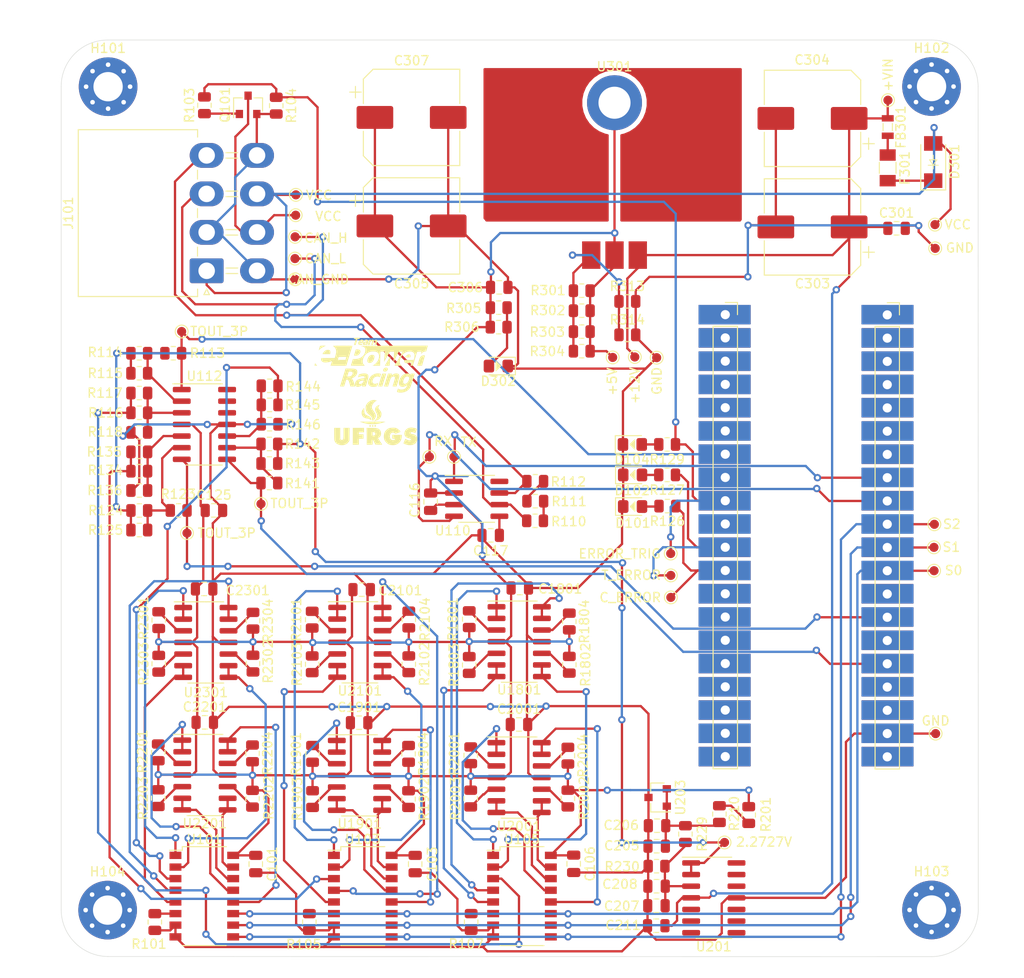
<source format=kicad_pcb>
(kicad_pcb (version 20171130) (host pcbnew "(5.1.8)-1")
  (layers (0 F.Cu signal) (31 B.Cu signal) (34 B.Paste user) (35 F.Paste user) (36 B.SilkS user) (37 F.SilkS user) (38 B.Mask user) (39 F.Mask user) (44 Edge.Cuts user))
  (net 0 "")
  (net 1 GND)
  (net 2 +5V)
  (net 3 "Net-(C117-Pad1)")
  (net 4 "Net-(C205-Pad1)")
  (net 5 "Net-(C207-Pad1)")
  (net 6 +12V)
  (net 7 "Net-(D101-Pad2)")
  (net 8 "Net-(D102-Pad2)")
  (net 9 "Net-(D104-Pad2)")
  (net 10 /VCC)
  (net 11 "Net-(D301-Pad1)")
  (net 12 "Net-(D302-Pad2)")
  (net 13 "Net-(F301-Pad1)")
  (net 14 "Net-(H101-Pad1)")
  (net 15 "Net-(H102-Pad1)")
  (net 16 "Net-(H103-Pad1)")
  (net 17 "Net-(H104-Pad1)")
  (net 18 /CAN_L)
  (net 19 /CAN_H)
  (net 20 /~ERROR)
  (net 21 "Net-(Q101-Pad1)")
  (net 22 "Net-(R101-Pad2)")
  (net 23 /ERROR_TRIG)
  (net 24 "Net-(R105-Pad2)")
  (net 25 "Net-(R107-Pad2)")
  (net 26 "Net-(R110-Pad1)")
  (net 27 "Net-(R111-Pad2)")
  (net 28 "Net-(R113-Pad2)")
  (net 29 /TOUT_1P)
  (net 30 /2.2727V)
  (net 31 /TOUT_1)
  (net 32 "Net-(R116-Pad1)")
  (net 33 "Net-(R123-Pad2)")
  (net 34 /TOUT_2P)
  (net 35 /COMM_ERROR)
  (net 36 /T_ERROR)
  (net 37 /TOUT_2)
  (net 38 "Net-(R134-Pad1)")
  (net 39 /TOUT_3P)
  (net 40 "Net-(R141-Pad2)")
  (net 41 "Net-(R144-Pad1)")
  (net 42 /TOUT_3)
  (net 43 "Net-(R201-Pad2)")
  (net 44 "Net-(R301-Pad2)")
  (net 45 "/Temperature Sensors/TS_5")
  (net 46 "/Temperature Sensors/TS_7")
  (net 47 "/Temperature Sensors/TS_6")
  (net 48 "/Temperature Sensors/TS_8")
  (net 49 "/Temperature Sensors/TS_9")
  (net 50 "/Temperature Sensors/TS_11")
  (net 51 "/Temperature Sensors/TS_10")
  (net 52 "/Temperature Sensors/TS_12")
  (net 53 "/Temperature Sensors/TS_1")
  (net 54 "/Temperature Sensors/TS_3")
  (net 55 "/Temperature Sensors/TS_2")
  (net 56 "/Temperature Sensors/TS_4")
  (net 57 "/Temperature Sensors/TS_13")
  (net 58 "/Temperature Sensors/TS_15")
  (net 59 "/Temperature Sensors/TS_14")
  (net 60 "/Temperature Sensors/TS_16")
  (net 61 "/Temperature Sensors/TS_17")
  (net 62 "/Temperature Sensors/TS_19")
  (net 63 "/Temperature Sensors/TS_18")
  (net 64 "/Temperature Sensors/TS_20")
  (net 65 "/Temperature Sensors/TS_21")
  (net 66 "/Temperature Sensors/TS_23")
  (net 67 "/Temperature Sensors/TS_22")
  (net 68 "/Temperature Sensors/TS_24")
  (net 69 /S0)
  (net 70 /S1)
  (net 71 /S2)
  (net 72 /RX)
  (net 73 /TX)
  (net 74 "Net-(U1-Pad1)")
  (net 75 "Net-(U1-Pad3)")
  (net 76 "Net-(U1-Pad6)")
  (net 77 "Net-(U1-Pad14)")
  (net 78 "Net-(U1-Pad18)")
  (net 79 "Net-(U1-Pad20)")
  (net 80 "Net-(U1-Pad4)")
  (net 81 "Net-(U1-Pad15)")
  (net 82 "Net-(U1-Pad16)")
  (net 83 "Net-(U1-Pad19)")
  (net 84 "Net-(U1-Pad8)")
  (net 85 "Net-(U1-Pad17)")
  (net 86 "Net-(U1-Pad40)")
  (net 87 "Net-(U1-Pad39)")
  (net 88 "Net-(U1-Pad38)")
  (net 89 "Net-(U1-Pad35)")
  (net 90 "Net-(U1-Pad30)")
  (net 91 "Net-(U1-Pad23)")
  (net 92 "Net-(U1-Pad21)")
  (net 93 "Net-(U1-Pad37)")
  (net 94 "Net-(U1-Pad36)")
  (net 95 "Net-(U1-Pad26)")
  (net 96 "Net-(U1-Pad25)")
  (net 97 "Net-(U1-Pad34)")
  (net 98 "Net-(U1-Pad28)")
  (net 99 "Net-(U1-Pad22)")
  (net 100 "Net-(U1-Pad33)")
  (net 101 "Net-(U1-Pad24)")
  (net 102 /T21)
  (net 103 /T23)
  (net 104 /T24)
  (net 105 /T22)
  (net 106 /T20)
  (net 107 /T17)
  (net 108 /T18)
  (net 109 /T19)
  (net 110 /T13)
  (net 111 /T15)
  (net 112 /T16)
  (net 113 /T14)
  (net 114 /T12)
  (net 115 /T9)
  (net 116 /T10)
  (net 117 /T11)
  (net 118 /T3)
  (net 119 /T2)
  (net 120 /T1)
  (net 121 /T4)
  (net 122 /T6)
  (net 123 /T8)
  (net 124 /T7)
  (net 125 /T5)
  (net 126 /S)
  (net 127 "Net-(U112-Pad14)")
  (net 128 "Net-(U112-Pad13)")
  (net 129 "Net-(U112-Pad12)")
  (module e-Power:TestPoint_Pad_D1.0mm (layer F.Cu) (at 96.8121 108.9787)
    (fp_text reference TP19)
    (fp_text value CAN_H (at 3.3782 0.127) (layer F.SilkS))
    (pad 1 smd circle (at 0 0) (size 1 1) (layers F.Cu F.Mask) (net 19 /CAN_H))
  )
  (module e-Power:TestPoint_Pad_D1.0mm (layer F.Cu) (at 166.6748 110.236)
    (fp_text reference TP17)
    (fp_text value GND (at 2.6924 -0.0508) (layer F.SilkS))
    (pad 1 smd circle (at 0 0) (size 1 1) (layers F.Cu F.Mask) (net 1 GND))
  )
  (module Resistor_SMD:R_0805_2012Metric (layer F.Cu) (at 128.09918 114.8588 180)
    (fp_text reference R301 (at 3.6811 0.0254) (layer F.SilkS))
    (fp_text value 1K)
    (pad 2 smd roundrect (at 0.9125 0 180) (size 1.025 1.4) (layers F.Cu F.Paste F.Mask) (roundrect_rratio 0.243902) (net 44 "Net-(R301-Pad2)"))
    (pad 1 smd roundrect (at -0.9125 0 180) (size 1.025 1.4) (layers F.Cu F.Paste F.Mask) (roundrect_rratio 0.243902) (net 2 +5V))
  )
  (module Capacitor_SMD:C_0805_2012Metric (layer F.Cu) (at 92.5195 177.4673 90)
    (fp_text reference C101 (at -0.0025 1.8034 90) (layer F.SilkS))
    (fp_text value 100nF)
    (pad 1 smd roundrect (at -0.95 0 90) (size 1 1.45) (layers F.Cu F.Paste F.Mask) (net 1 GND))
    (pad 2 smd roundrect (at 0.95 0 90) (size 1 1.45) (layers F.Cu F.Paste F.Mask) (net 2 +5V))
  )
  (module Capacitor_SMD:C_0805_2012Metric (layer F.Cu) (at 109.9185 177.4698 90)
    (fp_text reference C103 (at -0.0127 1.8796 90) (layer F.SilkS))
    (fp_text value 100nF)
    (pad 2 smd roundrect (at 0.95 0 90) (size 1 1.45) (layers F.Cu F.Paste F.Mask) (net 2 +5V))
    (pad 1 smd roundrect (at -0.95 0 90) (size 1 1.45) (layers F.Cu F.Paste F.Mask) (net 1 GND))
  )
  (module Capacitor_SMD:C_0805_2012Metric (layer F.Cu) (at 127.2159 177.4419 90)
    (fp_text reference C106 (at -0.0127 1.7907 90) (layer F.SilkS))
    (fp_text value 100nF)
    (pad 2 smd roundrect (at 0.95 0 90) (size 1 1.45) (layers F.Cu F.Paste F.Mask) (net 2 +5V))
    (pad 1 smd roundrect (at -0.95 0 90) (size 1 1.45) (layers F.Cu F.Paste F.Mask) (net 1 GND))
  )
  (module Capacitor_SMD:C_0805_2012Metric (layer F.Cu) (at 111.60506 137.90172 270)
    (fp_text reference C116 (at -0.1778 1.7272 90) (layer F.SilkS))
    (fp_text value 100nF)
    (pad 1 smd roundrect (at -0.95 0 270) (size 1 1.45) (layers F.Cu F.Paste F.Mask) (net 2 +5V))
    (pad 2 smd roundrect (at 0.95 0 270) (size 1 1.45) (layers F.Cu F.Paste F.Mask) (net 1 GND))
  )
  (module Capacitor_SMD:C_0805_2012Metric (layer F.Cu) (at 118.15826 141.57452 180)
    (fp_text reference C117 (at 0 -1.68) (layer F.SilkS))
    (fp_text value 100nF)
    (pad 1 smd roundrect (at -0.95 0 180) (size 1 1.45) (layers F.Cu F.Paste F.Mask) (net 3 "Net-(C117-Pad1)"))
    (pad 2 smd roundrect (at 0.95 0 180) (size 1 1.45) (layers F.Cu F.Paste F.Mask) (net 1 GND))
  )
  (module Capacitor_SMD:C_0805_2012Metric (layer F.Cu) (at 87.95516 138.85164)
    (fp_text reference C125 (at 0 -1.68) (layer F.SilkS))
    (fp_text value 100nF)
    (pad 1 smd roundrect (at -0.95 0) (size 1 1.45) (layers F.Cu F.Paste F.Mask) (net 2 +5V))
    (pad 2 smd roundrect (at 0.95 0) (size 1 1.45) (layers F.Cu F.Paste F.Mask) (net 1 GND))
  )
  (module Capacitor_SMD:C_0805_2012Metric (layer F.Cu) (at 136.27858 175.51654 180)
    (fp_text reference C205 (at 3.81 0.0508) (layer F.SilkS))
    (fp_text value 10uF)
    (pad 2 smd roundrect (at 0.95 0 180) (size 1 1.45) (layers F.Cu F.Paste F.Mask) (net 1 GND))
    (pad 1 smd roundrect (at -0.95 0 180) (size 1 1.45) (layers F.Cu F.Paste F.Mask) (net 4 "Net-(C205-Pad1)"))
  )
  (module Capacitor_SMD:C_0805_2012Metric (layer F.Cu) (at 136.31418 173.28134 180)
    (fp_text reference C206 (at 3.9116 0.0508) (layer F.SilkS))
    (fp_text value 100nF)
    (pad 1 smd roundrect (at -0.95 0 180) (size 1 1.45) (layers F.Cu F.Paste F.Mask) (net 4 "Net-(C205-Pad1)"))
    (pad 2 smd roundrect (at 0.95 0 180) (size 1 1.45) (layers F.Cu F.Paste F.Mask) (net 1 GND))
  )
  (module Capacitor_SMD:C_0805_2012Metric (layer F.Cu) (at 136.24818 182.01894 180)
    (fp_text reference C207 (at 3.7948 -0.0381) (layer F.SilkS))
    (fp_text value 100nF)
    (pad 2 smd roundrect (at 0.95 0 180) (size 1 1.45) (layers F.Cu F.Paste F.Mask) (net 1 GND))
    (pad 1 smd roundrect (at -0.95 0 180) (size 1 1.45) (layers F.Cu F.Paste F.Mask) (net 5 "Net-(C207-Pad1)"))
  )
  (module Capacitor_SMD:C_0805_2012Metric (layer F.Cu) (at 136.26338 179.88534 180)
    (fp_text reference C208 (at 3.998 0.2159) (layer F.SilkS))
    (fp_text value 10uF)
    (pad 2 smd roundrect (at 0.95 0 180) (size 1 1.45) (layers F.Cu F.Paste F.Mask) (net 1 GND))
    (pad 1 smd roundrect (at -0.95 0 180) (size 1 1.45) (layers F.Cu F.Paste F.Mask) (net 5 "Net-(C207-Pad1)"))
  )
  (module Capacitor_SMD:C_0805_2012Metric (layer F.Cu) (at 136.22778 184.20334 180)
    (fp_text reference C211 (at 3.622 0.0508) (layer F.SilkS))
    (fp_text value 100nF)
    (pad 1 smd roundrect (at -0.95 0 180) (size 1 1.45) (layers F.Cu F.Paste F.Mask) (net 6 +12V))
    (pad 2 smd roundrect (at 0.95 0 180) (size 1 1.45) (layers F.Cu F.Paste F.Mask) (net 1 GND))
  )
  (module Capacitor_SMD:C_0805_2012Metric (layer F.Cu) (at 162.4584 108.0516)
    (fp_text reference C301 (at 0 -1.68) (layer F.SilkS))
    (fp_text value 100nF)
    (pad 2 smd roundrect (at 0.95 0) (size 1 1.45) (layers F.Cu F.Paste F.Mask) (net 1 GND))
    (pad 1 smd roundrect (at -0.95 0) (size 1 1.45) (layers F.Cu F.Paste F.Mask) (net 6 +12V))
  )
  (module Capacitor_SMD:CP_Elec_10x10 (layer F.Cu) (at 153.282299 107.897099 180)
    (fp_text reference C303 (at 0 -6.2) (layer F.SilkS))
    (fp_text value 220uF)
    (pad 1 smd roundrect (at -4 0 180) (size 4 2.5) (layers F.Cu F.Paste F.Mask) (roundrect_rratio 0.1) (net 6 +12V))
    (pad 2 smd roundrect (at 4 0 180) (size 4 2.5) (layers F.Cu F.Paste F.Mask) (roundrect_rratio 0.1) (net 1 GND))
  )
  (module Capacitor_SMD:CP_Elec_10x10 (layer F.Cu) (at 153.282299 96.047099 180)
    (fp_text reference C304 (at 0.044099 6.385099) (layer F.SilkS))
    (fp_text value 220uF)
    (pad 1 smd roundrect (at -4 0 180) (size 4 2.5) (layers F.Cu F.Paste F.Mask) (roundrect_rratio 0.1) (net 6 +12V))
    (pad 2 smd roundrect (at 4 0 180) (size 4 2.5) (layers F.Cu F.Paste F.Mask) (roundrect_rratio 0.1) (net 1 GND))
  )
  (module Capacitor_SMD:CP_Elec_10x10 (layer F.Cu) (at 109.523101 107.787901)
    (fp_text reference C305 (at 0 6.308899) (layer F.SilkS))
    (fp_text value 220uF)
    (pad 2 smd roundrect (at 4 0) (size 4 2.5) (layers F.Cu F.Paste F.Mask) (roundrect_rratio 0.1) (net 1 GND))
    (pad 1 smd roundrect (at -4 0) (size 4 2.5) (layers F.Cu F.Paste F.Mask) (roundrect_rratio 0.1) (net 2 +5V))
  )
  (module Capacitor_SMD:C_0805_2012Metric (layer F.Cu) (at 119.09294 114.49558)
    (fp_text reference C306 (at -3.70074 0.01016) (layer F.SilkS))
    (fp_text value 100nF)
    (pad 2 smd roundrect (at 0.95 0) (size 1 1.45) (layers F.Cu F.Paste F.Mask) (net 1 GND))
    (pad 1 smd roundrect (at -0.95 0) (size 1 1.45) (layers F.Cu F.Paste F.Mask) (net 2 +5V))
  )
  (module Capacitor_SMD:CP_Elec_10x10 (layer F.Cu) (at 109.523101 95.937901)
    (fp_text reference C307 (at 0 -6.2) (layer F.SilkS))
    (fp_text value 220uF)
    (pad 2 smd roundrect (at 4 0) (size 4 2.5) (layers F.Cu F.Paste F.Mask) (roundrect_rratio 0.1) (net 1 GND))
    (pad 1 smd roundrect (at -4 0) (size 4 2.5) (layers F.Cu F.Paste F.Mask) (roundrect_rratio 0.1) (net 2 +5V))
  )
  (module Capacitor_SMD:C_0805_2012Metric (layer F.Cu) (at 121.33838 147.32508)
    (fp_text reference C1801 (at 4.41702 0.09652) (layer F.SilkS))
    (fp_text value 100nF)
    (pad 1 smd roundrect (at -0.95 0) (size 1 1.45) (layers F.Cu F.Paste F.Mask) (net 2 +5V))
    (pad 2 smd roundrect (at 0.95 0) (size 1 1.45) (layers F.Cu F.Paste F.Mask) (net 1 GND))
  )
  (module Capacitor_SMD:C_0805_2012Metric (layer F.Cu) (at 103.7996 162.03168)
    (fp_text reference C1901 (at 0 -1.68) (layer F.SilkS))
    (fp_text value 100nF)
    (pad 2 smd roundrect (at 0.95 0) (size 1 1.45) (layers F.Cu F.Paste F.Mask) (net 1 GND))
    (pad 1 smd roundrect (at -0.95 0) (size 1 1.45) (layers F.Cu F.Paste F.Mask) (net 2 +5V))
  )
  (module Capacitor_SMD:C_0805_2012Metric (layer F.Cu) (at 121.24694 162.22726)
    (fp_text reference C2001 (at 0 -1.68) (layer F.SilkS))
    (fp_text value 100nF)
    (pad 1 smd roundrect (at -0.95 0) (size 1 1.45) (layers F.Cu F.Paste F.Mask) (net 2 +5V))
    (pad 2 smd roundrect (at 0.95 0) (size 1 1.45) (layers F.Cu F.Paste F.Mask) (net 1 GND))
  )
  (module Capacitor_SMD:C_0805_2012Metric (layer F.Cu) (at 104.079 147.50288)
    (fp_text reference C2101 (at 4.2266 0.09652) (layer F.SilkS))
    (fp_text value 100nF)
    (pad 2 smd roundrect (at 0.95 0) (size 1 1.45) (layers F.Cu F.Paste F.Mask) (net 1 GND))
    (pad 1 smd roundrect (at -0.95 0) (size 1 1.45) (layers F.Cu F.Paste F.Mask) (net 2 +5V))
  )
  (module Capacitor_SMD:C_0805_2012Metric (layer F.Cu) (at 86.9544 161.99358)
    (fp_text reference C2201 (at 0 -1.68) (layer F.SilkS))
    (fp_text value 100nF)
    (pad 1 smd roundrect (at -0.95 0) (size 1 1.45) (layers F.Cu F.Paste F.Mask) (net 2 +5V))
    (pad 2 smd roundrect (at 0.95 0) (size 1 1.45) (layers F.Cu F.Paste F.Mask) (net 1 GND))
  )
  (module Capacitor_SMD:C_0805_2012Metric (layer F.Cu) (at 86.8832 147.42668)
    (fp_text reference C2301 (at 4.76 0.17272) (layer F.SilkS))
    (fp_text value 100nF)
    (pad 1 smd roundrect (at -0.95 0) (size 1 1.45) (layers F.Cu F.Paste F.Mask) (net 2 +5V))
    (pad 2 smd roundrect (at 0.95 0) (size 1 1.45) (layers F.Cu F.Paste F.Mask) (net 1 GND))
  )
  (module e-Power:LED_0805_1.15x1.40mm_HandSolder (layer F.Cu) (at 133.6458 138.43)
    (fp_text reference D101 (at 0.0344 1.8034) (layer F.SilkS))
    (fp_text value LED)
    (pad 2 smd roundrect (at 1.025 0) (size 1.15 1.4) (layers F.Cu F.Paste F.Mask) (roundrect_rratio 0.217391) (net 7 "Net-(D101-Pad2)"))
    (pad 1 smd roundrect (at -1.025 0) (size 1.15 1.4) (layers F.Cu F.Paste F.Mask) (roundrect_rratio 0.217391) (net 1 GND))
  )
  (module e-Power:LED_0805_1.15x1.40mm_HandSolder (layer F.Cu) (at 133.6458 134.9756)
    (fp_text reference D102 (at -0.0418 1.7018) (layer F.SilkS))
    (fp_text value LED)
    (pad 1 smd roundrect (at -1.025 0) (size 1.15 1.4) (layers F.Cu F.Paste F.Mask) (roundrect_rratio 0.217391) (net 1 GND))
    (pad 2 smd roundrect (at 1.025 0) (size 1.15 1.4) (layers F.Cu F.Paste F.Mask) (roundrect_rratio 0.217391) (net 8 "Net-(D102-Pad2)"))
  )
  (module e-Power:LED_0805_1.15x1.40mm_HandSolder (layer F.Cu) (at 133.6204 131.6482)
    (fp_text reference D104 (at -0.0418 1.6764) (layer F.SilkS))
    (fp_text value LED)
    (pad 1 smd roundrect (at -1.025 0) (size 1.15 1.4) (layers F.Cu F.Paste F.Mask) (roundrect_rratio 0.217391) (net 1 GND))
    (pad 2 smd roundrect (at 1.025 0) (size 1.15 1.4) (layers F.Cu F.Paste F.Mask) (roundrect_rratio 0.217391) (net 9 "Net-(D104-Pad2)"))
  )
  (module e-Power:DO-214AC (layer F.Cu) (at 166.45636 100.8126 90)
    (fp_text reference D301 (at 0.04064 2.32156 90) (layer F.SilkS))
    (fp_text value SS54HF)
    (pad 2 smd rect (at 2.032 0 90) (size 1.6 2) (layers F.Cu F.Paste F.Mask) (net 10 /VCC))
    (pad 1 smd rect (at -2.032 0 90) (size 1.6 2) (layers F.Cu F.Paste F.Mask) (net 11 "Net-(D301-Pad1)"))
  )
  (module e-Power:LED_0805_1.15x1.40mm_HandSolder (layer F.Cu) (at 118.9953 123.0884 180)
    (fp_text reference D302 (at 0 -1.65) (layer F.SilkS))
    (fp_text value LED)
    (pad 2 smd roundrect (at 1.025 0 180) (size 1.15 1.4) (layers F.Cu F.Paste F.Mask) (roundrect_rratio 0.217391) (net 12 "Net-(D302-Pad2)"))
    (pad 1 smd roundrect (at -1.025 0 180) (size 1.15 1.4) (layers F.Cu F.Paste F.Mask) (roundrect_rratio 0.217391) (net 1 GND))
  )
  (module e-Power:FUSE_1206_3216Metric (layer F.Cu) (at 161.48812 101.44552 270)
    (fp_text reference F301 (at 0.0254 -1.8796 90) (layer F.SilkS))
    (fp_text value Fuse_1206)
    (pad 1 smd trapezoid (at -1.4 0 270) (size 1.25 1.75) (layers F.Cu F.Paste F.Mask) (net 13 "Net-(F301-Pad1)"))
    (pad 2 smd trapezoid (at 1.4 0 270) (size 1.25 1.75) (layers F.Cu F.Paste F.Mask) (net 11 "Net-(D301-Pad1)"))
  )
  (module e-Power:FB_0805_2012Metric (layer F.Cu) (at 161.4932 96.9899 270)
    (fp_text reference FB301 (at 0 -1.43 90) (layer F.SilkS))
    (fp_text value Ferrite_Bead)
    (pad 1 smd trapezoid (at -0.9525 0 270) (size 0.7 1.3) (layers F.Cu F.Paste F.Mask) (net 6 +12V))
    (pad 2 smd trapezoid (at 0.9525 0 270) (size 0.7 1.3) (layers F.Cu F.Paste F.Mask) (net 13 "Net-(F301-Pad1)"))
  )
  (module e-Power:MountingHole_3.2mm_M3_Pad_Via (layer F.Cu) (at 76.4032 92.583)
    (fp_text reference H101 (at 0 -4.2) (layer F.SilkS))
    (fp_text value GND)
    (pad 1 thru_hole circle (at 0 0) (size 6.4 6.4) (drill 3.2) (layers *.Cu *.Mask) (net 14 "Net-(H101-Pad1)"))
    (pad 1 thru_hole circle (at 2.4 0) (size 0.8 0.8) (drill 0.5) (layers *.Cu *.Mask) (net 14 "Net-(H101-Pad1)"))
    (pad 1 thru_hole circle (at 1.697056 1.697056) (size 0.8 0.8) (drill 0.5) (layers *.Cu *.Mask) (net 14 "Net-(H101-Pad1)"))
    (pad 1 thru_hole circle (at 0 2.4) (size 0.8 0.8) (drill 0.5) (layers *.Cu *.Mask) (net 14 "Net-(H101-Pad1)"))
    (pad 1 thru_hole circle (at -1.697056 1.697056) (size 0.8 0.8) (drill 0.5) (layers *.Cu *.Mask) (net 14 "Net-(H101-Pad1)"))
    (pad 1 thru_hole circle (at -2.4 0) (size 0.8 0.8) (drill 0.5) (layers *.Cu *.Mask) (net 14 "Net-(H101-Pad1)"))
    (pad 1 thru_hole circle (at -1.697056 -1.697056) (size 0.8 0.8) (drill 0.5) (layers *.Cu *.Mask) (net 14 "Net-(H101-Pad1)"))
    (pad 1 thru_hole circle (at 0 -2.4) (size 0.8 0.8) (drill 0.5) (layers *.Cu *.Mask) (net 14 "Net-(H101-Pad1)"))
    (pad 1 thru_hole circle (at 1.697056 -1.697056) (size 0.8 0.8) (drill 0.5) (layers *.Cu *.Mask) (net 14 "Net-(H101-Pad1)"))
  )
  (module e-Power:MountingHole_3.2mm_M3_Pad_Via (layer F.Cu) (at 166.27602 92.56776)
    (fp_text reference H102 (at 0 -4.2) (layer F.SilkS))
    (fp_text value GND)
    (pad 1 thru_hole circle (at 0 0) (size 6.4 6.4) (drill 3.2) (layers *.Cu *.Mask) (net 15 "Net-(H102-Pad1)"))
    (pad 1 thru_hole circle (at 2.4 0) (size 0.8 0.8) (drill 0.5) (layers *.Cu *.Mask) (net 15 "Net-(H102-Pad1)"))
    (pad 1 thru_hole circle (at 1.697056 1.697056) (size 0.8 0.8) (drill 0.5) (layers *.Cu *.Mask) (net 15 "Net-(H102-Pad1)"))
    (pad 1 thru_hole circle (at 0 2.4) (size 0.8 0.8) (drill 0.5) (layers *.Cu *.Mask) (net 15 "Net-(H102-Pad1)"))
    (pad 1 thru_hole circle (at -1.697056 1.697056) (size 0.8 0.8) (drill 0.5) (layers *.Cu *.Mask) (net 15 "Net-(H102-Pad1)"))
    (pad 1 thru_hole circle (at -2.4 0) (size 0.8 0.8) (drill 0.5) (layers *.Cu *.Mask) (net 15 "Net-(H102-Pad1)"))
    (pad 1 thru_hole circle (at -1.697056 -1.697056) (size 0.8 0.8) (drill 0.5) (layers *.Cu *.Mask) (net 15 "Net-(H102-Pad1)"))
    (pad 1 thru_hole circle (at 0 -2.4) (size 0.8 0.8) (drill 0.5) (layers *.Cu *.Mask) (net 15 "Net-(H102-Pad1)"))
    (pad 1 thru_hole circle (at 1.697056 -1.697056) (size 0.8 0.8) (drill 0.5) (layers *.Cu *.Mask) (net 15 "Net-(H102-Pad1)"))
  )
  (module e-Power:MountingHole_3.2mm_M3_Pad_Via (layer F.Cu) (at 166.27602 182.48376)
    (fp_text reference H103 (at 0 -4.2) (layer F.SilkS))
    (fp_text value GND)
    (pad 1 thru_hole circle (at 1.697056 -1.697056) (size 0.8 0.8) (drill 0.5) (layers *.Cu *.Mask) (net 16 "Net-(H103-Pad1)"))
    (pad 1 thru_hole circle (at 0 -2.4) (size 0.8 0.8) (drill 0.5) (layers *.Cu *.Mask) (net 16 "Net-(H103-Pad1)"))
    (pad 1 thru_hole circle (at -1.697056 -1.697056) (size 0.8 0.8) (drill 0.5) (layers *.Cu *.Mask) (net 16 "Net-(H103-Pad1)"))
    (pad 1 thru_hole circle (at -2.4 0) (size 0.8 0.8) (drill 0.5) (layers *.Cu *.Mask) (net 16 "Net-(H103-Pad1)"))
    (pad 1 thru_hole circle (at -1.697056 1.697056) (size 0.8 0.8) (drill 0.5) (layers *.Cu *.Mask) (net 16 "Net-(H103-Pad1)"))
    (pad 1 thru_hole circle (at 0 2.4) (size 0.8 0.8) (drill 0.5) (layers *.Cu *.Mask) (net 16 "Net-(H103-Pad1)"))
    (pad 1 thru_hole circle (at 1.697056 1.697056) (size 0.8 0.8) (drill 0.5) (layers *.Cu *.Mask) (net 16 "Net-(H103-Pad1)"))
    (pad 1 thru_hole circle (at 2.4 0) (size 0.8 0.8) (drill 0.5) (layers *.Cu *.Mask) (net 16 "Net-(H103-Pad1)"))
    (pad 1 thru_hole circle (at 0 0) (size 6.4 6.4) (drill 3.2) (layers *.Cu *.Mask) (net 16 "Net-(H103-Pad1)"))
  )
  (module e-Power:MountingHole_3.2mm_M3_Pad_Via (layer F.Cu) (at 76.3524 182.499)
    (fp_text reference H104 (at 0 -4.2) (layer F.SilkS))
    (fp_text value GND)
    (pad 1 thru_hole circle (at 1.697056 -1.697056) (size 0.8 0.8) (drill 0.5) (layers *.Cu *.Mask) (net 17 "Net-(H104-Pad1)"))
    (pad 1 thru_hole circle (at 0 -2.4) (size 0.8 0.8) (drill 0.5) (layers *.Cu *.Mask) (net 17 "Net-(H104-Pad1)"))
    (pad 1 thru_hole circle (at -1.697056 -1.697056) (size 0.8 0.8) (drill 0.5) (layers *.Cu *.Mask) (net 17 "Net-(H104-Pad1)"))
    (pad 1 thru_hole circle (at -2.4 0) (size 0.8 0.8) (drill 0.5) (layers *.Cu *.Mask) (net 17 "Net-(H104-Pad1)"))
    (pad 1 thru_hole circle (at -1.697056 1.697056) (size 0.8 0.8) (drill 0.5) (layers *.Cu *.Mask) (net 17 "Net-(H104-Pad1)"))
    (pad 1 thru_hole circle (at 0 2.4) (size 0.8 0.8) (drill 0.5) (layers *.Cu *.Mask) (net 17 "Net-(H104-Pad1)"))
    (pad 1 thru_hole circle (at 1.697056 1.697056) (size 0.8 0.8) (drill 0.5) (layers *.Cu *.Mask) (net 17 "Net-(H104-Pad1)"))
    (pad 1 thru_hole circle (at 2.4 0) (size 0.8 0.8) (drill 0.5) (layers *.Cu *.Mask) (net 17 "Net-(H104-Pad1)"))
    (pad 1 thru_hole circle (at 0 0) (size 6.4 6.4) (drill 3.2) (layers *.Cu *.Mask) (net 17 "Net-(H104-Pad1)"))
  )
  (module e-Power:Molex_Mini-Fit_Jr_2x04_P4.20mm_Horizontal (layer F.Cu) (at 87.1601 112.6871 90)
    (fp_text reference J101 (at 6.3 -15.1 90) (layer F.SilkS))
    (fp_text value Conn_01x08_Male)
    (pad 1 thru_hole roundrect (at 0 0 90) (size 2.7 3.7) (drill 1.8) (layers *.Cu *.Mask) (roundrect_rratio 0.09259299999999999) (net 10 /VCC))
    (pad 2 thru_hole oval (at 4.2 0 90) (size 2.7 3.7) (drill 1.8) (layers *.Cu *.Mask) (net 1 GND))
    (pad 3 thru_hole oval (at 8.4 0 90) (size 2.7 3.7) (drill 1.8) (layers *.Cu *.Mask) (net 18 /CAN_L))
    (pad 4 thru_hole oval (at 12.6 0 90) (size 2.7 3.7) (drill 1.8) (layers *.Cu *.Mask) (net 19 /CAN_H))
    (pad 5 thru_hole oval (at 0 5.5 90) (size 2.7 3.7) (drill 1.8) (layers *.Cu *.Mask) (net 1 GND))
    (pad 6 thru_hole oval (at 4.2 5.5 90) (size 2.7 3.7) (drill 1.8) (layers *.Cu *.Mask) (net 20 /~ERROR))
    (pad 7 thru_hole oval (at 8.4 5.5 90) (size 2.7 3.7) (drill 1.8) (layers *.Cu *.Mask) (net 10 /VCC))
    (pad 8 thru_hole oval (at 12.6 5.5 90) (size 2.7 3.7) (drill 1.8) (layers *.Cu *.Mask) (net 1 GND))
  )
  (module Package_TO_SOT_SMD:SOT-23 (layer F.Cu) (at 91.6813 94.5642 90)
    (fp_text reference Q101 (at 0 -2.5 90) (layer F.SilkS))
    (fp_text value MMBT3904)
    (pad 3 smd rect (at 1 0 90) (size 0.9 0.8) (layers F.Cu F.Paste F.Mask) (net 20 /~ERROR))
    (pad 2 smd rect (at -1 0.95 90) (size 0.9 0.8) (layers F.Cu F.Paste F.Mask) (net 1 GND))
    (pad 1 smd rect (at -1 -0.95 90) (size 0.9 0.8) (layers F.Cu F.Paste F.Mask) (net 21 "Net-(Q101-Pad1)"))
  )
  (module Resistor_SMD:R_0805_2012Metric (layer F.Cu) (at 81.50352 183.79694 90)
    (fp_text reference R101 (at -2.40792 -0.63754 180) (layer F.SilkS))
    (fp_text value 1K)
    (pad 1 smd roundrect (at -0.9125 0 90) (size 1.025 1.4) (layers F.Cu F.Paste F.Mask) (roundrect_rratio 0.243902) (net 1 GND))
    (pad 2 smd roundrect (at 0.9125 0 90) (size 1.025 1.4) (layers F.Cu F.Paste F.Mask) (roundrect_rratio 0.243902) (net 22 "Net-(R101-Pad2)"))
  )
  (module Resistor_SMD:R_0805_2012Metric (layer F.Cu) (at 86.9188 94.6131 270)
    (fp_text reference R103 (at 0.01206 1.63576 90) (layer F.SilkS))
    (fp_text value 1K)
    (pad 1 smd roundrect (at -0.9125 0 270) (size 1.025 1.4) (layers F.Cu F.Paste F.Mask) (roundrect_rratio 0.243902) (net 23 /ERROR_TRIG))
    (pad 2 smd roundrect (at 0.9125 0 270) (size 1.025 1.4) (layers F.Cu F.Paste F.Mask) (roundrect_rratio 0.243902) (net 21 "Net-(Q101-Pad1)"))
  )
  (module Resistor_SMD:R_0805_2012Metric (layer F.Cu) (at 94.7547 94.6531 270)
    (fp_text reference R104 (at 0 -1.65 90) (layer F.SilkS))
    (fp_text value 10K)
    (pad 2 smd roundrect (at 0.9125 0 270) (size 1.025 1.4) (layers F.Cu F.Paste F.Mask) (roundrect_rratio 0.243902) (net 1 GND))
    (pad 1 smd roundrect (at -0.9125 0 270) (size 1.025 1.4) (layers F.Cu F.Paste F.Mask) (roundrect_rratio 0.243902) (net 23 /ERROR_TRIG))
  )
  (module Resistor_SMD:R_0805_2012Metric (layer F.Cu) (at 98.36658 183.79504 90)
    (fp_text reference R105 (at -2.45554 -0.61214) (layer F.SilkS))
    (fp_text value 1K)
    (pad 2 smd roundrect (at 0.9125 0 90) (size 1.025 1.4) (layers F.Cu F.Paste F.Mask) (roundrect_rratio 0.243902) (net 24 "Net-(R105-Pad2)"))
    (pad 1 smd roundrect (at -0.9125 0 90) (size 1.025 1.4) (layers F.Cu F.Paste F.Mask) (roundrect_rratio 0.243902) (net 1 GND))
  )
  (module Resistor_SMD:R_0805_2012Metric (layer F.Cu) (at 116.0272 183.7925 90)
    (fp_text reference R107 (at -2.40474 -0.53594 180) (layer F.SilkS))
    (fp_text value 1K)
    (pad 1 smd roundrect (at -0.9125 0 90) (size 1.025 1.4) (layers F.Cu F.Paste F.Mask) (roundrect_rratio 0.243902) (net 1 GND))
    (pad 2 smd roundrect (at 0.9125 0 90) (size 1.025 1.4) (layers F.Cu F.Paste F.Mask) (roundrect_rratio 0.243902) (net 25 "Net-(R107-Pad2)"))
  )
  (module Resistor_SMD:R_0805_2012Metric (layer F.Cu) (at 123.00204 139.98956 180)
    (fp_text reference R110 (at -3.67982 -0.0762) (layer F.SilkS))
    (fp_text value 100R)
    (pad 1 smd roundrect (at -0.9125 0 180) (size 1.025 1.4) (layers F.Cu F.Paste F.Mask) (roundrect_rratio 0.243902) (net 26 "Net-(R110-Pad1)"))
    (pad 2 smd roundrect (at 0.9125 0 180) (size 1.025 1.4) (layers F.Cu F.Paste F.Mask) (roundrect_rratio 0.243902) (net 18 /CAN_L))
  )
  (module Resistor_SMD:R_0805_2012Metric (layer F.Cu) (at 123.02426 137.84072 180)
    (fp_text reference R111 (at -3.69316 -0.03556) (layer F.SilkS))
    (fp_text value 10R)
    (pad 1 smd roundrect (at -0.9125 0 180) (size 1.025 1.4) (layers F.Cu F.Paste F.Mask) (roundrect_rratio 0.243902) (net 26 "Net-(R110-Pad1)"))
    (pad 2 smd roundrect (at 0.9125 0 180) (size 1.025 1.4) (layers F.Cu F.Paste F.Mask) (roundrect_rratio 0.243902) (net 27 "Net-(R111-Pad2)"))
  )
  (module Resistor_SMD:R_0805_2012Metric (layer F.Cu) (at 123.02046 135.67156 180)
    (fp_text reference R112 (at -3.61378 -0.06096) (layer F.SilkS))
    (fp_text value 10R)
    (pad 2 smd roundrect (at 0.9125 0 180) (size 1.025 1.4) (layers F.Cu F.Paste F.Mask) (roundrect_rratio 0.243902) (net 19 /CAN_H))
    (pad 1 smd roundrect (at -0.9125 0 180) (size 1.025 1.4) (layers F.Cu F.Paste F.Mask) (roundrect_rratio 0.243902) (net 27 "Net-(R111-Pad2)"))
  )
  (module Resistor_SMD:R_0805_2012Metric (layer F.Cu) (at 83.51076 121.6914 180)
    (fp_text reference R113 (at -3.73824 0.0127) (layer F.SilkS))
    (fp_text value 10K)
    (pad 2 smd roundrect (at 0.9125 0 180) (size 1.025 1.4) (layers F.Cu F.Paste F.Mask) (roundrect_rratio 0.243902) (net 28 "Net-(R113-Pad2)"))
    (pad 1 smd roundrect (at -0.9125 0 180) (size 1.025 1.4) (layers F.Cu F.Paste F.Mask) (roundrect_rratio 0.243902) (net 29 /TOUT_1P))
  )
  (module Resistor_SMD:R_0805_2012Metric (layer F.Cu) (at 79.80426 121.6914 180)
    (fp_text reference R114 (at 3.7084 0.1016) (layer F.SilkS))
    (fp_text value 10K)
    (pad 2 smd roundrect (at 0.9125 0 180) (size 1.025 1.4) (layers F.Cu F.Paste F.Mask) (roundrect_rratio 0.243902) (net 30 /2.2727V))
    (pad 1 smd roundrect (at -0.9125 0 180) (size 1.025 1.4) (layers F.Cu F.Paste F.Mask) (roundrect_rratio 0.243902) (net 28 "Net-(R113-Pad2)"))
  )
  (module Resistor_SMD:R_0805_2012Metric (layer F.Cu) (at 79.80426 123.8758 180)
    (fp_text reference R115 (at 3.7084 0) (layer F.SilkS))
    (fp_text value 10K)
    (pad 1 smd roundrect (at -0.9125 0 180) (size 1.025 1.4) (layers F.Cu F.Paste F.Mask) (roundrect_rratio 0.243902) (net 28 "Net-(R113-Pad2)"))
    (pad 2 smd roundrect (at 0.9125 0 180) (size 1.025 1.4) (layers F.Cu F.Paste F.Mask) (roundrect_rratio 0.243902) (net 30 /2.2727V))
  )
  (module Resistor_SMD:R_0805_2012Metric (layer F.Cu) (at 79.80616 128.1938 180)
    (fp_text reference R116 (at 3.6576 0) (layer F.SilkS))
    (fp_text value 10K)
    (pad 2 smd roundrect (at 0.9125 0 180) (size 1.025 1.4) (layers F.Cu F.Paste F.Mask) (roundrect_rratio 0.243902) (net 31 /TOUT_1))
    (pad 1 smd roundrect (at -0.9125 0 180) (size 1.025 1.4) (layers F.Cu F.Paste F.Mask) (roundrect_rratio 0.243902) (net 32 "Net-(R116-Pad1)"))
  )
  (module Resistor_SMD:R_0805_2012Metric (layer F.Cu) (at 79.80616 126.0348 180)
    (fp_text reference R117 (at 3.7592 0) (layer F.SilkS))
    (fp_text value 10K)
    (pad 1 smd roundrect (at -0.9125 0 180) (size 1.025 1.4) (layers F.Cu F.Paste F.Mask) (roundrect_rratio 0.243902) (net 32 "Net-(R116-Pad1)"))
    (pad 2 smd roundrect (at 0.9125 0 180) (size 1.025 1.4) (layers F.Cu F.Paste F.Mask) (roundrect_rratio 0.243902) (net 31 /TOUT_1))
  )
  (module Resistor_SMD:R_0805_2012Metric (layer F.Cu) (at 79.80236 130.3274 180)
    (fp_text reference R118 (at 3.7084 0.0508) (layer F.SilkS))
    (fp_text value 10K)
    (pad 1 smd roundrect (at -0.9125 0 180) (size 1.025 1.4) (layers F.Cu F.Paste F.Mask) (roundrect_rratio 0.243902) (net 32 "Net-(R116-Pad1)"))
    (pad 2 smd roundrect (at 0.9125 0 180) (size 1.025 1.4) (layers F.Cu F.Paste F.Mask) (roundrect_rratio 0.243902) (net 1 GND))
  )
  (module Resistor_SMD:R_0805_2012Metric (layer F.Cu) (at 84.10384 138.85418 180)
    (fp_text reference R123 (at 0.04762 1.77546) (layer F.SilkS))
    (fp_text value 10K)
    (pad 2 smd roundrect (at 0.9125 0 180) (size 1.025 1.4) (layers F.Cu F.Paste F.Mask) (roundrect_rratio 0.243902) (net 33 "Net-(R123-Pad2)"))
    (pad 1 smd roundrect (at -0.9125 0 180) (size 1.025 1.4) (layers F.Cu F.Paste F.Mask) (roundrect_rratio 0.243902) (net 34 /TOUT_2P))
  )
  (module Resistor_SMD:R_0805_2012Metric (layer F.Cu) (at 79.80616 138.8618 180)
    (fp_text reference R124 (at 3.6557 0) (layer F.SilkS))
    (fp_text value 10K)
    (pad 2 smd roundrect (at 0.9125 0 180) (size 1.025 1.4) (layers F.Cu F.Paste F.Mask) (roundrect_rratio 0.243902) (net 30 /2.2727V))
    (pad 1 smd roundrect (at -0.9125 0 180) (size 1.025 1.4) (layers F.Cu F.Paste F.Mask) (roundrect_rratio 0.243902) (net 33 "Net-(R123-Pad2)"))
  )
  (module Resistor_SMD:R_0805_2012Metric (layer F.Cu) (at 79.80616 140.9954 180)
    (fp_text reference R125 (at 3.683 0) (layer F.SilkS))
    (fp_text value 10K)
    (pad 1 smd roundrect (at -0.9125 0 180) (size 1.025 1.4) (layers F.Cu F.Paste F.Mask) (roundrect_rratio 0.243902) (net 33 "Net-(R123-Pad2)"))
    (pad 2 smd roundrect (at 0.9125 0 180) (size 1.025 1.4) (layers F.Cu F.Paste F.Mask) (roundrect_rratio 0.243902) (net 30 /2.2727V))
  )
  (module Resistor_SMD:R_0805_2012Metric (layer F.Cu) (at 137.4413 138.3792 180)
    (fp_text reference R126 (at 0 -1.65) (layer F.SilkS))
    (fp_text value 1K)
    (pad 1 smd roundrect (at -0.9125 0 180) (size 1.025 1.4) (layers F.Cu F.Paste F.Mask) (roundrect_rratio 0.243902) (net 35 /COMM_ERROR))
    (pad 2 smd roundrect (at 0.9125 0 180) (size 1.025 1.4) (layers F.Cu F.Paste F.Mask) (roundrect_rratio 0.243902) (net 7 "Net-(D101-Pad2)"))
  )
  (module Resistor_SMD:R_0805_2012Metric (layer F.Cu) (at 137.414 134.9756 180)
    (fp_text reference R127 (at 0 -1.65) (layer F.SilkS))
    (fp_text value 1K)
    (pad 2 smd roundrect (at 0.9125 0 180) (size 1.025 1.4) (layers F.Cu F.Paste F.Mask) (roundrect_rratio 0.243902) (net 8 "Net-(D102-Pad2)"))
    (pad 1 smd roundrect (at -0.9125 0 180) (size 1.025 1.4) (layers F.Cu F.Paste F.Mask) (roundrect_rratio 0.243902) (net 36 /T_ERROR))
  )
  (module Resistor_SMD:R_0805_2012Metric (layer F.Cu) (at 137.4159 131.6482 180)
    (fp_text reference R129 (at 0 -1.65) (layer F.SilkS))
    (fp_text value 1K)
    (pad 2 smd roundrect (at 0.9125 0 180) (size 1.025 1.4) (layers F.Cu F.Paste F.Mask) (roundrect_rratio 0.243902) (net 9 "Net-(D104-Pad2)"))
    (pad 1 smd roundrect (at -0.9125 0 180) (size 1.025 1.4) (layers F.Cu F.Paste F.Mask) (roundrect_rratio 0.243902) (net 23 /ERROR_TRIG))
  )
  (module Resistor_SMD:R_0805_2012Metric (layer F.Cu) (at 79.80616 134.5692 180)
    (fp_text reference R134 (at 3.7065 0.1016) (layer F.SilkS))
    (fp_text value 10K)
    (pad 2 smd roundrect (at 0.9125 0 180) (size 1.025 1.4) (layers F.Cu F.Paste F.Mask) (roundrect_rratio 0.243902) (net 37 /TOUT_2))
    (pad 1 smd roundrect (at -0.9125 0 180) (size 1.025 1.4) (layers F.Cu F.Paste F.Mask) (roundrect_rratio 0.243902) (net 38 "Net-(R134-Pad1)"))
  )
  (module Resistor_SMD:R_0805_2012Metric (layer F.Cu) (at 79.80616 132.461 180)
    (fp_text reference R135 (at 3.8081 0) (layer F.SilkS))
    (fp_text value 10K)
    (pad 1 smd roundrect (at -0.9125 0 180) (size 1.025 1.4) (layers F.Cu F.Paste F.Mask) (roundrect_rratio 0.243902) (net 38 "Net-(R134-Pad1)"))
    (pad 2 smd roundrect (at 0.9125 0 180) (size 1.025 1.4) (layers F.Cu F.Paste F.Mask) (roundrect_rratio 0.243902) (net 37 /TOUT_2))
  )
  (module Resistor_SMD:R_0805_2012Metric (layer F.Cu) (at 79.80616 136.6774 180)
    (fp_text reference R136 (at 3.7573 0) (layer F.SilkS))
    (fp_text value 10K)
    (pad 1 smd roundrect (at -0.9125 0 180) (size 1.025 1.4) (layers F.Cu F.Paste F.Mask) (roundrect_rratio 0.243902) (net 38 "Net-(R134-Pad1)"))
    (pad 2 smd roundrect (at 0.9125 0 180) (size 1.025 1.4) (layers F.Cu F.Paste F.Mask) (roundrect_rratio 0.243902) (net 1 GND))
  )
  (module Resistor_SMD:R_0805_2012Metric (layer F.Cu) (at 94.00286 135.8646)
    (fp_text reference R141 (at 3.6049 0.0508) (layer F.SilkS))
    (fp_text value 10K)
    (pad 1 smd roundrect (at -0.9125 0) (size 1.025 1.4) (layers F.Cu F.Paste F.Mask) (roundrect_rratio 0.243902) (net 39 /TOUT_3P))
    (pad 2 smd roundrect (at 0.9125 0) (size 1.025 1.4) (layers F.Cu F.Paste F.Mask) (roundrect_rratio 0.243902) (net 40 "Net-(R141-Pad2)"))
  )
  (module Resistor_SMD:R_0805_2012Metric (layer F.Cu) (at 94.00476 131.5974)
    (fp_text reference R142 (at 3.6068 0) (layer F.SilkS))
    (fp_text value 10K)
    (pad 2 smd roundrect (at 0.9125 0) (size 1.025 1.4) (layers F.Cu F.Paste F.Mask) (roundrect_rratio 0.243902) (net 30 /2.2727V))
    (pad 1 smd roundrect (at -0.9125 0) (size 1.025 1.4) (layers F.Cu F.Paste F.Mask) (roundrect_rratio 0.243902) (net 40 "Net-(R141-Pad2)"))
  )
  (module Resistor_SMD:R_0805_2012Metric (layer F.Cu) (at 94.00476 133.731)
    (fp_text reference R143 (at 3.6068 0) (layer F.SilkS))
    (fp_text value 10K)
    (pad 1 smd roundrect (at -0.9125 0) (size 1.025 1.4) (layers F.Cu F.Paste F.Mask) (roundrect_rratio 0.243902) (net 40 "Net-(R141-Pad2)"))
    (pad 2 smd roundrect (at 0.9125 0) (size 1.025 1.4) (layers F.Cu F.Paste F.Mask) (roundrect_rratio 0.243902) (net 30 /2.2727V))
  )
  (module Resistor_SMD:R_0805_2012Metric (layer F.Cu) (at 94.03016 125.2474)
    (fp_text reference R144 (at 3.6595 0.1016) (layer F.SilkS))
    (fp_text value 10K)
    (pad 1 smd roundrect (at -0.9125 0) (size 1.025 1.4) (layers F.Cu F.Paste F.Mask) (roundrect_rratio 0.243902) (net 41 "Net-(R144-Pad1)"))
    (pad 2 smd roundrect (at 0.9125 0) (size 1.025 1.4) (layers F.Cu F.Paste F.Mask) (roundrect_rratio 0.243902) (net 42 /TOUT_3))
  )
  (module Resistor_SMD:R_0805_2012Metric (layer F.Cu) (at 94.03016 127.3302)
    (fp_text reference R145 (at 3.6049 0) (layer F.SilkS))
    (fp_text value 10K)
    (pad 2 smd roundrect (at 0.9125 0) (size 1.025 1.4) (layers F.Cu F.Paste F.Mask) (roundrect_rratio 0.243902) (net 42 /TOUT_3))
    (pad 1 smd roundrect (at -0.9125 0) (size 1.025 1.4) (layers F.Cu F.Paste F.Mask) (roundrect_rratio 0.243902) (net 41 "Net-(R144-Pad1)"))
  )
  (module Resistor_SMD:R_0805_2012Metric (layer F.Cu) (at 94.03016 129.4384)
    (fp_text reference R146 (at 3.6595 0.0508) (layer F.SilkS))
    (fp_text value 10K)
    (pad 2 smd roundrect (at 0.9125 0) (size 1.025 1.4) (layers F.Cu F.Paste F.Mask) (roundrect_rratio 0.243902) (net 1 GND))
    (pad 1 smd roundrect (at -0.9125 0) (size 1.025 1.4) (layers F.Cu F.Paste F.Mask) (roundrect_rratio 0.243902) (net 41 "Net-(R144-Pad1)"))
  )
  (module Resistor_SMD:R_0805_2012Metric (layer F.Cu) (at 146.32178 172.11484 270)
    (fp_text reference R201 (at -0.0527 -1.8796 90) (layer F.SilkS))
    (fp_text value 100R)
    (pad 2 smd roundrect (at 0.9125 0 270) (size 1.025 1.4) (layers F.Cu F.Paste F.Mask) (roundrect_rratio 0.243902) (net 43 "Net-(R201-Pad2)"))
    (pad 1 smd roundrect (at -0.9125 0 270) (size 1.025 1.4) (layers F.Cu F.Paste F.Mask) (roundrect_rratio 0.243902) (net 2 +5V))
  )
  (module Resistor_SMD:R_0805_2012Metric (layer F.Cu) (at 143.12138 172.01324 270)
    (fp_text reference R210 (at -0.0527 -1.6256 90) (layer F.SilkS))
    (fp_text value 100R)
    (pad 1 smd roundrect (at -0.9125 0 270) (size 1.025 1.4) (layers F.Cu F.Paste F.Mask) (roundrect_rratio 0.243902) (net 43 "Net-(R201-Pad2)"))
    (pad 2 smd roundrect (at 0.9125 0 270) (size 1.025 1.4) (layers F.Cu F.Paste F.Mask) (roundrect_rratio 0.243902) (net 4 "Net-(C205-Pad1)"))
  )
  (module Resistor_SMD:R_0805_2012Metric (layer F.Cu) (at 139.41298 174.19384 90)
    (fp_text reference R229 (at -0.0019 1.8288 90) (layer F.SilkS))
    (fp_text value 1K)
    (pad 1 smd roundrect (at -0.9125 0 90) (size 1.025 1.4) (layers F.Cu F.Paste F.Mask) (roundrect_rratio 0.243902) (net 5 "Net-(C207-Pad1)"))
    (pad 2 smd roundrect (at 0.9125 0 90) (size 1.025 1.4) (layers F.Cu F.Paste F.Mask) (roundrect_rratio 0.243902) (net 4 "Net-(C205-Pad1)"))
  )
  (module Resistor_SMD:R_0805_2012Metric (layer F.Cu) (at 136.26148 177.70094)
    (fp_text reference R230 (at -3.7573 0.0508) (layer F.SilkS))
    (fp_text value 10K)
    (pad 1 smd roundrect (at -0.9125 0) (size 1.025 1.4) (layers F.Cu F.Paste F.Mask) (roundrect_rratio 0.243902) (net 1 GND))
    (pad 2 smd roundrect (at 0.9125 0) (size 1.025 1.4) (layers F.Cu F.Paste F.Mask) (roundrect_rratio 0.243902) (net 5 "Net-(C207-Pad1)"))
  )
  (module Resistor_SMD:R_0805_2012Metric (layer F.Cu) (at 128.09918 117.0432 180)
    (fp_text reference R302 (at 3.71538 0.0254) (layer F.SilkS))
    (fp_text value 1K)
    (pad 1 smd roundrect (at -0.9125 0 180) (size 1.025 1.4) (layers F.Cu F.Paste F.Mask) (roundrect_rratio 0.243902) (net 2 +5V))
    (pad 2 smd roundrect (at 0.9125 0 180) (size 1.025 1.4) (layers F.Cu F.Paste F.Mask) (roundrect_rratio 0.243902) (net 44 "Net-(R301-Pad2)"))
  )
  (module Resistor_SMD:R_0805_2012Metric (layer F.Cu) (at 128.09918 119.3292 180)
    (fp_text reference R303 (at 3.76618 -0.0508) (layer F.SilkS))
    (fp_text value 1K)
    (pad 2 smd roundrect (at 0.9125 0 180) (size 1.025 1.4) (layers F.Cu F.Paste F.Mask) (roundrect_rratio 0.243902) (net 44 "Net-(R301-Pad2)"))
    (pad 1 smd roundrect (at -0.9125 0 180) (size 1.025 1.4) (layers F.Cu F.Paste F.Mask) (roundrect_rratio 0.243902) (net 2 +5V))
  )
  (module Resistor_SMD:R_0805_2012Metric (layer F.Cu) (at 128.09918 121.4628 180)
    (fp_text reference R304 (at 3.76618 -0.0254) (layer F.SilkS))
    (fp_text value ADJ)
    (pad 1 smd roundrect (at -0.9125 0 180) (size 1.025 1.4) (layers F.Cu F.Paste F.Mask) (roundrect_rratio 0.243902) (net 2 +5V))
    (pad 2 smd roundrect (at 0.9125 0 180) (size 1.025 1.4) (layers F.Cu F.Paste F.Mask) (roundrect_rratio 0.243902) (net 44 "Net-(R301-Pad2)"))
  )
  (module Resistor_SMD:R_0805_2012Metric (layer F.Cu) (at 119.039 116.71046)
    (fp_text reference R305 (at -3.82968 0.07112) (layer F.SilkS))
    (fp_text value 1K)
    (pad 1 smd roundrect (at -0.9125 0) (size 1.025 1.4) (layers F.Cu F.Paste F.Mask) (roundrect_rratio 0.243902) (net 2 +5V))
    (pad 2 smd roundrect (at 0.9125 0) (size 1.025 1.4) (layers F.Cu F.Paste F.Mask) (roundrect_rratio 0.243902) (net 12 "Net-(D302-Pad2)"))
  )
  (module Resistor_SMD:R_0805_2012Metric (layer F.Cu) (at 119.03138 118.84152)
    (fp_text reference R306 (at -4.02336 -0.00762) (layer F.SilkS))
    (fp_text value 1K)
    (pad 2 smd roundrect (at 0.9125 0) (size 1.025 1.4) (layers F.Cu F.Paste F.Mask) (roundrect_rratio 0.243902) (net 12 "Net-(D302-Pad2)"))
    (pad 1 smd roundrect (at -0.9125 0) (size 1.025 1.4) (layers F.Cu F.Paste F.Mask) (roundrect_rratio 0.243902) (net 2 +5V))
  )
  (module Resistor_SMD:R_0805_2012Metric (layer F.Cu) (at 133.07378 116.0272)
    (fp_text reference R313 (at 0 -1.65) (layer F.SilkS))
    (fp_text value 1K)
    (pad 2 smd roundrect (at 0.9125 0) (size 1.025 1.4) (layers F.Cu F.Paste F.Mask) (roundrect_rratio 0.243902) (net 1 GND))
    (pad 1 smd roundrect (at -0.9125 0) (size 1.025 1.4) (layers F.Cu F.Paste F.Mask) (roundrect_rratio 0.243902) (net 44 "Net-(R301-Pad2)"))
  )
  (module Resistor_SMD:R_0805_2012Metric (layer F.Cu) (at 133.07378 119.6848)
    (fp_text reference R314 (at 0 -1.65) (layer F.SilkS))
    (fp_text value ADJ)
    (pad 2 smd roundrect (at 0.9125 0) (size 1.025 1.4) (layers F.Cu F.Paste F.Mask) (roundrect_rratio 0.243902) (net 1 GND))
    (pad 1 smd roundrect (at -0.9125 0) (size 1.025 1.4) (layers F.Cu F.Paste F.Mask) (roundrect_rratio 0.243902) (net 44 "Net-(R301-Pad2)"))
  )
  (module Resistor_SMD:R_0805_2012Metric (layer F.Cu) (at 115.81638 150.73058 270)
    (fp_text reference R1801 (at 0 1.778 90) (layer F.SilkS))
    (fp_text value 1K)
    (pad 2 smd roundrect (at 0.9125 0 270) (size 1.025 1.4) (layers F.Cu F.Paste F.Mask) (roundrect_rratio 0.243902) (net 2 +5V))
    (pad 1 smd roundrect (at -0.9125 0 270) (size 1.025 1.4) (layers F.Cu F.Paste F.Mask) (roundrect_rratio 0.243902) (net 45 "/Temperature Sensors/TS_5"))
  )
  (module Resistor_SMD:R_0805_2012Metric (layer F.Cu) (at 126.73838 155.70708 90)
    (fp_text reference R1802 (at 0 1.778 90) (layer F.SilkS))
    (fp_text value 1K)
    (pad 2 smd roundrect (at 0.9125 0 90) (size 1.025 1.4) (layers F.Cu F.Paste F.Mask) (roundrect_rratio 0.243902) (net 2 +5V))
    (pad 1 smd roundrect (at -0.9125 0 90) (size 1.025 1.4) (layers F.Cu F.Paste F.Mask) (roundrect_rratio 0.243902) (net 46 "/Temperature Sensors/TS_7"))
  )
  (module Resistor_SMD:R_0805_2012Metric (layer F.Cu) (at 115.81638 155.73058 90)
    (fp_text reference R1803 (at 0 -1.65 90) (layer F.SilkS))
    (fp_text value 1K)
    (pad 1 smd roundrect (at -0.9125 0 90) (size 1.025 1.4) (layers F.Cu F.Paste F.Mask) (roundrect_rratio 0.243902) (net 47 "/Temperature Sensors/TS_6"))
    (pad 2 smd roundrect (at 0.9125 0 90) (size 1.025 1.4) (layers F.Cu F.Paste F.Mask) (roundrect_rratio 0.243902) (net 2 +5V))
  )
  (module Resistor_SMD:R_0805_2012Metric (layer F.Cu) (at 126.73838 150.98458 270)
    (fp_text reference R1804 (at 0 -1.65 90) (layer F.SilkS))
    (fp_text value 1K)
    (pad 1 smd roundrect (at -0.9125 0 270) (size 1.025 1.4) (layers F.Cu F.Paste F.Mask) (roundrect_rratio 0.243902) (net 48 "/Temperature Sensors/TS_8"))
    (pad 2 smd roundrect (at 0.9125 0 270) (size 1.025 1.4) (layers F.Cu F.Paste F.Mask) (roundrect_rratio 0.243902) (net 2 +5V))
  )
  (module Resistor_SMD:R_0805_2012Metric (layer F.Cu) (at 98.7171 165.43718 270)
    (fp_text reference R1901 (at 0.0235 1.778 90) (layer F.SilkS))
    (fp_text value 1K)
    (pad 2 smd roundrect (at 0.9125 0 270) (size 1.025 1.4) (layers F.Cu F.Paste F.Mask) (roundrect_rratio 0.243902) (net 2 +5V))
    (pad 1 smd roundrect (at -0.9125 0 270) (size 1.025 1.4) (layers F.Cu F.Paste F.Mask) (roundrect_rratio 0.243902) (net 49 "/Temperature Sensors/TS_9"))
  )
  (module Resistor_SMD:R_0805_2012Metric (layer F.Cu) (at 109.1946 170.37368 90)
    (fp_text reference R1902 (at 0 1.7145 90) (layer F.SilkS))
    (fp_text value 1K)
    (pad 2 smd roundrect (at 0.9125 0 90) (size 1.025 1.4) (layers F.Cu F.Paste F.Mask) (roundrect_rratio 0.243902) (net 2 +5V))
    (pad 1 smd roundrect (at -0.9125 0 90) (size 1.025 1.4) (layers F.Cu F.Paste F.Mask) (roundrect_rratio 0.243902) (net 50 "/Temperature Sensors/TS_11"))
  )
  (module Resistor_SMD:R_0805_2012Metric (layer F.Cu) (at 98.7171 170.37368 90)
    (fp_text reference R1903 (at 0 -1.65 90) (layer F.SilkS))
    (fp_text value 1K)
    (pad 1 smd roundrect (at -0.9125 0 90) (size 1.025 1.4) (layers F.Cu F.Paste F.Mask) (roundrect_rratio 0.243902) (net 51 "/Temperature Sensors/TS_10"))
    (pad 2 smd roundrect (at 0.9125 0 90) (size 1.025 1.4) (layers F.Cu F.Paste F.Mask) (roundrect_rratio 0.243902) (net 2 +5V))
  )
  (module Resistor_SMD:R_0805_2012Metric (layer F.Cu) (at 109.1946 165.43718 270)
    (fp_text reference R1904 (at 0 -1.65 90) (layer F.SilkS))
    (fp_text value 1K)
    (pad 1 smd roundrect (at -0.9125 0 270) (size 1.025 1.4) (layers F.Cu F.Paste F.Mask) (roundrect_rratio 0.243902) (net 52 "/Temperature Sensors/TS_12"))
    (pad 2 smd roundrect (at 0.9125 0 270) (size 1.025 1.4) (layers F.Cu F.Paste F.Mask) (roundrect_rratio 0.243902) (net 2 +5V))
  )
  (module Resistor_SMD:R_0805_2012Metric (layer F.Cu) (at 115.97894 165.59276 270)
    (fp_text reference R2001 (at -0.167 1.778 90) (layer F.SilkS))
    (fp_text value 1K)
    (pad 2 smd roundrect (at 0.9125 0 270) (size 1.025 1.4) (layers F.Cu F.Paste F.Mask) (roundrect_rratio 0.243902) (net 2 +5V))
    (pad 1 smd roundrect (at -0.9125 0 270) (size 1.025 1.4) (layers F.Cu F.Paste F.Mask) (roundrect_rratio 0.243902) (net 53 "/Temperature Sensors/TS_1"))
  )
  (module Resistor_SMD:R_0805_2012Metric (layer F.Cu) (at 126.58344 170.31526 90)
    (fp_text reference R2002 (at 0.04 1.778 90) (layer F.SilkS))
    (fp_text value 1K)
    (pad 2 smd roundrect (at 0.9125 0 90) (size 1.025 1.4) (layers F.Cu F.Paste F.Mask) (roundrect_rratio 0.243902) (net 2 +5V))
    (pad 1 smd roundrect (at -0.9125 0 90) (size 1.025 1.4) (layers F.Cu F.Paste F.Mask) (roundrect_rratio 0.243902) (net 54 "/Temperature Sensors/TS_3"))
  )
  (module Resistor_SMD:R_0805_2012Metric (layer F.Cu) (at 115.97894 170.31526 90)
    (fp_text reference R2003 (at 0 -1.65 90) (layer F.SilkS))
    (fp_text value 1K)
    (pad 1 smd roundrect (at -0.9125 0 90) (size 1.025 1.4) (layers F.Cu F.Paste F.Mask) (roundrect_rratio 0.243902) (net 55 "/Temperature Sensors/TS_2"))
    (pad 2 smd roundrect (at 0.9125 0 90) (size 1.025 1.4) (layers F.Cu F.Paste F.Mask) (roundrect_rratio 0.243902) (net 2 +5V))
  )
  (module Resistor_SMD:R_0805_2012Metric (layer F.Cu) (at 126.58344 165.63276 270)
    (fp_text reference R2004 (at 0 -1.65 90) (layer F.SilkS))
    (fp_text value 1K)
    (pad 1 smd roundrect (at -0.9125 0 270) (size 1.025 1.4) (layers F.Cu F.Paste F.Mask) (roundrect_rratio 0.243902) (net 56 "/Temperature Sensors/TS_4"))
    (pad 2 smd roundrect (at 0.9125 0 270) (size 1.025 1.4) (layers F.Cu F.Paste F.Mask) (roundrect_rratio 0.243902) (net 2 +5V))
  )
  (module Resistor_SMD:R_0805_2012Metric (layer F.Cu) (at 98.679 150.78138 270)
    (fp_text reference R2101 (at 0 1.7145 90) (layer F.SilkS))
    (fp_text value 1K)
    (pad 2 smd roundrect (at 0.9125 0 270) (size 1.025 1.4) (layers F.Cu F.Paste F.Mask) (roundrect_rratio 0.243902) (net 2 +5V))
    (pad 1 smd roundrect (at -0.9125 0 270) (size 1.025 1.4) (layers F.Cu F.Paste F.Mask) (roundrect_rratio 0.243902) (net 57 "/Temperature Sensors/TS_13"))
  )
  (module Resistor_SMD:R_0805_2012Metric (layer F.Cu) (at 109.22 155.65438 90)
    (fp_text reference R2102 (at 0.0235 1.7145 270) (layer F.SilkS))
    (fp_text value 1K)
    (pad 2 smd roundrect (at 0.9125 0 90) (size 1.025 1.4) (layers F.Cu F.Paste F.Mask) (roundrect_rratio 0.243902) (net 2 +5V))
    (pad 1 smd roundrect (at -0.9125 0 90) (size 1.025 1.4) (layers F.Cu F.Paste F.Mask) (roundrect_rratio 0.243902) (net 58 "/Temperature Sensors/TS_15"))
  )
  (module Resistor_SMD:R_0805_2012Metric (layer F.Cu) (at 98.679 155.65438 90)
    (fp_text reference R2103 (at 0 -1.65 90) (layer F.SilkS))
    (fp_text value 1K)
    (pad 1 smd roundrect (at -0.9125 0 90) (size 1.025 1.4) (layers F.Cu F.Paste F.Mask) (roundrect_rratio 0.243902) (net 59 "/Temperature Sensors/TS_14"))
    (pad 2 smd roundrect (at 0.9125 0 90) (size 1.025 1.4) (layers F.Cu F.Paste F.Mask) (roundrect_rratio 0.243902) (net 2 +5V))
  )
  (module Resistor_SMD:R_0805_2012Metric (layer F.Cu) (at 109.22 150.76488 270)
    (fp_text reference R2104 (at -0.0235 -1.778 90) (layer F.SilkS))
    (fp_text value 1K)
    (pad 1 smd roundrect (at -0.9125 0 270) (size 1.025 1.4) (layers F.Cu F.Paste F.Mask) (roundrect_rratio 0.243902) (net 60 "/Temperature Sensors/TS_16"))
    (pad 2 smd roundrect (at 0.9125 0 270) (size 1.025 1.4) (layers F.Cu F.Paste F.Mask) (roundrect_rratio 0.243902) (net 2 +5V))
  )
  (module Resistor_SMD:R_0805_2012Metric (layer F.Cu) (at 81.8769 165.27208 270)
    (fp_text reference R2201 (at -0.1035 1.7145 90) (layer F.SilkS))
    (fp_text value 1K)
    (pad 2 smd roundrect (at 0.9125 0 270) (size 1.025 1.4) (layers F.Cu F.Paste F.Mask) (roundrect_rratio 0.243902) (net 2 +5V))
    (pad 1 smd roundrect (at -0.9125 0 270) (size 1.025 1.4) (layers F.Cu F.Paste F.Mask) (roundrect_rratio 0.243902) (net 61 "/Temperature Sensors/TS_17"))
  )
  (module Resistor_SMD:R_0805_2012Metric (layer F.Cu) (at 92.1639 170.33558 90)
    (fp_text reference R2202 (at 0.1035 1.778 90) (layer F.SilkS))
    (fp_text value 1K)
    (pad 2 smd roundrect (at 0.9125 0 90) (size 1.025 1.4) (layers F.Cu F.Paste F.Mask) (roundrect_rratio 0.243902) (net 2 +5V))
    (pad 1 smd roundrect (at -0.9125 0 90) (size 1.025 1.4) (layers F.Cu F.Paste F.Mask) (roundrect_rratio 0.243902) (net 62 "/Temperature Sensors/TS_19"))
  )
  (module Resistor_SMD:R_0805_2012Metric (layer F.Cu) (at 81.8769 170.27208 90)
    (fp_text reference R2203 (at 0 -1.65 90) (layer F.SilkS))
    (fp_text value 1K)
    (pad 1 smd roundrect (at -0.9125 0 90) (size 1.025 1.4) (layers F.Cu F.Paste F.Mask) (roundrect_rratio 0.243902) (net 63 "/Temperature Sensors/TS_18"))
    (pad 2 smd roundrect (at 0.9125 0 90) (size 1.025 1.4) (layers F.Cu F.Paste F.Mask) (roundrect_rratio 0.243902) (net 2 +5V))
  )
  (module Resistor_SMD:R_0805_2012Metric (layer F.Cu) (at 92.1639 165.38258 270)
    (fp_text reference R2204 (at 0 -1.65 90) (layer F.SilkS))
    (fp_text value 1K)
    (pad 1 smd roundrect (at -0.9125 0 270) (size 1.025 1.4) (layers F.Cu F.Paste F.Mask) (roundrect_rratio 0.243902) (net 64 "/Temperature Sensors/TS_20"))
    (pad 2 smd roundrect (at 0.9125 0 270) (size 1.025 1.4) (layers F.Cu F.Paste F.Mask) (roundrect_rratio 0.243902) (net 2 +5V))
  )
  (module Resistor_SMD:R_0805_2012Metric (layer F.Cu) (at 81.9277 150.83218 270)
    (fp_text reference R2301 (at -0.2305 1.651 90) (layer F.SilkS))
    (fp_text value 1K)
    (pad 2 smd roundrect (at 0.9125 0 270) (size 1.025 1.4) (layers F.Cu F.Paste F.Mask) (roundrect_rratio 0.243902) (net 2 +5V))
    (pad 1 smd roundrect (at -0.9125 0 270) (size 1.025 1.4) (layers F.Cu F.Paste F.Mask) (roundrect_rratio 0.243902) (net 65 "/Temperature Sensors/TS_21"))
  )
  (module Resistor_SMD:R_0805_2012Metric (layer F.Cu) (at 92.2147 155.57818 90)
    (fp_text reference R2302 (at 0.2305 1.651 90) (layer F.SilkS))
    (fp_text value 1K)
    (pad 2 smd roundrect (at 0.9125 0 90) (size 1.025 1.4) (layers F.Cu F.Paste F.Mask) (roundrect_rratio 0.243902) (net 2 +5V))
    (pad 1 smd roundrect (at -0.9125 0 90) (size 1.025 1.4) (layers F.Cu F.Paste F.Mask) (roundrect_rratio 0.243902) (net 66 "/Temperature Sensors/TS_23"))
  )
  (module Resistor_SMD:R_0805_2012Metric (layer F.Cu) (at 81.9277 155.59468 90)
    (fp_text reference R2303 (at 0 -1.65 90) (layer F.SilkS))
    (fp_text value 1K)
    (pad 1 smd roundrect (at -0.9125 0 90) (size 1.025 1.4) (layers F.Cu F.Paste F.Mask) (roundrect_rratio 0.243902) (net 67 "/Temperature Sensors/TS_22"))
    (pad 2 smd roundrect (at 0.9125 0 90) (size 1.025 1.4) (layers F.Cu F.Paste F.Mask) (roundrect_rratio 0.243902) (net 2 +5V))
  )
  (module Resistor_SMD:R_0805_2012Metric (layer F.Cu) (at 92.2147 150.89568 270)
    (fp_text reference R2304 (at 0 -1.65 90) (layer F.SilkS))
    (fp_text value 1K)
    (pad 1 smd roundrect (at -0.9125 0 270) (size 1.025 1.4) (layers F.Cu F.Paste F.Mask) (roundrect_rratio 0.243902) (net 68 "/Temperature Sensors/TS_24"))
    (pad 2 smd roundrect (at 0.9125 0 270) (size 1.025 1.4) (layers F.Cu F.Paste F.Mask) (roundrect_rratio 0.243902) (net 2 +5V))
  )
  (module e-Power:TestPoint_Pad_D1.0mm (layer F.Cu) (at 93.091 138.1379)
    (fp_text reference TP1)
    (fp_text value TOUT_3P (at 4.2037 -0.0508) (layer F.SilkS))
    (pad 1 smd circle (at 0 0) (size 1 1) (layers F.Cu F.Mask) (net 39 /TOUT_3P))
  )
  (module e-Power:TestPoint_Pad_D1.0mm (layer F.Cu) (at 85.0138 141.3256)
    (fp_text reference TP2)
    (fp_text value TOUT_3P (at 4.3434 0) (layer F.SilkS))
    (pad 1 smd circle (at 0 0) (size 1 1) (layers F.Cu F.Mask) (net 34 /TOUT_2P))
  )
  (module e-Power:TestPoint_Pad_D1.0mm (layer F.Cu) (at 166.55034 145.43786 270)
    (fp_text reference TP3)
    (fp_text value S0 (at -0.0254 -2.1336 180) (layer F.SilkS))
    (pad 1 smd circle (at 0 0 270) (size 1 1) (layers F.Cu F.Mask) (net 69 /S0))
  )
  (module e-Power:TestPoint_Pad_D1.0mm (layer F.Cu) (at 166.53764 142.88516 270)
    (fp_text reference TP4)
    (fp_text value S1 (at -0.0254 -1.89992 180) (layer F.SilkS))
    (pad 1 smd circle (at 0 0 270) (size 1 1) (layers F.Cu F.Mask) (net 70 /S1))
  )
  (module e-Power:TestPoint_Pad_D1.0mm (layer F.Cu) (at 166.58082 140.36802 270)
    (fp_text reference TP5)
    (fp_text value S2 (at -0.01524 -1.91008 180) (layer F.SilkS))
    (pad 1 smd circle (at 0 0 270) (size 1 1) (layers F.Cu F.Mask) (net 71 /S2))
  )
  (module e-Power:TestPoint_Pad_D1.0mm (layer F.Cu) (at 111.47044 132.9944)
    (fp_text reference TP6)
    (fp_text value RX (at 1.49606 -1.7018) (layer F.SilkS))
    (pad 1 smd circle (at 0 0) (size 1 1) (layers F.Cu F.Mask) (net 72 /RX))
  )
  (module e-Power:TestPoint_Pad_D1.0mm (layer F.Cu) (at 114.15268 133.00964)
    (fp_text reference TP7)
    (fp_text value TX (at 1.60782 -1.61544) (layer F.SilkS))
    (pad 1 smd circle (at 0 0) (size 1 1) (layers F.Cu F.Mask) (net 73 /TX))
  )
  (module e-Power:TestPoint_Pad_D1.0mm (layer F.Cu) (at 137.8204 148.3487)
    (fp_text reference TP8)
    (fp_text value C_ERROR (at -4.4323 0.0127) (layer F.SilkS))
    (pad 1 smd circle (at 0 0) (size 1 1) (layers F.Cu F.Mask) (net 35 /COMM_ERROR))
  )
  (module e-Power:TestPoint_Pad_D1.0mm (layer F.Cu) (at 137.8204 145.9484)
    (fp_text reference TP9)
    (fp_text value T_ERROR (at -4.3307 -0.0254) (layer F.SilkS))
    (pad 1 smd circle (at 0 0) (size 1 1) (layers F.Cu F.Mask) (net 36 /T_ERROR))
  )
  (module e-Power:TestPoint_Pad_D1.0mm (layer F.Cu) (at 84.4296 119.3165)
    (fp_text reference TP10)
    (fp_text value TOUT_3P (at 4.1021 -0.0127) (layer F.SilkS))
    (pad 1 smd circle (at 0 0) (size 1 1) (layers F.Cu F.Mask) (net 29 /TOUT_1P))
  )
  (module e-Power:TestPoint_Pad_D1.0mm (layer F.Cu) (at 96.8756 106.6165)
    (fp_text reference TP11)
    (fp_text value VCC (at 3.5687 0.127) (layer F.SilkS))
    (pad 1 smd circle (at 0 0) (size 1 1) (layers F.Cu F.Mask) (net 20 /~ERROR))
  )
  (module e-Power:TestPoint_Pad_D1.0mm (layer F.Cu) (at 137.8077 143.5608)
    (fp_text reference TP15)
    (fp_text value ERROR_TRIG (at -5.5753 0.0254) (layer F.SilkS))
    (pad 1 smd circle (at 0 0) (size 1 1) (layers F.Cu F.Mask) (net 23 /ERROR_TRIG))
  )
  (module e-Power:TestPoint_Pad_D1.0mm (layer F.Cu) (at 96.901 104.394)
    (fp_text reference TP16)
    (fp_text value VCC (at 2.5273 0.0381) (layer F.SilkS))
    (pad 1 smd circle (at 0 0) (size 1 1) (layers F.Cu F.Mask) (net 10 /VCC))
  )
  (module e-Power:TestPoint_Pad_D1.0mm (layer F.Cu) (at 96.7994 111.3536)
    (fp_text reference TP18)
    (fp_text value CAN_L (at 3.31724 0) (layer F.SilkS))
    (pad 1 smd circle (at 0 0) (size 1 1) (layers F.Cu F.Mask) (net 18 /CAN_L))
  )
  (module e-Power:TestPoint_Pad_D1.0mm (layer F.Cu) (at 96.8248 113.6142)
    (fp_text reference TP20)
    (fp_text value CAN_GND (at 2.5146 0.0127) (layer F.SilkS))
    (pad 1 smd circle (at 0 0) (size 1 1) (layers F.Cu F.Mask) (net 1 GND))
  )
  (module e-Power:TestPoint_Pad_D1.0mm (layer F.Cu) (at 166.6494 107.6452)
    (fp_text reference TP21)
    (fp_text value VCC (at 2.4892 0) (layer F.SilkS))
    (pad 1 smd circle (at 0 0) (size 1 1) (layers F.Cu F.Mask) (net 10 /VCC))
  )
  (module e-Power:TestPoint_Pad_D1.0mm (layer F.Cu) (at 143.68018 175.11014)
    (fp_text reference TP23)
    (fp_text value 2.2727V (at 4.318 -0.0508) (layer F.SilkS))
    (pad 1 smd circle (at 0 0) (size 1 1) (layers F.Cu F.Mask) (net 30 /2.2727V))
  )
  (module e-Power:TestPoint_Pad_D1.0mm (layer F.Cu) (at 161.5186 94.0562)
    (fp_text reference TP24)
    (fp_text value +VIN (at 0 -2.7686 90) (layer F.SilkS))
    (pad 1 smd circle (at 0 0) (size 1 1) (layers F.Cu F.Mask) (net 6 +12V))
  )
  (module e-Power:TestPoint_Pad_D1.0mm (layer F.Cu) (at 133.88848 122.0978 270)
    (fp_text reference TP25)
    (fp_text value +12V (at 3.1242 0 90) (layer F.SilkS))
    (pad 1 smd circle (at 0 0 270) (size 1 1) (layers F.Cu F.Mask) (net 6 +12V))
  )
  (module e-Power:TestPoint_Pad_D1.0mm (layer F.Cu) (at 136.27608 122.174 270)
    (fp_text reference TP26)
    (fp_text value GND (at 2.54 -0.0254 90) (layer F.SilkS))
    (pad 1 smd circle (at 0 0 270) (size 1 1) (layers F.Cu F.Mask) (net 1 GND))
  )
  (module e-Power:TestPoint_Pad_D1.0mm (layer F.Cu) (at 166.72052 163.22548)
    (fp_text reference TP27)
    (fp_text value GND (at 0 -1.397) (layer F.SilkS))
    (pad 1 smd circle (at 0 0) (size 1 1) (layers F.Cu F.Mask) (net 1 GND))
  )
  (module e-Power:TestPoint_Pad_D1.0mm (layer F.Cu) (at 131.47548 122.1486 270)
    (fp_text reference TP28)
    (fp_text value +5V (at 2.6416 0.0508 90) (layer F.SilkS))
    (pad 1 smd circle (at 0 0 270) (size 1 1) (layers F.Cu F.Mask) (net 2 +5V))
  )
  (module e-Power:UFRGS_PILL (layer F.Cu) (at 161.4678 117.475 180)
    (fp_text reference U1 hide)
    (fp_text value UFRGS_PILL)
    (fp_poly (pts (xy 2.794 1.016) (xy -2.794 1.016) (xy -2.794 -1.016) (xy 2.794 -1.016)) (layer F.Cu) (width 0.1))
    (fp_poly (pts (xy 2.794 1.016) (xy -2.794 1.016) (xy -2.794 -1.016) (xy 2.794 -1.016)) (layer B.Cu) (width 0.1))
    (fp_poly (pts (xy 2.794 -1.524) (xy -2.794 -1.524) (xy -2.794 -3.556) (xy 2.794 -3.556)) (layer F.Cu) (width 0.1))
    (fp_poly (pts (xy 2.794 -1.524) (xy -2.794 -1.524) (xy -2.794 -3.556) (xy 2.794 -3.556)) (layer B.Cu) (width 0.1))
    (fp_poly (pts (xy 2.794 -6.604) (xy -2.794 -6.604) (xy -2.794 -8.636) (xy 2.794 -8.636)) (layer F.Cu) (width 0.1))
    (fp_poly (pts (xy 2.794 -6.604) (xy -2.794 -6.604) (xy -2.794 -8.636) (xy 2.794 -8.636)) (layer B.Cu) (width 0.1))
    (fp_poly (pts (xy 2.794 -4.064) (xy -2.794 -4.064) (xy -2.794 -6.096) (xy 2.794 -6.096)) (layer F.Cu) (width 0.1))
    (fp_poly (pts (xy 2.794 -4.064) (xy -2.794 -4.064) (xy -2.794 -6.096) (xy 2.794 -6.096)) (layer B.Cu) (width 0.1))
    (fp_poly (pts (xy 2.794 -11.684) (xy -2.794 -11.684) (xy -2.794 -13.716) (xy 2.794 -13.716)) (layer F.Cu) (width 0.1))
    (fp_poly (pts (xy 2.794 -11.684) (xy -2.794 -11.684) (xy -2.794 -13.716) (xy 2.794 -13.716)) (layer B.Cu) (width 0.1))
    (fp_poly (pts (xy 2.794 -9.144) (xy -2.794 -9.144) (xy -2.794 -11.176) (xy 2.794 -11.176)) (layer F.Cu) (width 0.1))
    (fp_poly (pts (xy 2.794 -9.144) (xy -2.794 -9.144) (xy -2.794 -11.176) (xy 2.794 -11.176)) (layer B.Cu) (width 0.1))
    (fp_poly (pts (xy 2.794 -16.764) (xy -2.794 -16.764) (xy -2.794 -18.796) (xy 2.794 -18.796)) (layer F.Cu) (width 0.1))
    (fp_poly (pts (xy 2.794 -16.764) (xy -2.794 -16.764) (xy -2.794 -18.796) (xy 2.794 -18.796)) (layer B.Cu) (width 0.1))
    (fp_poly (pts (xy 2.794 -14.224) (xy -2.794 -14.224) (xy -2.794 -16.256) (xy 2.794 -16.256)) (layer F.Cu) (width 0.1))
    (fp_poly (pts (xy 2.794 -14.224) (xy -2.794 -14.224) (xy -2.794 -16.256) (xy 2.794 -16.256)) (layer B.Cu) (width 0.1))
    (fp_poly (pts (xy 2.794 -21.844) (xy -2.794 -21.844) (xy -2.794 -23.876) (xy 2.794 -23.876)) (layer F.Cu) (width 0.1))
    (fp_poly (pts (xy 2.794 -21.844) (xy -2.794 -21.844) (xy -2.794 -23.876) (xy 2.794 -23.876)) (layer B.Cu) (width 0.1))
    (fp_poly (pts (xy 2.794 -19.304) (xy -2.794 -19.304) (xy -2.794 -21.336) (xy 2.794 -21.336)) (layer F.Cu) (width 0.1))
    (fp_poly (pts (xy 2.794 -19.304) (xy -2.794 -19.304) (xy -2.794 -21.336) (xy 2.794 -21.336)) (layer B.Cu) (width 0.1))
    (fp_poly (pts (xy 2.794 -26.924) (xy -2.794 -26.924) (xy -2.794 -28.956) (xy 2.794 -28.956)) (layer F.Cu) (width 0.1))
    (fp_poly (pts (xy 2.794 -26.924) (xy -2.794 -26.924) (xy -2.794 -28.956) (xy 2.794 -28.956)) (layer B.Cu) (width 0.1))
    (fp_poly (pts (xy 2.794 -24.384) (xy -2.794 -24.384) (xy -2.794 -26.416) (xy 2.794 -26.416)) (layer F.Cu) (width 0.1))
    (fp_poly (pts (xy 2.794 -24.384) (xy -2.794 -24.384) (xy -2.794 -26.416) (xy 2.794 -26.416)) (layer B.Cu) (width 0.1))
    (fp_poly (pts (xy 2.794 -32.004) (xy -2.794 -32.004) (xy -2.794 -34.036) (xy 2.794 -34.036)) (layer B.Cu) (width 0.1))
    (fp_poly (pts (xy 2.794 -32.004) (xy -2.794 -32.004) (xy -2.794 -34.036) (xy 2.794 -34.036)) (layer F.Cu) (width 0.1))
    (fp_poly (pts (xy 2.794 -34.544) (xy -2.794 -34.544) (xy -2.794 -36.576) (xy 2.794 -36.576)) (layer B.Cu) (width 0.1))
    (fp_poly (pts (xy 2.794 -34.544) (xy -2.794 -34.544) (xy -2.794 -36.576) (xy 2.794 -36.576)) (layer F.Cu) (width 0.1))
    (fp_poly (pts (xy 2.794 -37.084) (xy -2.794 -37.084) (xy -2.794 -39.116) (xy 2.794 -39.116)) (layer B.Cu) (width 0.1))
    (fp_poly (pts (xy 2.794 -29.464) (xy -2.794 -29.464) (xy -2.794 -31.496) (xy 2.794 -31.496)) (layer F.Cu) (width 0.1))
    (fp_poly (pts (xy 2.794 -29.464) (xy -2.794 -29.464) (xy -2.794 -31.496) (xy 2.794 -31.496)) (layer B.Cu) (width 0.1))
    (fp_poly (pts (xy 2.794 -37.084) (xy -2.794 -37.084) (xy -2.794 -39.116) (xy 2.794 -39.116)) (layer F.Cu) (width 0.1))
    (fp_poly (pts (xy 2.794 -44.704) (xy -2.794 -44.704) (xy -2.794 -46.736) (xy 2.794 -46.736)) (layer B.Cu) (width 0.1))
    (fp_poly (pts (xy 2.794 -42.164) (xy -2.794 -42.164) (xy -2.794 -44.196) (xy 2.794 -44.196)) (layer B.Cu) (width 0.1))
    (fp_poly (pts (xy 2.794 -44.704) (xy -2.794 -44.704) (xy -2.794 -46.736) (xy 2.794 -46.736)) (layer F.Cu) (width 0.1))
    (fp_poly (pts (xy 2.794 -47.244) (xy -2.794 -47.244) (xy -2.794 -49.276) (xy 2.794 -49.276)) (layer B.Cu) (width 0.1))
    (fp_poly (pts (xy 2.794 -39.624) (xy -2.794 -39.624) (xy -2.794 -41.656) (xy 2.794 -41.656)) (layer B.Cu) (width 0.1))
    (fp_poly (pts (xy 2.794 -39.624) (xy -2.794 -39.624) (xy -2.794 -41.656) (xy 2.794 -41.656)) (layer F.Cu) (width 0.1))
    (fp_poly (pts (xy 2.794 -47.244) (xy -2.794 -47.244) (xy -2.794 -49.276) (xy 2.794 -49.276)) (layer F.Cu) (width 0.1))
    (fp_poly (pts (xy 2.794 -42.164) (xy -2.794 -42.164) (xy -2.794 -44.196) (xy 2.794 -44.196)) (layer F.Cu) (width 0.1))
    (fp_poly (pts (xy 20.574 -47.244) (xy 14.986 -47.244) (xy 14.986 -49.276) (xy 20.574 -49.276)) (layer F.Cu) (width 0.1))
    (fp_poly (pts (xy 20.574 -44.704) (xy 14.986 -44.704) (xy 14.986 -46.736) (xy 20.574 -46.736)) (layer F.Cu) (width 0.1))
    (fp_poly (pts (xy 20.574 -42.164) (xy 14.986 -42.164) (xy 14.986 -44.196) (xy 20.574 -44.196)) (layer F.Cu) (width 0.1))
    (fp_poly (pts (xy 20.574 -39.624) (xy 14.986 -39.624) (xy 14.986 -41.656) (xy 20.574 -41.656)) (layer B.Cu) (width 0.1))
    (fp_poly (pts (xy 20.574 -39.624) (xy 14.986 -39.624) (xy 14.986 -41.656) (xy 20.574 -41.656)) (layer F.Cu) (width 0.1))
    (fp_poly (pts (xy 20.574 -44.704) (xy 14.986 -44.704) (xy 14.986 -46.736) (xy 20.574 -46.736)) (layer B.Cu) (width 0.1))
    (fp_poly (pts (xy 20.574 -42.164) (xy 14.986 -42.164) (xy 14.986 -44.196) (xy 20.574 -44.196)) (layer B.Cu) (width 0.1))
    (fp_poly (pts (xy 20.574 -47.244) (xy 14.986 -47.244) (xy 14.986 -49.276) (xy 20.574 -49.276)) (layer B.Cu) (width 0.1))
    (fp_poly (pts (xy 20.574 1.016) (xy 14.986 1.016) (xy 14.986 -1.016) (xy 20.574 -1.016)) (layer B.Cu) (width 0.1))
    (fp_poly (pts (xy 20.574 -1.524) (xy 14.986 -1.524) (xy 14.986 -3.556) (xy 20.574 -3.556)) (layer F.Cu) (width 0.1))
    (fp_poly (pts (xy 20.574 1.016) (xy 14.986 1.016) (xy 14.986 -1.016) (xy 20.574 -1.016)) (layer F.Cu) (width 0.1))
    (fp_poly (pts (xy 20.574 -1.524) (xy 14.986 -1.524) (xy 14.986 -3.556) (xy 20.574 -3.556)) (layer B.Cu) (width 0.1))
    (fp_poly (pts (xy 20.574 -6.604) (xy 14.986 -6.604) (xy 14.986 -8.636) (xy 20.574 -8.636)) (layer F.Cu) (width 0.1))
    (fp_poly (pts (xy 20.574 -21.844) (xy 14.986 -21.844) (xy 14.986 -23.876) (xy 20.574 -23.876)) (layer B.Cu) (width 0.1))
    (fp_poly (pts (xy 20.574 -19.304) (xy 14.986 -19.304) (xy 14.986 -21.336) (xy 20.574 -21.336)) (layer F.Cu) (width 0.1))
    (fp_poly (pts (xy 20.574 -6.604) (xy 14.986 -6.604) (xy 14.986 -8.636) (xy 20.574 -8.636)) (layer B.Cu) (width 0.1))
    (fp_poly (pts (xy 20.574 -4.064) (xy 14.986 -4.064) (xy 14.986 -6.096) (xy 20.574 -6.096)) (layer B.Cu) (width 0.1))
    (fp_poly (pts (xy 20.574 -9.144) (xy 14.986 -9.144) (xy 14.986 -11.176) (xy 20.574 -11.176)) (layer F.Cu) (width 0.1))
    (fp_poly (pts (xy 20.574 -4.064) (xy 14.986 -4.064) (xy 14.986 -6.096) (xy 20.574 -6.096)) (layer F.Cu) (width 0.1))
    (fp_poly (pts (xy 20.574 -21.844) (xy 14.986 -21.844) (xy 14.986 -23.876) (xy 20.574 -23.876)) (layer F.Cu) (width 0.1))
    (fp_poly (pts (xy 20.574 -34.544) (xy 14.986 -34.544) (xy 14.986 -36.576) (xy 20.574 -36.576)) (layer B.Cu) (width 0.1))
    (fp_poly (pts (xy 20.574 -32.004) (xy 14.986 -32.004) (xy 14.986 -34.036) (xy 20.574 -34.036)) (layer B.Cu) (width 0.1))
    (fp_poly (pts (xy 20.574 -26.924) (xy 14.986 -26.924) (xy 14.986 -28.956) (xy 20.574 -28.956)) (layer F.Cu) (width 0.1))
    (fp_poly (pts (xy 20.574 -34.544) (xy 14.986 -34.544) (xy 14.986 -36.576) (xy 20.574 -36.576)) (layer F.Cu) (width 0.1))
    (fp_poly (pts (xy 20.574 -37.084) (xy 14.986 -37.084) (xy 14.986 -39.116) (xy 20.574 -39.116)) (layer B.Cu) (width 0.1))
    (fp_poly (pts (xy 20.574 -24.384) (xy 14.986 -24.384) (xy 14.986 -26.416) (xy 20.574 -26.416)) (layer F.Cu) (width 0.1))
    (fp_poly (pts (xy 20.574 -19.304) (xy 14.986 -19.304) (xy 14.986 -21.336) (xy 20.574 -21.336)) (layer B.Cu) (width 0.1))
    (fp_poly (pts (xy 20.574 -29.464) (xy 14.986 -29.464) (xy 14.986 -31.496) (xy 20.574 -31.496)) (layer B.Cu) (width 0.1))
    (fp_poly (pts (xy 20.574 -11.684) (xy 14.986 -11.684) (xy 14.986 -13.716) (xy 20.574 -13.716)) (layer B.Cu) (width 0.1))
    (fp_poly (pts (xy 20.574 -14.224) (xy 14.986 -14.224) (xy 14.986 -16.256) (xy 20.574 -16.256)) (layer F.Cu) (width 0.1))
    (fp_poly (pts (xy 20.574 -16.764) (xy 14.986 -16.764) (xy 14.986 -18.796) (xy 20.574 -18.796)) (layer F.Cu) (width 0.1))
    (fp_poly (pts (xy 20.574 -16.764) (xy 14.986 -16.764) (xy 14.986 -18.796) (xy 20.574 -18.796)) (layer B.Cu) (width 0.1))
    (fp_poly (pts (xy 20.574 -24.384) (xy 14.986 -24.384) (xy 14.986 -26.416) (xy 20.574 -26.416)) (layer B.Cu) (width 0.1))
    (fp_poly (pts (xy 20.574 -29.464) (xy 14.986 -29.464) (xy 14.986 -31.496) (xy 20.574 -31.496)) (layer F.Cu) (width 0.1))
    (fp_poly (pts (xy 20.574 -11.684) (xy 14.986 -11.684) (xy 14.986 -13.716) (xy 20.574 -13.716)) (layer F.Cu) (width 0.1))
    (fp_poly (pts (xy 20.574 -37.084) (xy 14.986 -37.084) (xy 14.986 -39.116) (xy 20.574 -39.116)) (layer F.Cu) (width 0.1))
    (fp_poly (pts (xy 20.574 -9.144) (xy 14.986 -9.144) (xy 14.986 -11.176) (xy 20.574 -11.176)) (layer B.Cu) (width 0.1))
    (fp_poly (pts (xy 20.574 -32.004) (xy 14.986 -32.004) (xy 14.986 -34.036) (xy 20.574 -34.036)) (layer F.Cu) (width 0.1))
    (fp_poly (pts (xy 20.574 -14.224) (xy 14.986 -14.224) (xy 14.986 -16.256) (xy 20.574 -16.256)) (layer B.Cu) (width 0.1))
    (fp_poly (pts (xy 20.574 -26.924) (xy 14.986 -26.924) (xy 14.986 -28.956) (xy 20.574 -28.956)) (layer B.Cu) (width 0.1))
    (pad 1 thru_hole rect (at 0.0254 -48.2854) (size 1.7 1.7) (drill 1) (layers *.Cu *.Mask) (net 74 "Net-(U1-Pad1)"))
    (pad 2 thru_hole oval (at 0.0254 -45.7454) (size 1.7 1.7) (drill 1) (layers *.Cu *.Mask) (net 1 GND))
    (pad 9 thru_hole oval (at 0.0254 -27.9654) (size 1.7 1.7) (drill 1) (layers *.Cu *.Mask) (net 69 /S0))
    (pad 3 thru_hole oval (at 0.0254 -43.2054) (size 1.7 1.7) (drill 1) (layers *.Cu *.Mask) (net 75 "Net-(U1-Pad3)"))
    (pad 6 thru_hole oval (at 0.0254 -35.5854) (size 1.7 1.7) (drill 1) (layers *.Cu *.Mask) (net 76 "Net-(U1-Pad6)"))
    (pad 11 thru_hole oval (at 0.0254 -22.8854) (size 1.7 1.7) (drill 1) (layers *.Cu *.Mask) (net 71 /S2))
    (pad 12 thru_hole oval (at 0.0254 -20.3454) (size 1.7 1.7) (drill 1) (layers *.Cu *.Mask) (net 72 /RX))
    (pad 14 thru_hole oval (at 0.0254 -15.2654) (size 1.7 1.7) (drill 1) (layers *.Cu *.Mask) (net 77 "Net-(U1-Pad14)"))
    (pad 18 thru_hole oval (at 0.0254 -5.1054) (size 1.7 1.7) (drill 1) (layers *.Cu *.Mask) (net 78 "Net-(U1-Pad18)"))
    (pad 20 thru_hole circle (at 0.0254 -0.0254) (size 1.7 1.7) (drill 1) (layers *.Cu *.Mask) (net 79 "Net-(U1-Pad20)"))
    (pad 4 thru_hole oval (at 0.0254 -40.6654) (size 1.7 1.7) (drill 1) (layers *.Cu *.Mask) (net 80 "Net-(U1-Pad4)"))
    (pad 5 thru_hole oval (at 0.0254 -38.1254) (size 1.7 1.7) (drill 1) (layers *.Cu *.Mask) (net 39 /TOUT_3P))
    (pad 15 thru_hole oval (at 0.0254 -12.7254) (size 1.7 1.7) (drill 1) (layers *.Cu *.Mask) (net 81 "Net-(U1-Pad15)"))
    (pad 16 thru_hole oval (at 0.0254 -10.1854) (size 1.7 1.7) (drill 1) (layers *.Cu *.Mask) (net 82 "Net-(U1-Pad16)"))
    (pad 7 thru_hole oval (at 0.0254 -33.0454) (size 1.7 1.7) (drill 1) (layers *.Cu *.Mask) (net 34 /TOUT_2P))
    (pad 10 thru_hole oval (at 0.0254 -25.4254) (size 1.7 1.7) (drill 1) (layers *.Cu *.Mask) (net 70 /S1))
    (pad 13 thru_hole oval (at 0.0254 -17.8054) (size 1.7 1.7) (drill 1) (layers *.Cu *.Mask) (net 73 /TX))
    (pad 19 thru_hole oval (at 0.0254 -2.5654) (size 1.7 1.7) (drill 1) (layers *.Cu *.Mask) (net 83 "Net-(U1-Pad19)"))
    (pad 8 thru_hole oval (at 0.0254 -30.5054) (size 1.7 1.7) (drill 1) (layers *.Cu *.Mask) (net 84 "Net-(U1-Pad8)"))
    (pad 17 thru_hole oval (at 0.0254 -7.6454) (size 1.7 1.7) (drill 1) (layers *.Cu *.Mask) (net 85 "Net-(U1-Pad17)"))
    (pad 40 thru_hole oval (at 17.7038 -48.26) (size 1.7 1.7) (drill 1) (layers *.Cu *.Mask) (net 86 "Net-(U1-Pad40)"))
    (pad 39 thru_hole oval (at 17.7038 -45.72) (size 1.7 1.7) (drill 1) (layers *.Cu *.Mask) (net 87 "Net-(U1-Pad39)"))
    (pad 32 thru_hole oval (at 17.7038 -27.94) (size 1.7 1.7) (drill 1) (layers *.Cu *.Mask) (net 35 /COMM_ERROR))
    (pad 38 thru_hole oval (at 17.7038 -43.18) (size 1.7 1.7) (drill 1) (layers *.Cu *.Mask) (net 88 "Net-(U1-Pad38)"))
    (pad 35 thru_hole oval (at 17.7038 -35.56) (size 1.7 1.7) (drill 1) (layers *.Cu *.Mask) (net 89 "Net-(U1-Pad35)"))
    (pad 30 thru_hole oval (at 17.7038 -22.86) (size 1.7 1.7) (drill 1) (layers *.Cu *.Mask) (net 90 "Net-(U1-Pad30)"))
    (pad 29 thru_hole oval (at 17.7038 -20.32) (size 1.7 1.7) (drill 1) (layers *.Cu *.Mask) (net 23 /ERROR_TRIG))
    (pad 27 thru_hole oval (at 17.7038 -15.24) (size 1.7 1.7) (drill 1) (layers *.Cu *.Mask) (net 29 /TOUT_1P))
    (pad 23 thru_hole oval (at 17.7038 -5.08) (size 1.7 1.7) (drill 1) (layers *.Cu *.Mask) (net 91 "Net-(U1-Pad23)"))
    (pad 21 thru_hole circle (at 17.7038 0) (size 1.7 1.7) (drill 1) (layers *.Cu *.Mask) (net 92 "Net-(U1-Pad21)"))
    (pad 37 thru_hole oval (at 17.7038 -40.64) (size 1.7 1.7) (drill 1) (layers *.Cu *.Mask) (net 93 "Net-(U1-Pad37)"))
    (pad 36 thru_hole oval (at 17.7038 -38.1) (size 1.7 1.7) (drill 1) (layers *.Cu *.Mask) (net 94 "Net-(U1-Pad36)"))
    (pad 26 thru_hole oval (at 17.7038 -12.7) (size 1.7 1.7) (drill 1) (layers *.Cu *.Mask) (net 95 "Net-(U1-Pad26)"))
    (pad 25 thru_hole oval (at 17.7038 -10.16) (size 1.7 1.7) (drill 1) (layers *.Cu *.Mask) (net 96 "Net-(U1-Pad25)"))
    (pad 34 thru_hole oval (at 17.7038 -33.02) (size 1.7 1.7) (drill 1) (layers *.Cu *.Mask) (net 97 "Net-(U1-Pad34)"))
    (pad 31 thru_hole oval (at 17.7038 -25.4) (size 1.7 1.7) (drill 1) (layers *.Cu *.Mask) (net 36 /T_ERROR))
    (pad 28 thru_hole oval (at 17.7038 -17.78) (size 1.7 1.7) (drill 1) (layers *.Cu *.Mask) (net 98 "Net-(U1-Pad28)"))
    (pad 22 thru_hole oval (at 17.7038 -2.54) (size 1.7 1.7) (drill 1) (layers *.Cu *.Mask) (net 99 "Net-(U1-Pad22)"))
    (pad 33 thru_hole oval (at 17.7038 -30.48) (size 1.7 1.7) (drill 1) (layers *.Cu *.Mask) (net 100 "Net-(U1-Pad33)"))
    (pad 24 thru_hole oval (at 17.7038 -7.62) (size 1.7 1.7) (drill 1) (layers *.Cu *.Mask) (net 101 "Net-(U1-Pad24)"))
  )
  (module Package_SO:SOP-16_4.4x10.4mm_P1.27mm (layer F.Cu) (at 86.90356 180.96992)
    (fp_text reference U101 (at 0 -6.2) (layer F.SilkS))
    (fp_text value 74HC4051)
    (pad 1 smd rect (at -3.15 -4.45) (size 1.3 0.8) (layers F.Cu F.Paste F.Mask) (net 102 /T21))
    (pad 2 smd rect (at -3.15 -3.17) (size 1.3 0.8) (layers F.Cu F.Paste F.Mask) (net 103 /T23))
    (pad 3 smd rect (at -3.15 -1.91) (size 1.3 0.8) (layers F.Cu F.Paste F.Mask) (net 42 /TOUT_3))
    (pad 4 smd rect (at -3.15 -0.64) (size 1.3 0.8) (layers F.Cu F.Paste F.Mask) (net 104 /T24))
    (pad 5 smd rect (at -3.15 0.64) (size 1.3 0.8) (layers F.Cu F.Paste F.Mask) (net 105 /T22))
    (pad 6 smd rect (at -3.15 1.91) (size 1.3 0.8) (layers F.Cu F.Paste F.Mask) (net 22 "Net-(R101-Pad2)"))
    (pad 7 smd rect (at -3.15 3.17) (size 1.3 0.8) (layers F.Cu F.Paste F.Mask) (net 1 GND))
    (pad 8 smd rect (at -3.15 4.45) (size 1.3 0.8) (layers F.Cu F.Paste F.Mask) (net 1 GND))
    (pad 9 smd rect (at 3.15 4.45) (size 1.3 0.8) (layers F.Cu F.Paste F.Mask) (net 71 /S2))
    (pad 10 smd rect (at 3.15 3.17) (size 1.3 0.8) (layers F.Cu F.Paste F.Mask) (net 70 /S1))
    (pad 11 smd rect (at 3.15 1.91) (size 1.3 0.8) (layers F.Cu F.Paste F.Mask) (net 69 /S0))
    (pad 12 smd rect (at 3.15 0.64) (size 1.3 0.8) (layers F.Cu F.Paste F.Mask) (net 106 /T20))
    (pad 13 smd rect (at 3.15 -0.64) (size 1.3 0.8) (layers F.Cu F.Paste F.Mask) (net 107 /T17))
    (pad 14 smd rect (at 3.15 -1.91) (size 1.3 0.8) (layers F.Cu F.Paste F.Mask) (net 108 /T18))
    (pad 15 smd rect (at 3.15 -3.17) (size 1.3 0.8) (layers F.Cu F.Paste F.Mask) (net 109 /T19))
    (pad 16 smd rect (at 3.15 -4.45) (size 1.3 0.8) (layers F.Cu F.Paste F.Mask) (net 2 +5V))
  )
  (module Package_SO:SOP-16_4.4x10.4mm_P1.27mm (layer F.Cu) (at 104.20096 180.96992)
    (fp_text reference U103 (at 0 -6.2) (layer F.SilkS))
    (fp_text value 74HC4051)
    (pad 1 smd rect (at -3.15 -4.45) (size 1.3 0.8) (layers F.Cu F.Paste F.Mask) (net 110 /T13))
    (pad 2 smd rect (at -3.15 -3.17) (size 1.3 0.8) (layers F.Cu F.Paste F.Mask) (net 111 /T15))
    (pad 3 smd rect (at -3.15 -1.91) (size 1.3 0.8) (layers F.Cu F.Paste F.Mask) (net 37 /TOUT_2))
    (pad 4 smd rect (at -3.15 -0.64) (size 1.3 0.8) (layers F.Cu F.Paste F.Mask) (net 112 /T16))
    (pad 5 smd rect (at -3.15 0.64) (size 1.3 0.8) (layers F.Cu F.Paste F.Mask) (net 113 /T14))
    (pad 6 smd rect (at -3.15 1.91) (size 1.3 0.8) (layers F.Cu F.Paste F.Mask) (net 24 "Net-(R105-Pad2)"))
    (pad 7 smd rect (at -3.15 3.17) (size 1.3 0.8) (layers F.Cu F.Paste F.Mask) (net 1 GND))
    (pad 8 smd rect (at -3.15 4.45) (size 1.3 0.8) (layers F.Cu F.Paste F.Mask) (net 1 GND))
    (pad 9 smd rect (at 3.15 4.45) (size 1.3 0.8) (layers F.Cu F.Paste F.Mask) (net 71 /S2))
    (pad 10 smd rect (at 3.15 3.17) (size 1.3 0.8) (layers F.Cu F.Paste F.Mask) (net 70 /S1))
    (pad 11 smd rect (at 3.15 1.91) (size 1.3 0.8) (layers F.Cu F.Paste F.Mask) (net 69 /S0))
    (pad 12 smd rect (at 3.15 0.64) (size 1.3 0.8) (layers F.Cu F.Paste F.Mask) (net 114 /T12))
    (pad 13 smd rect (at 3.15 -0.64) (size 1.3 0.8) (layers F.Cu F.Paste F.Mask) (net 115 /T9))
    (pad 14 smd rect (at 3.15 -1.91) (size 1.3 0.8) (layers F.Cu F.Paste F.Mask) (net 116 /T10))
    (pad 15 smd rect (at 3.15 -3.17) (size 1.3 0.8) (layers F.Cu F.Paste F.Mask) (net 117 /T11))
    (pad 16 smd rect (at 3.15 -4.45) (size 1.3 0.8) (layers F.Cu F.Paste F.Mask) (net 2 +5V))
  )
  (module Package_SO:SOP-16_4.4x10.4mm_P1.27mm (layer F.Cu) (at 121.57456 180.96992)
    (fp_text reference U105 (at 0 -6.2) (layer F.SilkS))
    (fp_text value 74HC4051)
    (pad 16 smd rect (at 3.15 -4.45) (size 1.3 0.8) (layers F.Cu F.Paste F.Mask) (net 2 +5V))
    (pad 15 smd rect (at 3.15 -3.17) (size 1.3 0.8) (layers F.Cu F.Paste F.Mask) (net 118 /T3))
    (pad 14 smd rect (at 3.15 -1.91) (size 1.3 0.8) (layers F.Cu F.Paste F.Mask) (net 119 /T2))
    (pad 13 smd rect (at 3.15 -0.64) (size 1.3 0.8) (layers F.Cu F.Paste F.Mask) (net 120 /T1))
    (pad 12 smd rect (at 3.15 0.64) (size 1.3 0.8) (layers F.Cu F.Paste F.Mask) (net 121 /T4))
    (pad 11 smd rect (at 3.15 1.91) (size 1.3 0.8) (layers F.Cu F.Paste F.Mask) (net 69 /S0))
    (pad 10 smd rect (at 3.15 3.17) (size 1.3 0.8) (layers F.Cu F.Paste F.Mask) (net 70 /S1))
    (pad 9 smd rect (at 3.15 4.45) (size 1.3 0.8) (layers F.Cu F.Paste F.Mask) (net 71 /S2))
    (pad 8 smd rect (at -3.15 4.45) (size 1.3 0.8) (layers F.Cu F.Paste F.Mask) (net 1 GND))
    (pad 7 smd rect (at -3.15 3.17) (size 1.3 0.8) (layers F.Cu F.Paste F.Mask) (net 1 GND))
    (pad 6 smd rect (at -3.15 1.91) (size 1.3 0.8) (layers F.Cu F.Paste F.Mask) (net 25 "Net-(R107-Pad2)"))
    (pad 5 smd rect (at -3.15 0.64) (size 1.3 0.8) (layers F.Cu F.Paste F.Mask) (net 122 /T6))
    (pad 4 smd rect (at -3.15 -0.64) (size 1.3 0.8) (layers F.Cu F.Paste F.Mask) (net 123 /T8))
    (pad 3 smd rect (at -3.15 -1.91) (size 1.3 0.8) (layers F.Cu F.Paste F.Mask) (net 31 /TOUT_1))
    (pad 2 smd rect (at -3.15 -3.17) (size 1.3 0.8) (layers F.Cu F.Paste F.Mask) (net 124 /T7))
    (pad 1 smd rect (at -3.15 -4.45) (size 1.3 0.8) (layers F.Cu F.Paste F.Mask) (net 125 /T5))
  )
  (module Package_SO:SOIC-8_3.9x4.9mm_P1.27mm (layer F.Cu) (at 116.63426 137.58672)
    (fp_text reference U110 (at -2.61366 3.47218) (layer F.SilkS))
    (fp_text value MCP2558)
    (pad 1 smd roundrect (at -2.475 -1.905) (size 1.95 0.6) (layers F.Cu F.Paste F.Mask) (net 73 /TX))
    (pad 2 smd roundrect (at -2.475 -0.635) (size 1.95 0.6) (layers F.Cu F.Paste F.Mask) (net 2 +5V))
    (pad 3 smd roundrect (at -2.475 0.635) (size 1.95 0.6) (layers F.Cu F.Paste F.Mask) (net 1 GND))
    (pad 4 smd roundrect (at -2.475 1.905) (size 1.95 0.6) (layers F.Cu F.Paste F.Mask) (net 72 /RX))
    (pad 5 smd roundrect (at 2.475 1.905) (size 1.95 0.6) (layers F.Cu F.Paste F.Mask) (net 3 "Net-(C117-Pad1)"))
    (pad 6 smd roundrect (at 2.475 0.635) (size 1.95 0.6) (layers F.Cu F.Paste F.Mask) (net 18 /CAN_L))
    (pad 7 smd roundrect (at 2.475 -0.635) (size 1.95 0.6) (layers F.Cu F.Paste F.Mask) (net 19 /CAN_H))
    (pad 8 smd roundrect (at 2.475 -1.905) (size 1.95 0.6) (layers F.Cu F.Paste F.Mask) (net 126 /S))
  )
  (module Package_SO:SOIC-14_3.9x8.7mm_P1.27mm (layer F.Cu) (at 86.91626 129.4638)
    (fp_text reference U112 (at 0 -5.28) (layer F.SilkS))
    (fp_text value LM324)
    (pad 14 smd roundrect (at 2.475 -3.81) (size 1.95 0.6) (layers F.Cu F.Paste F.Mask) (net 127 "Net-(U112-Pad14)"))
    (pad 13 smd roundrect (at 2.475 -2.54) (size 1.95 0.6) (layers F.Cu F.Paste F.Mask) (net 128 "Net-(U112-Pad13)"))
    (pad 12 smd roundrect (at 2.475 -1.27) (size 1.95 0.6) (layers F.Cu F.Paste F.Mask) (net 129 "Net-(U112-Pad12)"))
    (pad 11 smd roundrect (at 2.475 0) (size 1.95 0.6) (layers F.Cu F.Paste F.Mask) (net 1 GND))
    (pad 10 smd roundrect (at 2.475 1.27) (size 1.95 0.6) (layers F.Cu F.Paste F.Mask) (net 41 "Net-(R144-Pad1)"))
    (pad 9 smd roundrect (at 2.475 2.54) (size 1.95 0.6) (layers F.Cu F.Paste F.Mask) (net 40 "Net-(R141-Pad2)"))
    (pad 8 smd roundrect (at 2.475 3.81) (size 1.95 0.6) (layers F.Cu F.Paste F.Mask) (net 39 /TOUT_3P))
    (pad 7 smd roundrect (at -2.475 3.81) (size 1.95 0.6) (layers F.Cu F.Paste F.Mask) (net 34 /TOUT_2P))
    (pad 6 smd roundrect (at -2.475 2.54) (size 1.95 0.6) (layers F.Cu F.Paste F.Mask) (net 33 "Net-(R123-Pad2)"))
    (pad 5 smd roundrect (at -2.475 1.27) (size 1.95 0.6) (layers F.Cu F.Paste F.Mask) (net 38 "Net-(R134-Pad1)"))
    (pad 4 smd roundrect (at -2.475 0) (size 1.95 0.6) (layers F.Cu F.Paste F.Mask) (net 2 +5V))
    (pad 3 smd roundrect (at -2.475 -1.27) (size 1.95 0.6) (layers F.Cu F.Paste F.Mask) (net 32 "Net-(R116-Pad1)"))
    (pad 2 smd roundrect (at -2.475 -2.54) (size 1.95 0.6) (layers F.Cu F.Paste F.Mask) (net 28 "Net-(R113-Pad2)"))
    (pad 1 smd roundrect (at -2.475 -3.81) (size 1.95 0.6) (layers F.Cu F.Paste F.Mask) (net 29 /TOUT_1P))
  )
  (module Package_SO:SOIC-14_3.9x8.7mm_P1.27mm (layer F.Cu) (at 142.51178 181.15534)
    (fp_text reference U201 (at 0 5.334) (layer F.SilkS))
    (fp_text value LM324)
    (pad 14 smd roundrect (at 2.475 -3.81) (size 1.95 0.6) (layers F.Cu F.Paste F.Mask))
    (pad 13 smd roundrect (at 2.475 -2.54) (size 1.95 0.6) (layers F.Cu F.Paste F.Mask))
    (pad 12 smd roundrect (at 2.475 -1.27) (size 1.95 0.6) (layers F.Cu F.Paste F.Mask))
    (pad 11 smd roundrect (at 2.475 0) (size 1.95 0.6) (layers F.Cu F.Paste F.Mask) (net 1 GND))
    (pad 10 smd roundrect (at 2.475 1.27) (size 1.95 0.6) (layers F.Cu F.Paste F.Mask))
    (pad 9 smd roundrect (at 2.475 2.54) (size 1.95 0.6) (layers F.Cu F.Paste F.Mask))
    (pad 8 smd roundrect (at 2.475 3.81) (size 1.95 0.6) (layers F.Cu F.Paste F.Mask))
    (pad 7 smd roundrect (at -2.475 3.81) (size 1.95 0.6) (layers F.Cu F.Paste F.Mask))
    (pad 6 smd roundrect (at -2.475 2.54) (size 1.95 0.6) (layers F.Cu F.Paste F.Mask))
    (pad 5 smd roundrect (at -2.475 1.27) (size 1.95 0.6) (layers F.Cu F.Paste F.Mask))
    (pad 4 smd roundrect (at -2.475 0) (size 1.95 0.6) (layers F.Cu F.Paste F.Mask) (net 6 +12V))
    (pad 3 smd roundrect (at -2.475 -1.27) (size 1.95 0.6) (layers F.Cu F.Paste F.Mask) (net 5 "Net-(C207-Pad1)"))
    (pad 2 smd roundrect (at -2.475 -2.54) (size 1.95 0.6) (layers F.Cu F.Paste F.Mask) (net 30 /2.2727V))
    (pad 1 smd roundrect (at -2.475 -3.81) (size 1.95 0.6) (layers F.Cu F.Paste F.Mask) (net 30 /2.2727V))
  )
  (module Package_TO_SOT_SMD:SOT-23 (layer F.Cu) (at 136.38098 170.19774 180)
    (fp_text reference U203 (at -2.4892 0 90) (layer F.SilkS))
    (fp_text value TL431)
    (pad 1 smd rect (at -1 -0.95 180) (size 0.9 0.8) (layers F.Cu F.Paste F.Mask) (net 4 "Net-(C205-Pad1)"))
    (pad 2 smd rect (at -1 0.95 180) (size 0.9 0.8) (layers F.Cu F.Paste F.Mask) (net 4 "Net-(C205-Pad1)"))
    (pad 3 smd rect (at 1 0 180) (size 0.9 0.8) (layers F.Cu F.Paste F.Mask) (net 1 GND))
  )
  (module e-Power:TO-220-3_Horizontal_TabDown (layer F.Cu) (at 129.1336 110.9726)
    (fp_text reference U301 (at 2.54 -20.58) (layer F.SilkS))
    (fp_text value LM317)
    (pad 1 smd rect (at 0 0) (size 2 3) (layers F.Cu F.Mask) (net 44 "Net-(R301-Pad2)"))
    (pad 2 smd rect (at 2.54 0) (size 2 3) (layers F.Cu F.Mask) (net 2 +5V))
    (pad 3 smd rect (at 5.08 0) (size 2 3) (layers F.Cu F.Mask) (net 6 +12V))
    (pad 2 thru_hole circle (at 2.54 -16.637) (size 6 6) (drill 3.5) (layers *.Cu *.Mask) (net 2 +5V) (clearance 0.5))
  )
  (module Package_SO:SOIC-14_3.9x8.7mm_P1.27mm (layer F.Cu) (at 121.272381 153.185581)
    (fp_text reference U1801 (at 0 5.251999) (layer F.SilkS))
    (fp_text value LM324)
    (pad 1 smd roundrect (at -2.475 -3.81) (size 1.95 0.6) (layers F.Cu F.Paste F.Mask) (net 125 /T5))
    (pad 2 smd roundrect (at -2.475 -2.54) (size 1.95 0.6) (layers F.Cu F.Paste F.Mask) (net 125 /T5))
    (pad 3 smd roundrect (at -2.475 -1.27) (size 1.95 0.6) (layers F.Cu F.Paste F.Mask) (net 45 "/Temperature Sensors/TS_5"))
    (pad 4 smd roundrect (at -2.475 0) (size 1.95 0.6) (layers F.Cu F.Paste F.Mask) (net 2 +5V))
    (pad 5 smd roundrect (at -2.475 1.27) (size 1.95 0.6) (layers F.Cu F.Paste F.Mask) (net 47 "/Temperature Sensors/TS_6"))
    (pad 6 smd roundrect (at -2.475 2.54) (size 1.95 0.6) (layers F.Cu F.Paste F.Mask) (net 122 /T6))
    (pad 7 smd roundrect (at -2.475 3.81) (size 1.95 0.6) (layers F.Cu F.Paste F.Mask) (net 122 /T6))
    (pad 8 smd roundrect (at 2.475 3.81) (size 1.95 0.6) (layers F.Cu F.Paste F.Mask) (net 124 /T7))
    (pad 9 smd roundrect (at 2.475 2.54) (size 1.95 0.6) (layers F.Cu F.Paste F.Mask) (net 124 /T7))
    (pad 10 smd roundrect (at 2.475 1.27) (size 1.95 0.6) (layers F.Cu F.Paste F.Mask) (net 46 "/Temperature Sensors/TS_7"))
    (pad 11 smd roundrect (at 2.475 0) (size 1.95 0.6) (layers F.Cu F.Paste F.Mask) (net 1 GND))
    (pad 12 smd roundrect (at 2.475 -1.27) (size 1.95 0.6) (layers F.Cu F.Paste F.Mask) (net 48 "/Temperature Sensors/TS_8"))
    (pad 13 smd roundrect (at 2.475 -2.54) (size 1.95 0.6) (layers F.Cu F.Paste F.Mask) (net 123 /T8))
    (pad 14 smd roundrect (at 2.475 -3.81) (size 1.95 0.6) (layers F.Cu F.Paste F.Mask) (net 123 /T8))
  )
  (module Package_SO:SOIC-14_3.9x8.7mm_P1.27mm (layer F.Cu) (at 103.839101 167.784181)
    (fp_text reference U1901 (at 0.021499 5.296499) (layer F.SilkS))
    (fp_text value LM324)
    (pad 1 smd roundrect (at -2.475 -3.81) (size 1.95 0.6) (layers F.Cu F.Paste F.Mask) (net 115 /T9))
    (pad 2 smd roundrect (at -2.475 -2.54) (size 1.95 0.6) (layers F.Cu F.Paste F.Mask) (net 115 /T9))
    (pad 3 smd roundrect (at -2.475 -1.27) (size 1.95 0.6) (layers F.Cu F.Paste F.Mask) (net 49 "/Temperature Sensors/TS_9"))
    (pad 4 smd roundrect (at -2.475 0) (size 1.95 0.6) (layers F.Cu F.Paste F.Mask) (net 2 +5V))
    (pad 5 smd roundrect (at -2.475 1.27) (size 1.95 0.6) (layers F.Cu F.Paste F.Mask) (net 51 "/Temperature Sensors/TS_10"))
    (pad 6 smd roundrect (at -2.475 2.54) (size 1.95 0.6) (layers F.Cu F.Paste F.Mask) (net 116 /T10))
    (pad 7 smd roundrect (at -2.475 3.81) (size 1.95 0.6) (layers F.Cu F.Paste F.Mask) (net 116 /T10))
    (pad 8 smd roundrect (at 2.475 3.81) (size 1.95 0.6) (layers F.Cu F.Paste F.Mask) (net 117 /T11))
    (pad 9 smd roundrect (at 2.475 2.54) (size 1.95 0.6) (layers F.Cu F.Paste F.Mask) (net 117 /T11))
    (pad 10 smd roundrect (at 2.475 1.27) (size 1.95 0.6) (layers F.Cu F.Paste F.Mask) (net 50 "/Temperature Sensors/TS_11"))
    (pad 11 smd roundrect (at 2.475 0) (size 1.95 0.6) (layers F.Cu F.Paste F.Mask) (net 1 GND))
    (pad 12 smd roundrect (at 2.475 -1.27) (size 1.95 0.6) (layers F.Cu F.Paste F.Mask) (net 52 "/Temperature Sensors/TS_12"))
    (pad 13 smd roundrect (at 2.475 -2.54) (size 1.95 0.6) (layers F.Cu F.Paste F.Mask) (net 114 /T12))
    (pad 14 smd roundrect (at 2.475 -3.81) (size 1.95 0.6) (layers F.Cu F.Paste F.Mask) (net 114 /T12))
  )
  (module Package_SO:SOIC-14_3.9x8.7mm_P1.27mm (layer F.Cu) (at 121.256941 168.024761)
    (fp_text reference U2001 (at -0.007501 5.314999) (layer F.SilkS))
    (fp_text value LM324)
    (pad 14 smd roundrect (at 2.475 -3.81) (size 1.95 0.6) (layers F.Cu F.Paste F.Mask) (net 121 /T4))
    (pad 13 smd roundrect (at 2.475 -2.54) (size 1.95 0.6) (layers F.Cu F.Paste F.Mask) (net 121 /T4))
    (pad 12 smd roundrect (at 2.475 -1.27) (size 1.95 0.6) (layers F.Cu F.Paste F.Mask) (net 56 "/Temperature Sensors/TS_4"))
    (pad 11 smd roundrect (at 2.475 0) (size 1.95 0.6) (layers F.Cu F.Paste F.Mask) (net 1 GND))
    (pad 10 smd roundrect (at 2.475 1.27) (size 1.95 0.6) (layers F.Cu F.Paste F.Mask) (net 54 "/Temperature Sensors/TS_3"))
    (pad 9 smd roundrect (at 2.475 2.54) (size 1.95 0.6) (layers F.Cu F.Paste F.Mask) (net 118 /T3))
    (pad 8 smd roundrect (at 2.475 3.81) (size 1.95 0.6) (layers F.Cu F.Paste F.Mask) (net 118 /T3))
    (pad 7 smd roundrect (at -2.475 3.81) (size 1.95 0.6) (layers F.Cu F.Paste F.Mask) (net 119 /T2))
    (pad 6 smd roundrect (at -2.475 2.54) (size 1.95 0.6) (layers F.Cu F.Paste F.Mask) (net 119 /T2))
    (pad 5 smd roundrect (at -2.475 1.27) (size 1.95 0.6) (layers F.Cu F.Paste F.Mask) (net 55 "/Temperature Sensors/TS_2"))
    (pad 4 smd roundrect (at -2.475 0) (size 1.95 0.6) (layers F.Cu F.Paste F.Mask) (net 2 +5V))
    (pad 3 smd roundrect (at -2.475 -1.27) (size 1.95 0.6) (layers F.Cu F.Paste F.Mask) (net 53 "/Temperature Sensors/TS_1"))
    (pad 2 smd roundrect (at -2.475 -2.54) (size 1.95 0.6) (layers F.Cu F.Paste F.Mask) (net 120 /T1))
    (pad 1 smd roundrect (at -2.475 -3.81) (size 1.95 0.6) (layers F.Cu F.Paste F.Mask) (net 120 /T1))
  )
  (module Package_SO:SOIC-14_3.9x8.7mm_P1.27mm (layer F.Cu) (at 103.884501 153.255381)
    (fp_text reference U2101 (at 0.001499 5.296499) (layer F.SilkS))
    (fp_text value LM324)
    (pad 1 smd roundrect (at -2.475 -3.81) (size 1.95 0.6) (layers F.Cu F.Paste F.Mask) (net 110 /T13))
    (pad 2 smd roundrect (at -2.475 -2.54) (size 1.95 0.6) (layers F.Cu F.Paste F.Mask) (net 110 /T13))
    (pad 3 smd roundrect (at -2.475 -1.27) (size 1.95 0.6) (layers F.Cu F.Paste F.Mask) (net 57 "/Temperature Sensors/TS_13"))
    (pad 4 smd roundrect (at -2.475 0) (size 1.95 0.6) (layers F.Cu F.Paste F.Mask) (net 2 +5V))
    (pad 5 smd roundrect (at -2.475 1.27) (size 1.95 0.6) (layers F.Cu F.Paste F.Mask) (net 59 "/Temperature Sensors/TS_14"))
    (pad 6 smd roundrect (at -2.475 2.54) (size 1.95 0.6) (layers F.Cu F.Paste F.Mask) (net 113 /T14))
    (pad 7 smd roundrect (at -2.475 3.81) (size 1.95 0.6) (layers F.Cu F.Paste F.Mask) (net 113 /T14))
    (pad 8 smd roundrect (at 2.475 3.81) (size 1.95 0.6) (layers F.Cu F.Paste F.Mask) (net 111 /T15))
    (pad 9 smd roundrect (at 2.475 2.54) (size 1.95 0.6) (layers F.Cu F.Paste F.Mask) (net 111 /T15))
    (pad 10 smd roundrect (at 2.475 1.27) (size 1.95 0.6) (layers F.Cu F.Paste F.Mask) (net 58 "/Temperature Sensors/TS_15"))
    (pad 11 smd roundrect (at 2.475 0) (size 1.95 0.6) (layers F.Cu F.Paste F.Mask) (net 1 GND))
    (pad 12 smd roundrect (at 2.475 -1.27) (size 1.95 0.6) (layers F.Cu F.Paste F.Mask) (net 60 "/Temperature Sensors/TS_16"))
    (pad 13 smd roundrect (at 2.475 -2.54) (size 1.95 0.6) (layers F.Cu F.Paste F.Mask) (net 112 /T16))
    (pad 14 smd roundrect (at 2.475 -3.81) (size 1.95 0.6) (layers F.Cu F.Paste F.Mask) (net 112 /T16))
  )
  (module Package_SO:SOIC-14_3.9x8.7mm_P1.27mm (layer F.Cu) (at 86.975401 167.746581)
    (fp_text reference U2201 (at -0.018501 5.295999) (layer F.SilkS))
    (fp_text value LM324)
    (pad 1 smd roundrect (at -2.475 -3.81) (size 1.95 0.6) (layers F.Cu F.Paste F.Mask) (net 107 /T17))
    (pad 2 smd roundrect (at -2.475 -2.54) (size 1.95 0.6) (layers F.Cu F.Paste F.Mask) (net 107 /T17))
    (pad 3 smd roundrect (at -2.475 -1.27) (size 1.95 0.6) (layers F.Cu F.Paste F.Mask) (net 61 "/Temperature Sensors/TS_17"))
    (pad 4 smd roundrect (at -2.475 0) (size 1.95 0.6) (layers F.Cu F.Paste F.Mask) (net 2 +5V))
    (pad 5 smd roundrect (at -2.475 1.27) (size 1.95 0.6) (layers F.Cu F.Paste F.Mask) (net 63 "/Temperature Sensors/TS_18"))
    (pad 6 smd roundrect (at -2.475 2.54) (size 1.95 0.6) (layers F.Cu F.Paste F.Mask) (net 108 /T18))
    (pad 7 smd roundrect (at -2.475 3.81) (size 1.95 0.6) (layers F.Cu F.Paste F.Mask) (net 108 /T18))
    (pad 8 smd roundrect (at 2.475 3.81) (size 1.95 0.6) (layers F.Cu F.Paste F.Mask) (net 109 /T19))
    (pad 9 smd roundrect (at 2.475 2.54) (size 1.95 0.6) (layers F.Cu F.Paste F.Mask) (net 109 /T19))
    (pad 10 smd roundrect (at 2.475 1.27) (size 1.95 0.6) (layers F.Cu F.Paste F.Mask) (net 62 "/Temperature Sensors/TS_19"))
    (pad 11 smd roundrect (at 2.475 0) (size 1.95 0.6) (layers F.Cu F.Paste F.Mask) (net 1 GND))
    (pad 12 smd roundrect (at 2.475 -1.27) (size 1.95 0.6) (layers F.Cu F.Paste F.Mask) (net 64 "/Temperature Sensors/TS_20"))
    (pad 13 smd roundrect (at 2.475 -2.54) (size 1.95 0.6) (layers F.Cu F.Paste F.Mask) (net 106 /T20))
    (pad 14 smd roundrect (at 2.475 -3.81) (size 1.95 0.6) (layers F.Cu F.Paste F.Mask) (net 106 /T20))
  )
  (module Package_SO:SOIC-14_3.9x8.7mm_P1.27mm (layer F.Cu) (at 87.0712 153.26868)
    (fp_text reference U2301 (at 0 5.461) (layer F.SilkS))
    (fp_text value LM324)
    (pad 14 smd roundrect (at 2.475 -3.81) (size 1.95 0.6) (layers F.Cu F.Paste F.Mask) (net 104 /T24))
    (pad 13 smd roundrect (at 2.475 -2.54) (size 1.95 0.6) (layers F.Cu F.Paste F.Mask) (net 104 /T24))
    (pad 12 smd roundrect (at 2.475 -1.27) (size 1.95 0.6) (layers F.Cu F.Paste F.Mask) (net 68 "/Temperature Sensors/TS_24"))
    (pad 11 smd roundrect (at 2.475 0) (size 1.95 0.6) (layers F.Cu F.Paste F.Mask) (net 1 GND))
    (pad 10 smd roundrect (at 2.475 1.27) (size 1.95 0.6) (layers F.Cu F.Paste F.Mask) (net 66 "/Temperature Sensors/TS_23"))
    (pad 9 smd roundrect (at 2.475 2.54) (size 1.95 0.6) (layers F.Cu F.Paste F.Mask) (net 103 /T23))
    (pad 8 smd roundrect (at 2.475 3.81) (size 1.95 0.6) (layers F.Cu F.Paste F.Mask) (net 103 /T23))
    (pad 7 smd roundrect (at -2.475 3.81) (size 1.95 0.6) (layers F.Cu F.Paste F.Mask) (net 105 /T22))
    (pad 6 smd roundrect (at -2.475 2.54) (size 1.95 0.6) (layers F.Cu F.Paste F.Mask) (net 105 /T22))
    (pad 5 smd roundrect (at -2.475 1.27) (size 1.95 0.6) (layers F.Cu F.Paste F.Mask) (net 67 "/Temperature Sensors/TS_22"))
    (pad 4 smd roundrect (at -2.475 0) (size 1.95 0.6) (layers F.Cu F.Paste F.Mask) (net 2 +5V))
    (pad 3 smd roundrect (at -2.475 -1.27) (size 1.95 0.6) (layers F.Cu F.Paste F.Mask) (net 65 "/Temperature Sensors/TS_21"))
    (pad 2 smd roundrect (at -2.475 -2.54) (size 1.95 0.6) (layers F.Cu F.Paste F.Mask) (net 102 /T21))
    (pad 1 smd roundrect (at -2.475 -3.81) (size 1.95 0.6) (layers F.Cu F.Paste F.Mask) (net 102 /T21))
  )
  (module e-Power:Logo_UFRGS_9.2x5.0mm_SilkS (layer F.Cu) (at 105.2957 129.7813)
    (fp_text reference G101 hide)
    (fp_text value Logo_UFRGS_Large hide)
  )
  (module e-Power:Logo_e-Power_12.4x6.0mm_SilkS (layer F.Cu) (at 105.0925 122.9868)
    (fp_text reference G102 hide)
    (fp_text value Logo_e-Power_Large hide)
  )
  (gr_arc (start 166.27602 92.56776) (end 171.35602 92.56776) (angle -90) (layer Edge.Cuts) (width 0.05))
  (gr_arc (start 166.225221 182.432961) (end 166.27602 187.579) (angle -89.43441333) (layer Edge.Cuts) (width 0.05))
  (gr_line (start 171.371511 182.432962) (end 171.35602 92.56776) (layer Edge.Cuts) (width 0.05))
  (gr_arc (start 76.36002 92.56776) (end 76.36002 87.48776) (angle -90) (layer Edge.Cuts) (width 0.05))
  (gr_arc (start 76.4286 182.41552) (end 71.28002 182.48376) (angle -88.47268523) (layer Edge.Cuts) (width 0.05))
  (gr_line (start 166.27602 87.48776) (end 76.36002 87.48776) (layer Edge.Cuts) (width 0.05))
  (gr_line (start 76.360026 187.56376) (end 166.27602 187.579) (layer Edge.Cuts) (width 0.05))
  (gr_line (start 71.28002 92.56776) (end 71.28002 182.48376) (layer Edge.Cuts) (width 0.05))
  (segment (start 87.8332 147.42668) (end 87.8967 147.49018) (width 0.25) (layer F.Cu) (net 1))
  (segment (start 88.455401 167.746581) (end 89.450401 167.746581) (width 0.25) (layer F.Cu) (net 1))
  (segment (start 87.9044 167.19558) (end 88.455401 167.746581) (width 0.25) (layer F.Cu) (net 1))
  (segment (start 87.9044 161.99358) (end 87.9044 167.19558) (width 0.25) (layer F.Cu) (net 1))
  (segment (start 105.231601 167.784181) (end 106.314101 167.784181) (width 0.25) (layer F.Cu) (net 1))
  (segment (start 104.7496 167.30218) (end 105.231601 167.784181) (width 0.25) (layer F.Cu) (net 1))
  (segment (start 104.7496 162.03168) (end 104.7496 167.30218) (width 0.25) (layer F.Cu) (net 1))
  (segment (start 105.029 147.50288) (end 104.775 147.75688) (width 0.25) (layer F.Cu) (net 1))
  (segment (start 122.756941 168.024761) (end 123.731941 168.024761) (width 0.25) (layer F.Cu) (net 1))
  (segment (start 122.26544 167.53326) (end 122.756941 168.024761) (width 0.25) (layer F.Cu) (net 1))
  (segment (start 122.26544 162.29576) (end 122.26544 167.53326) (width 0.25) (layer F.Cu) (net 1))
  (segment (start 122.19694 162.22726) (end 122.26544 162.29576) (width 0.25) (layer F.Cu) (net 1))
  (segment (start 135.32858 177.72134) (end 135.34898 177.70094) (width 0.25) (layer F.Cu) (net 1))
  (segment (start 135.34898 179.84974) (end 135.31338 179.88534) (width 0.25) (layer F.Cu) (net 1))
  (segment (start 135.34898 177.70094) (end 135.34898 179.84974) (width 0.25) (layer F.Cu) (net 1))
  (segment (start 135.29818 179.90054) (end 135.31338 179.88534) (width 0.25) (layer F.Cu) (net 1))
  (segment (start 135.29818 182.01894) (end 135.29818 179.90054) (width 0.25) (layer F.Cu) (net 1))
  (segment (start 135.32858 177.68054) (end 135.34898 177.70094) (width 0.25) (layer F.Cu) (net 1))
  (segment (start 135.32858 175.51654) (end 135.32858 177.68054) (width 0.25) (layer F.Cu) (net 1))
  (segment (start 135.27778 182.03934) (end 135.29818 182.01894) (width 0.25) (layer F.Cu) (net 1))
  (segment (start 135.27778 184.20334) (end 135.27778 182.03934) (width 0.25) (layer F.Cu) (net 1))
  (segment (start 135.36418 175.48094) (end 135.32858 175.51654) (width 0.25) (layer F.Cu) (net 1))
  (segment (start 135.36418 173.28134) (end 135.36418 175.48094) (width 0.25) (layer F.Cu) (net 1))
  (segment (start 135.38098 173.26454) (end 135.36418 173.28134) (width 0.25) (layer F.Cu) (net 1))
  (segment (start 135.38098 170.19774) (end 135.38098 173.26454) (width 0.25) (layer F.Cu) (net 1))
  (segment (start 135.27778 184.79254) (end 135.27778 184.20334) (width 0.25) (layer F.Cu) (net 1))
  (segment (start 136.21258 185.72734) (end 135.27778 184.79254) (width 0.25) (layer F.Cu) (net 1))
  (segment (start 143.37538 181.79174) (end 143.37538 185.01614) (width 0.25) (layer F.Cu) (net 1))
  (segment (start 142.66418 185.72734) (end 136.21258 185.72734) (width 0.25) (layer F.Cu) (net 1))
  (segment (start 144.01178 181.15534) (end 143.37538 181.79174) (width 0.25) (layer F.Cu) (net 1))
  (segment (start 143.37538 185.01614) (end 142.66418 185.72734) (width 0.25) (layer F.Cu) (net 1))
  (segment (start 144.98678 181.15534) (end 144.01178 181.15534) (width 0.25) (layer F.Cu) (net 1))
  (segment (start 79.01686 136.6774) (end 78.89366 136.6774) (width 0.25) (layer F.Cu) (net 1))
  (segment (start 79.80426 135.89) (end 79.01686 136.6774) (width 0.25) (layer F.Cu) (net 1))
  (segment (start 79.80426 131.1656) (end 79.80426 135.89) (width 0.25) (layer F.Cu) (net 1))
  (segment (start 78.96606 130.3274) (end 79.80426 131.1656) (width 0.25) (layer F.Cu) (net 1))
  (segment (start 78.88986 130.3274) (end 78.96606 130.3274) (width 0.25) (layer F.Cu) (net 1))
  (segment (start 83.75356 184.13992) (end 83.75356 185.41992) (width 0.25) (layer F.Cu) (net 1))
  (segment (start 101.05096 184.13992) (end 101.05096 185.41992) (width 0.25) (layer F.Cu) (net 1))
  (segment (start 118.42456 184.13992) (end 118.42456 185.41992) (width 0.25) (layer F.Cu) (net 1))
  (segment (start 115.13426 138.22172) (end 117.20826 140.29572) (width 0.25) (layer F.Cu) (net 1))
  (segment (start 117.20826 140.29572) (end 117.20826 141.57452) (width 0.25) (layer F.Cu) (net 1))
  (segment (start 114.15926 138.22172) (end 115.13426 138.22172) (width 0.25) (layer F.Cu) (net 1))
  (segment (start 112.23506 138.22172) (end 111.60506 138.85172) (width 0.25) (layer F.Cu) (net 1))
  (segment (start 114.15926 138.22172) (end 112.23506 138.22172) (width 0.25) (layer F.Cu) (net 1))
  (segment (start 88.90516 138.64598) (end 88.90516 138.85164) (width 0.25) (layer F.Cu) (net 1))
  (segment (start 87.57412 137.31494) (end 88.90516 138.64598) (width 0.25) (layer F.Cu) (net 1))
  (segment (start 87.57412 130.43916) (end 87.57412 137.31494) (width 0.25) (layer F.Cu) (net 1))
  (segment (start 88.54948 129.4638) (end 87.57412 130.43916) (width 0.25) (layer F.Cu) (net 1))
  (segment (start 89.39126 129.4638) (end 88.54948 129.4638) (width 0.25) (layer F.Cu) (net 1))
  (segment (start 83.75356 185.41992) (end 84.856 186.52236) (width 0.25) (layer F.Cu) (net 1))
  (segment (start 84.856 186.52236) (end 99.94852 186.52236) (width 0.25) (layer F.Cu) (net 1))
  (segment (start 99.94852 186.52236) (end 101.05096 185.41992) (width 0.25) (layer F.Cu) (net 1))
  (segment (start 117.32212 186.52236) (end 118.42456 185.41992) (width 0.25) (layer F.Cu) (net 1))
  (segment (start 99.94852 186.52236) (end 117.32212 186.52236) (width 0.25) (layer F.Cu) (net 1))
  (segment (start 133.98628 119.8842) (end 136.27608 122.174) (width 0.25) (layer F.Cu) (net 1))
  (segment (start 133.98628 119.6848) (end 133.98628 119.8842) (width 0.25) (layer F.Cu) (net 1))
  (segment (start 133.98628 116.0272) (end 133.98628 119.6848) (width 0.25) (layer F.Cu) (net 1))
  (segment (start 149.282299 107.897099) (end 149.282299 96.047099) (width 0.25) (layer F.Cu) (net 1))
  (segment (start 113.523101 95.937901) (end 113.523101 107.787901) (width 0.25) (layer F.Cu) (net 1))
  (segment (start 120.04294 113.38814) (end 120.04294 114.49558) (width 0.25) (layer F.Cu) (net 1))
  (segment (start 114.442701 107.787901) (end 120.04294 113.38814) (width 0.25) (layer F.Cu) (net 1))
  (segment (start 113.523101 107.787901) (end 114.442701 107.787901) (width 0.25) (layer F.Cu) (net 1))
  (segment (start 87.8332 161.92238) (end 87.9044 161.99358) (width 0.25) (layer F.Cu) (net 1))
  (segment (start 89.5462 153.26868) (end 88.47328 153.26868) (width 0.25) (layer F.Cu) (net 1))
  (segment (start 87.8332 152.6286) (end 87.8332 161.92238) (width 0.25) (layer F.Cu) (net 1))
  (segment (start 88.47328 153.26868) (end 87.8332 152.6286) (width 0.25) (layer F.Cu) (net 1))
  (segment (start 87.8332 147.42668) (end 87.8332 152.6286) (width 0.25) (layer F.Cu) (net 1))
  (segment (start 104.7242 147.80768) (end 105.029 147.50288) (width 0.25) (layer F.Cu) (net 1))
  (segment (start 104.7496 162.03168) (end 104.7242 162.00628) (width 0.25) (layer F.Cu) (net 1))
  (segment (start 105.376381 153.255381) (end 104.7242 152.6032) (width 0.25) (layer F.Cu) (net 1))
  (segment (start 104.7242 152.6032) (end 104.7242 147.80768) (width 0.25) (layer F.Cu) (net 1))
  (segment (start 106.359501 153.255381) (end 105.376381 153.255381) (width 0.25) (layer F.Cu) (net 1))
  (segment (start 104.7242 162.00628) (end 104.7242 152.6032) (width 0.25) (layer F.Cu) (net 1))
  (segment (start 122.1232 147.49026) (end 122.28838 147.32508) (width 0.25) (layer F.Cu) (net 1))
  (segment (start 122.19694 162.22726) (end 122.1232 162.15352) (width 0.25) (layer F.Cu) (net 1))
  (segment (start 122.857981 153.185581) (end 122.1232 152.4508) (width 0.25) (layer F.Cu) (net 1))
  (segment (start 123.747381 153.185581) (end 122.857981 153.185581) (width 0.25) (layer F.Cu) (net 1))
  (segment (start 122.1232 152.4508) (end 122.1232 147.49026) (width 0.25) (layer F.Cu) (net 1))
  (segment (start 122.1232 162.15352) (end 122.1232 152.4508) (width 0.25) (layer F.Cu) (net 1))
  (segment (start 132.5954 134.9502) (end 132.6208 134.9756) (width 0.25) (layer F.Cu) (net 1))
  (segment (start 132.5954 131.6482) (end 132.5954 134.9502) (width 0.25) (layer F.Cu) (net 1))
  (segment (start 132.6208 134.9756) (end 132.6208 138.43) (width 0.25) (layer F.Cu) (net 1))
  (via (at 146.2532 107.7214) (size 0.8) (drill 0.4) (layers F.Cu B.Cu) (net 1))
  (segment (start 113.589602 107.7214) (end 113.523101 107.787901) (width 0.25) (layer F.Cu) (net 1))
  (segment (start 149.1066 107.7214) (end 146.2532 107.7214) (width 0.25) (layer F.Cu) (net 1))
  (segment (start 149.282299 107.897099) (end 149.1066 107.7214) (width 0.25) (layer F.Cu) (net 1))
  (segment (start 166.71544 163.2204) (end 166.72052 163.22548) (width 0.25) (layer F.Cu) (net 1))
  (segment (start 161.4424 163.2204) (end 166.71544 163.2204) (width 0.25) (layer F.Cu) (net 1))
  (segment (start 117.85948 184.705) (end 118.42456 184.13992) (width 0.25) (layer F.Cu) (net 1))
  (segment (start 116.0272 184.705) (end 117.85948 184.705) (width 0.25) (layer F.Cu) (net 1))
  (segment (start 100.48334 184.70754) (end 101.05096 184.13992) (width 0.25) (layer F.Cu) (net 1))
  (segment (start 98.36658 184.70754) (end 100.48334 184.70754) (width 0.25) (layer F.Cu) (net 1))
  (segment (start 83.18404 184.70944) (end 83.75356 184.13992) (width 0.25) (layer F.Cu) (net 1))
  (segment (start 81.50352 184.70944) (end 83.18404 184.70944) (width 0.25) (layer F.Cu) (net 1))
  (via (at 87.2236 129.4638) (size 0.8) (drill 0.4) (layers F.Cu B.Cu) (net 1))
  (segment (start 89.39126 129.4638) (end 87.2236 129.4638) (width 0.25) (layer F.Cu) (net 1))
  (via (at 78.01721 130.7338) (size 0.8) (drill 0.4) (layers F.Cu B.Cu) (net 1))
  (segment (start 87.2236 129.4638) (end 79.28721 129.4638) (width 0.25) (layer B.Cu) (net 1))
  (segment (start 78.88986 130.3274) (end 78.42361 130.3274) (width 0.25) (layer F.Cu) (net 1))
  (segment (start 78.42361 130.3274) (end 78.01721 130.7338) (width 0.25) (layer F.Cu) (net 1))
  (segment (start 79.28721 129.4638) (end 78.01721 130.7338) (width 0.25) (layer B.Cu) (net 1))
  (segment (start 87.8332 146.8882) (end 87.8332 147.42668) (width 0.25) (layer F.Cu) (net 1))
  (segment (start 117.20318 141.5796) (end 117.20826 141.57452) (width 0.25) (layer F.Cu) (net 1))
  (via (at 164.8714 107.7468) (size 0.8) (drill 0.4) (layers F.Cu B.Cu) (net 1))
  (segment (start 164.846 107.7214) (end 164.8714 107.7468) (width 0.25) (layer B.Cu) (net 1))
  (segment (start 146.2532 107.7214) (end 164.846 107.7214) (width 0.25) (layer B.Cu) (net 1))
  (segment (start 163.7132 107.7468) (end 163.4084 108.0516) (width 0.25) (layer F.Cu) (net 1))
  (segment (start 164.8714 107.7468) (end 163.7132 107.7468) (width 0.25) (layer F.Cu) (net 1))
  (segment (start 164.8714 108.4326) (end 166.6748 110.236) (width 0.25) (layer F.Cu) (net 1))
  (segment (start 164.8714 107.7468) (end 164.8714 108.4326) (width 0.25) (layer F.Cu) (net 1))
  (segment (start 122.28838 147.32508) (end 127.68072 147.32508) (width 0.25) (layer F.Cu) (net 1))
  (segment (start 127.68072 147.32508) (end 132.4938 142.512) (width 0.25) (layer F.Cu) (net 1))
  (segment (start 122.28838 147.00258) (end 122.28838 147.32508) (width 0.25) (layer F.Cu) (net 1))
  (segment (start 117.20826 141.92246) (end 122.28838 147.00258) (width 0.25) (layer F.Cu) (net 1))
  (segment (start 117.20826 141.57452) (end 117.20826 141.92246) (width 0.25) (layer F.Cu) (net 1))
  (segment (start 97.62364 184.70754) (end 98.36658 184.70754) (width 0.25) (layer F.Cu) (net 1))
  (segment (start 96.9264 184.0103) (end 97.62364 184.70754) (width 0.25) (layer F.Cu) (net 1))
  (segment (start 96.9264 180.7337) (end 96.9264 184.0103) (width 0.25) (layer F.Cu) (net 1))
  (segment (start 94.61 178.4173) (end 96.9264 180.7337) (width 0.25) (layer F.Cu) (net 1))
  (segment (start 92.5195 178.4173) (end 94.61 178.4173) (width 0.25) (layer F.Cu) (net 1))
  (segment (start 134.65802 178.3919) (end 135.34898 177.70094) (width 0.25) (layer F.Cu) (net 1))
  (segment (start 127.2159 178.3919) (end 134.65802 178.3919) (width 0.25) (layer F.Cu) (net 1))
  (segment (start 115.0328 184.705) (end 116.0272 184.705) (width 0.25) (layer F.Cu) (net 1))
  (segment (start 114.5286 184.2008) (end 115.0328 184.705) (width 0.25) (layer F.Cu) (net 1))
  (segment (start 114.5286 181.2925) (end 114.5286 184.2008) (width 0.25) (layer F.Cu) (net 1))
  (segment (start 111.6559 178.4198) (end 114.5286 181.2925) (width 0.25) (layer F.Cu) (net 1))
  (segment (start 109.9185 178.4198) (end 111.6559 178.4198) (width 0.25) (layer F.Cu) (net 1))
  (segment (start 89.59858 160.2994) (end 100.838 160.2994) (width 0.25) (layer F.Cu) (net 1))
  (via (at 100.838 160.2994) (size 0.8) (drill 0.4) (layers F.Cu B.Cu) (net 1))
  (segment (start 87.9044 161.99358) (end 89.59858 160.2994) (width 0.25) (layer F.Cu) (net 1))
  (via (at 106.8197 160.274) (size 0.8) (drill 0.4) (layers F.Cu B.Cu) (net 1))
  (segment (start 106.7943 160.2994) (end 106.8197 160.274) (width 0.25) (layer B.Cu) (net 1))
  (segment (start 100.838 160.2994) (end 106.7943 160.2994) (width 0.25) (layer B.Cu) (net 1))
  (segment (start 105.06202 162.03168) (end 104.7496 162.03168) (width 0.25) (layer F.Cu) (net 1))
  (segment (start 106.8197 160.274) (end 105.06202 162.03168) (width 0.25) (layer F.Cu) (net 1))
  (via (at 118.1227 160.274) (size 0.8) (drill 0.4) (layers F.Cu B.Cu) (net 1))
  (segment (start 106.8197 160.274) (end 118.1227 160.274) (width 0.25) (layer F.Cu) (net 1))
  (via (at 124.206 160.2232) (size 0.8) (drill 0.4) (layers F.Cu B.Cu) (net 1))
  (segment (start 124.1552 160.274) (end 124.206 160.2232) (width 0.25) (layer B.Cu) (net 1))
  (segment (start 118.1227 160.274) (end 124.1552 160.274) (width 0.25) (layer B.Cu) (net 1))
  (segment (start 122.20194 162.22726) (end 122.19694 162.22726) (width 0.25) (layer F.Cu) (net 1))
  (segment (start 124.206 160.2232) (end 122.20194 162.22726) (width 0.25) (layer F.Cu) (net 1))
  (segment (start 87.8332 147.42668) (end 87.8332 146.6088) (width 0.25) (layer F.Cu) (net 1))
  (segment (start 87.8332 146.6088) (end 88.6841 145.7579) (width 0.25) (layer F.Cu) (net 1))
  (segment (start 88.6841 145.7579) (end 103.28402 145.7579) (width 0.25) (layer F.Cu) (net 1))
  (segment (start 103.28402 145.7579) (end 105.029 147.50288) (width 0.25) (layer F.Cu) (net 1))
  (segment (start 87.8332 140.2588) (end 87.8332 147.42668) (width 0.25) (layer F.Cu) (net 1))
  (segment (start 88.90516 139.18684) (end 87.8332 140.2588) (width 0.25) (layer F.Cu) (net 1))
  (segment (start 88.90516 138.85164) (end 88.90516 139.18684) (width 0.25) (layer F.Cu) (net 1))
  (segment (start 156.9339 164.14115) (end 157.85465 163.2204) (width 0.25) (layer F.Cu) (net 1))
  (segment (start 157.85465 163.2204) (end 161.4424 163.2204) (width 0.25) (layer F.Cu) (net 1))
  (segment (start 154.68346 181.15534) (end 156.9339 178.9049) (width 0.25) (layer F.Cu) (net 1))
  (segment (start 156.9339 178.9049) (end 156.9339 164.14115) (width 0.25) (layer F.Cu) (net 1))
  (segment (start 144.98678 181.15534) (end 154.68346 181.15534) (width 0.25) (layer F.Cu) (net 1))
  (segment (start 133.98628 116.0272) (end 133.98628 114.84482) (width 0.25) (layer F.Cu) (net 1))
  (segment (start 133.98628 114.84482) (end 135.4836 113.3475) (width 0.25) (layer F.Cu) (net 1))
  (via (at 146.2278 113.3475) (size 0.8) (drill 0.4) (layers F.Cu B.Cu) (net 1))
  (segment (start 135.4836 113.3475) (end 146.2278 113.3475) (width 0.25) (layer F.Cu) (net 1))
  (segment (start 146.2278 107.7468) (end 146.2532 107.7214) (width 0.25) (layer B.Cu) (net 1))
  (segment (start 146.2278 113.3475) (end 146.2278 107.7468) (width 0.25) (layer B.Cu) (net 1))
  (segment (start 120.75668 114.49558) (end 120.04294 114.49558) (width 0.25) (layer F.Cu) (net 1))
  (segment (start 121.1453 114.8842) (end 120.75668 114.49558) (width 0.25) (layer F.Cu) (net 1))
  (segment (start 121.1453 122.809) (end 121.1453 114.8842) (width 0.25) (layer F.Cu) (net 1))
  (segment (start 120.8659 123.0884) (end 121.1453 122.809) (width 0.25) (layer F.Cu) (net 1))
  (segment (start 120.0203 123.0884) (end 120.8659 123.0884) (width 0.25) (layer F.Cu) (net 1))
  (segment (start 94.7533 95.5642) (end 94.7547 95.5656) (width 0.25) (layer F.Cu) (net 1))
  (segment (start 92.6313 95.5642) (end 94.7533 95.5642) (width 0.25) (layer F.Cu) (net 1))
  (segment (start 92.6313 100.0583) (end 92.6601 100.0871) (width 0.25) (layer F.Cu) (net 1))
  (segment (start 92.6313 95.5642) (end 92.6313 100.0583) (width 0.25) (layer F.Cu) (net 1))
  (segment (start 88.4601 108.4871) (end 92.6601 112.6871) (width 0.25) (layer B.Cu) (net 1))
  (segment (start 87.1601 108.4871) (end 88.4601 108.4871) (width 0.25) (layer B.Cu) (net 1))
  (segment (start 90.2716 102.4756) (end 92.6601 100.0871) (width 0.25) (layer B.Cu) (net 1))
  (segment (start 90.2716 105.3756) (end 90.2716 102.4756) (width 0.25) (layer B.Cu) (net 1))
  (segment (start 87.1601 108.4871) (end 90.2716 105.3756) (width 0.25) (layer B.Cu) (net 1))
  (segment (start 135.08228 123.3678) (end 136.27608 122.174) (width 0.25) (layer F.Cu) (net 1))
  (segment (start 120.2997 123.3678) (end 135.08228 123.3678) (width 0.25) (layer F.Cu) (net 1))
  (segment (start 120.0203 123.0884) (end 120.2997 123.3678) (width 0.25) (layer F.Cu) (net 1))
  (segment (start 96.8121 113.6269) (end 96.8248 113.6142) (width 0.25) (layer F.Cu) (net 1))
  (segment (start 93.5999 113.6269) (end 96.8121 113.6269) (width 0.25) (layer F.Cu) (net 1))
  (segment (start 92.6601 112.6871) (end 93.5999 113.6269) (width 0.25) (layer F.Cu) (net 1))
  (segment (start 132.4938 138.557) (end 132.6208 138.43) (width 0.25) (layer F.Cu) (net 1))
  (segment (start 132.4938 142.512) (end 132.4938 138.557) (width 0.25) (layer F.Cu) (net 1))
  (segment (start 132.5954 125.85468) (end 136.27608 122.174) (width 0.25) (layer F.Cu) (net 1))
  (segment (start 132.5954 131.6482) (end 132.5954 125.85468) (width 0.25) (layer F.Cu) (net 1))
  (via (at 96.4438 129.4384) (size 0.8) (drill 0.4) (layers F.Cu B.Cu) (net 1))
  (segment (start 94.94266 129.4384) (end 96.4438 129.4384) (width 0.25) (layer F.Cu) (net 1))
  (via (at 91.6051 129.4511) (size 0.8) (drill 0.4) (layers F.Cu B.Cu) (net 1))
  (segment (start 91.6178 129.4384) (end 91.6051 129.4511) (width 0.25) (layer B.Cu) (net 1))
  (segment (start 96.4438 129.4384) (end 91.6178 129.4384) (width 0.25) (layer B.Cu) (net 1))
  (segment (start 89.40396 129.4511) (end 89.39126 129.4638) (width 0.25) (layer F.Cu) (net 1))
  (segment (start 91.6051 129.4511) (end 89.40396 129.4511) (width 0.25) (layer F.Cu) (net 1))
  (segment (start 124.206 160.2232) (end 134.5438 160.2232) (width 0.25) (layer F.Cu) (net 1))
  (segment (start 135.38098 161.06038) (end 135.38098 170.19774) (width 0.25) (layer F.Cu) (net 1))
  (segment (start 134.5438 160.2232) (end 135.38098 161.06038) (width 0.25) (layer F.Cu) (net 1))
  (via (at 107.0356 113.6015) (size 0.8) (drill 0.4) (layers F.Cu B.Cu) (net 1))
  (segment (start 107.0229 113.6142) (end 107.0356 113.6015) (width 0.25) (layer F.Cu) (net 1))
  (segment (start 96.8248 113.6142) (end 107.0229 113.6142) (width 0.25) (layer F.Cu) (net 1))
  (via (at 110.2614 107.7976) (size 0.8) (drill 0.4) (layers F.Cu B.Cu) (net 1))
  (segment (start 113.513402 107.7976) (end 113.523101 107.787901) (width 0.25) (layer F.Cu) (net 1))
  (segment (start 110.2614 107.7976) (end 113.513402 107.7976) (width 0.25) (layer F.Cu) (net 1))
  (segment (start 110.2614 112.4585) (end 110.2614 107.7976) (width 0.25) (layer B.Cu) (net 1))
  (segment (start 109.1184 113.6015) (end 110.2614 112.4585) (width 0.25) (layer B.Cu) (net 1))
  (segment (start 107.0356 113.6015) (end 109.1184 113.6015) (width 0.25) (layer B.Cu) (net 1))
  (segment (start 116.09578 141.57452) (end 117.20826 141.57452) (width 0.25) (layer F.Cu) (net 1))
  (segment (start 111.9124 145.7579) (end 116.09578 141.57452) (width 0.25) (layer F.Cu) (net 1))
  (segment (start 103.28402 145.7579) (end 111.9124 145.7579) (width 0.25) (layer F.Cu) (net 1))
  (segment (start 132.48632 186.9948) (end 135.27778 184.20334) (width 0.25) (layer F.Cu) (net 1))
  (segment (start 117.79456 186.9948) (end 132.48632 186.9948) (width 0.25) (layer F.Cu) (net 1))
  (segment (start 117.32212 186.52236) (end 117.79456 186.9948) (width 0.25) (layer F.Cu) (net 1))
  (segment (start 81.9277 153.26868) (end 81.9277 153.20518) (width 0.25) (layer F.Cu) (net 2))
  (segment (start 81.9277 151.74468) (end 81.9277 153.26868) (width 0.25) (layer F.Cu) (net 2))
  (via (at 81.9277 153.20518) (size 0.8) (drill 0.4) (layers F.Cu B.Cu) (net 2))
  (segment (start 81.9277 153.26868) (end 81.9277 154.68218) (width 0.25) (layer F.Cu) (net 2))
  (via (at 92.2147 153.20518) (size 0.8) (drill 0.4) (layers F.Cu B.Cu) (net 2))
  (segment (start 81.9277 153.20518) (end 92.2147 153.20518) (width 0.25) (layer B.Cu) (net 2))
  (segment (start 92.2147 153.20518) (end 92.2147 154.66568) (width 0.25) (layer F.Cu) (net 2))
  (segment (start 92.2147 153.20518) (end 92.2147 151.80818) (width 0.25) (layer F.Cu) (net 2))
  (segment (start 84.5327 153.20518) (end 84.5962 153.26868) (width 0.25) (layer F.Cu) (net 2))
  (segment (start 81.9277 153.20518) (end 84.5327 153.20518) (width 0.25) (layer F.Cu) (net 2))
  (segment (start 86.1187 152.72118) (end 85.5712 153.26868) (width 0.25) (layer F.Cu) (net 2))
  (segment (start 86.1187 147.61218) (end 86.1187 152.72118) (width 0.25) (layer F.Cu) (net 2))
  (segment (start 85.9332 147.42668) (end 86.1187 147.61218) (width 0.25) (layer F.Cu) (net 2))
  (via (at 81.8769 167.70858) (size 0.8) (drill 0.4) (layers F.Cu B.Cu) (net 2))
  (segment (start 81.8769 167.77208) (end 81.8769 167.70858) (width 0.25) (layer F.Cu) (net 2))
  (segment (start 81.8769 166.18458) (end 81.8769 167.77208) (width 0.25) (layer F.Cu) (net 2))
  (segment (start 81.8769 167.77208) (end 81.8769 169.35958) (width 0.25) (layer F.Cu) (net 2))
  (via (at 92.1639 167.77208) (size 0.8) (drill 0.4) (layers F.Cu B.Cu) (net 2))
  (segment (start 92.1004 167.70858) (end 92.1639 167.77208) (width 0.25) (layer B.Cu) (net 2))
  (segment (start 81.8769 167.70858) (end 92.1004 167.70858) (width 0.25) (layer B.Cu) (net 2))
  (segment (start 92.1639 167.77208) (end 92.1639 169.42308) (width 0.25) (layer F.Cu) (net 2))
  (segment (start 92.1639 166.29508) (end 92.1639 167.77208) (width 0.25) (layer F.Cu) (net 2))
  (segment (start 85.585399 167.746581) (end 84.500401 167.746581) (width 0.25) (layer F.Cu) (net 2))
  (segment (start 86.0044 167.32758) (end 85.585399 167.746581) (width 0.25) (layer F.Cu) (net 2))
  (segment (start 86.0044 161.99358) (end 86.0044 167.32758) (width 0.25) (layer F.Cu) (net 2))
  (via (at 98.7171 167.87368) (size 0.8) (drill 0.4) (layers F.Cu B.Cu) (net 2))
  (segment (start 98.7171 169.46118) (end 98.7171 167.87368) (width 0.25) (layer F.Cu) (net 2))
  (segment (start 98.7171 167.87368) (end 98.7171 166.34968) (width 0.25) (layer F.Cu) (net 2))
  (segment (start 101.274602 167.87368) (end 101.364101 167.784181) (width 0.25) (layer F.Cu) (net 2))
  (segment (start 98.7171 167.87368) (end 101.274602 167.87368) (width 0.25) (layer F.Cu) (net 2))
  (segment (start 84.4624 167.70858) (end 84.500401 167.746581) (width 0.25) (layer F.Cu) (net 2))
  (segment (start 81.8769 167.70858) (end 84.4624 167.70858) (width 0.25) (layer F.Cu) (net 2))
  (via (at 109.1946 167.87368) (size 0.8) (drill 0.4) (layers F.Cu B.Cu) (net 2))
  (segment (start 98.7171 167.87368) (end 109.1946 167.87368) (width 0.25) (layer B.Cu) (net 2))
  (segment (start 109.1946 167.87368) (end 109.1946 169.46118) (width 0.25) (layer F.Cu) (net 2))
  (segment (start 109.1946 166.34968) (end 109.1946 167.87368) (width 0.25) (layer F.Cu) (net 2))
  (segment (start 102.426099 167.784181) (end 101.364101 167.784181) (width 0.25) (layer F.Cu) (net 2))
  (segment (start 102.9081 167.30218) (end 102.426099 167.784181) (width 0.25) (layer F.Cu) (net 2))
  (segment (start 102.9081 162.09018) (end 102.9081 167.30218) (width 0.25) (layer F.Cu) (net 2))
  (segment (start 102.8496 162.03168) (end 102.9081 162.09018) (width 0.25) (layer F.Cu) (net 2))
  (segment (start 98.679 153.21788) (end 98.7425 153.28138) (width 0.25) (layer F.Cu) (net 2))
  (via (at 98.7425 153.28138) (size 0.8) (drill 0.4) (layers F.Cu B.Cu) (net 2))
  (segment (start 98.679 153.15438) (end 98.679 153.21788) (width 0.25) (layer F.Cu) (net 2))
  (segment (start 98.679 151.69388) (end 98.679 153.15438) (width 0.25) (layer F.Cu) (net 2))
  (segment (start 98.679 153.15438) (end 98.679 154.74188) (width 0.25) (layer F.Cu) (net 2))
  (via (at 109.22 153.21788) (size 0.8) (drill 0.4) (layers F.Cu B.Cu) (net 2))
  (segment (start 109.1565 153.28138) (end 109.22 153.21788) (width 0.25) (layer B.Cu) (net 2))
  (segment (start 98.7425 153.28138) (end 109.1565 153.28138) (width 0.25) (layer B.Cu) (net 2))
  (segment (start 109.22 153.21788) (end 109.22 151.67738) (width 0.25) (layer F.Cu) (net 2))
  (segment (start 109.22 154.74188) (end 109.22 153.21788) (width 0.25) (layer F.Cu) (net 2))
  (via (at 115.97894 167.87876) (size 0.8) (drill 0.4) (layers F.Cu B.Cu) (net 2))
  (segment (start 115.97894 169.40276) (end 115.97894 167.87876) (width 0.25) (layer F.Cu) (net 2))
  (segment (start 115.97894 167.87876) (end 115.97894 166.50526) (width 0.25) (layer F.Cu) (net 2))
  (via (at 126.58344 167.87876) (size 0.8) (drill 0.4) (layers F.Cu B.Cu) (net 2))
  (segment (start 115.97894 167.87876) (end 126.58344 167.87876) (width 0.25) (layer B.Cu) (net 2))
  (segment (start 126.58344 167.87876) (end 126.58344 169.40276) (width 0.25) (layer F.Cu) (net 2))
  (segment (start 126.58344 166.54526) (end 126.58344 167.87876) (width 0.25) (layer F.Cu) (net 2))
  (segment (start 116.124941 168.024761) (end 115.97894 167.87876) (width 0.25) (layer F.Cu) (net 2))
  (segment (start 118.781941 168.024761) (end 116.124941 168.024761) (width 0.25) (layer F.Cu) (net 2))
  (segment (start 119.756941 168.024761) (end 118.781941 168.024761) (width 0.25) (layer F.Cu) (net 2))
  (segment (start 120.36044 167.421262) (end 119.756941 168.024761) (width 0.25) (layer F.Cu) (net 2))
  (segment (start 120.36044 162.29076) (end 120.36044 167.421262) (width 0.25) (layer F.Cu) (net 2))
  (segment (start 120.29694 162.22726) (end 120.36044 162.29076) (width 0.25) (layer F.Cu) (net 2))
  (via (at 115.81638 153.16708) (size 0.8) (drill 0.4) (layers F.Cu B.Cu) (net 2))
  (segment (start 115.81638 151.64308) (end 115.81638 153.16708) (width 0.25) (layer F.Cu) (net 2))
  (segment (start 115.81638 153.16708) (end 115.81638 154.81808) (width 0.25) (layer F.Cu) (net 2))
  (via (at 126.73838 153.16708) (size 0.8) (drill 0.4) (layers F.Cu B.Cu) (net 2))
  (segment (start 115.81638 153.16708) (end 126.73838 153.16708) (width 0.25) (layer B.Cu) (net 2))
  (segment (start 126.73838 153.16708) (end 126.73838 151.89708) (width 0.25) (layer F.Cu) (net 2))
  (segment (start 126.73838 153.16708) (end 126.73838 154.79458) (width 0.25) (layer F.Cu) (net 2))
  (segment (start 115.834881 153.185581) (end 115.81638 153.16708) (width 0.25) (layer F.Cu) (net 2))
  (segment (start 118.797381 153.185581) (end 115.834881 153.185581) (width 0.25) (layer F.Cu) (net 2))
  (segment (start 111.60506 136.95172) (end 114.15926 136.95172) (width 0.25) (layer F.Cu) (net 2))
  (segment (start 85.56752 129.4638) (end 84.44126 129.4638) (width 0.25) (layer F.Cu) (net 2))
  (segment (start 86.50986 138.35634) (end 86.50986 130.40614) (width 0.25) (layer F.Cu) (net 2))
  (segment (start 86.50986 130.40614) (end 85.56752 129.4638) (width 0.25) (layer F.Cu) (net 2))
  (segment (start 87.00516 138.85164) (end 86.50986 138.35634) (width 0.25) (layer F.Cu) (net 2))
  (segment (start 98.6155 167.77208) (end 98.7171 167.87368) (width 0.25) (layer F.Cu) (net 2))
  (segment (start 92.1639 167.77208) (end 98.6155 167.77208) (width 0.25) (layer F.Cu) (net 2))
  (segment (start 115.97386 167.87368) (end 115.97894 167.87876) (width 0.25) (layer F.Cu) (net 2))
  (segment (start 109.1946 167.87368) (end 115.97386 167.87368) (width 0.25) (layer F.Cu) (net 2))
  (segment (start 115.76558 153.21788) (end 115.81638 153.16708) (width 0.25) (layer F.Cu) (net 2))
  (segment (start 109.22 153.21788) (end 115.76558 153.21788) (width 0.25) (layer F.Cu) (net 2))
  (segment (start 98.6663 153.20518) (end 98.7425 153.28138) (width 0.25) (layer F.Cu) (net 2))
  (segment (start 92.2147 153.20518) (end 98.6663 153.20518) (width 0.25) (layer F.Cu) (net 2))
  (segment (start 129.01168 121.4628) (end 129.01168 119.3292) (width 0.25) (layer F.Cu) (net 2))
  (segment (start 129.01168 117.0432) (end 129.01168 119.3292) (width 0.25) (layer F.Cu) (net 2))
  (segment (start 129.01168 114.8588) (end 129.01168 117.0432) (width 0.25) (layer F.Cu) (net 2))
  (segment (start 130.78968 121.4628) (end 131.47548 122.1486) (width 0.25) (layer F.Cu) (net 2))
  (segment (start 129.01168 121.4628) (end 130.78968 121.4628) (width 0.25) (layer F.Cu) (net 2))
  (segment (start 105.523101 95.937901) (end 105.523101 107.787901) (width 0.25) (layer F.Cu) (net 2))
  (segment (start 112.23078 114.49558) (end 118.14294 114.49558) (width 0.25) (layer F.Cu) (net 2))
  (segment (start 105.523101 107.787901) (end 112.23078 114.49558) (width 0.25) (layer F.Cu) (net 2))
  (segment (start 118.14294 116.69402) (end 118.1265 116.71046) (width 0.25) (layer F.Cu) (net 2))
  (segment (start 118.14294 114.49558) (end 118.14294 116.69402) (width 0.25) (layer F.Cu) (net 2))
  (segment (start 118.1265 118.8339) (end 118.11888 118.84152) (width 0.25) (layer F.Cu) (net 2))
  (segment (start 118.1265 116.71046) (end 118.1265 118.8339) (width 0.25) (layer F.Cu) (net 2))
  (segment (start 85.5712 153.26868) (end 84.5962 153.26868) (width 0.25) (layer F.Cu) (net 2))
  (segment (start 86.1314 153.82888) (end 85.5712 153.26868) (width 0.25) (layer F.Cu) (net 2))
  (segment (start 86.1314 161.86658) (end 86.1314 153.82888) (width 0.25) (layer F.Cu) (net 2))
  (segment (start 86.0044 161.99358) (end 86.1314 161.86658) (width 0.25) (layer F.Cu) (net 2))
  (segment (start 93.27388 169.42308) (end 92.1639 169.42308) (width 0.25) (layer F.Cu) (net 2))
  (segment (start 93.9038 170.053) (end 93.27388 169.42308) (width 0.25) (layer F.Cu) (net 2))
  (segment (start 93.9038 172.974) (end 93.9038 170.053) (width 0.25) (layer F.Cu) (net 2))
  (segment (start 90.35788 176.51992) (end 93.9038 172.974) (width 0.25) (layer F.Cu) (net 2))
  (segment (start 90.05356 176.51992) (end 90.35788 176.51992) (width 0.25) (layer F.Cu) (net 2))
  (segment (start 110.20298 169.46118) (end 109.1946 169.46118) (width 0.25) (layer F.Cu) (net 2))
  (segment (start 110.871 170.1292) (end 110.20298 169.46118) (width 0.25) (layer F.Cu) (net 2))
  (segment (start 110.871 173.101) (end 110.871 170.1292) (width 0.25) (layer F.Cu) (net 2))
  (segment (start 107.45208 176.51992) (end 110.871 173.101) (width 0.25) (layer F.Cu) (net 2))
  (segment (start 107.35096 176.51992) (end 107.45208 176.51992) (width 0.25) (layer F.Cu) (net 2))
  (segment (start 127.11176 169.40276) (end 126.58344 169.40276) (width 0.25) (layer F.Cu) (net 2))
  (segment (start 127.9906 170.2816) (end 127.11176 169.40276) (width 0.25) (layer F.Cu) (net 2))
  (segment (start 127.9906 173.228) (end 127.9906 170.2816) (width 0.25) (layer F.Cu) (net 2))
  (segment (start 124.72456 176.49404) (end 127.9906 173.228) (width 0.25) (layer F.Cu) (net 2))
  (segment (start 124.72456 176.51992) (end 124.72456 176.49404) (width 0.25) (layer F.Cu) (net 2))
  (segment (start 102.384501 153.255381) (end 101.409501 153.255381) (width 0.25) (layer F.Cu) (net 2))
  (segment (start 103.0478 161.83348) (end 103.0478 153.91868) (width 0.25) (layer F.Cu) (net 2))
  (segment (start 103.0478 153.91868) (end 102.384501 153.255381) (width 0.25) (layer F.Cu) (net 2))
  (segment (start 102.8496 162.03168) (end 103.0478 161.83348) (width 0.25) (layer F.Cu) (net 2))
  (segment (start 103.0224 152.617482) (end 102.384501 153.255381) (width 0.25) (layer F.Cu) (net 2))
  (segment (start 103.0224 147.60948) (end 103.0224 152.617482) (width 0.25) (layer F.Cu) (net 2))
  (segment (start 103.129 147.50288) (end 103.0224 147.60948) (width 0.25) (layer F.Cu) (net 2))
  (segment (start 119.772381 153.185581) (end 118.797381 153.185581) (width 0.25) (layer F.Cu) (net 2))
  (segment (start 120.3706 153.7838) (end 119.772381 153.185581) (width 0.25) (layer F.Cu) (net 2))
  (segment (start 120.3706 162.1536) (end 120.3706 153.7838) (width 0.25) (layer F.Cu) (net 2))
  (segment (start 120.29694 162.22726) (end 120.3706 162.1536) (width 0.25) (layer F.Cu) (net 2))
  (segment (start 120.38838 152.569582) (end 119.772381 153.185581) (width 0.25) (layer F.Cu) (net 2))
  (segment (start 120.38838 147.32508) (end 120.38838 152.569582) (width 0.25) (layer F.Cu) (net 2))
  (segment (start 131.6736 112.19688) (end 131.6736 110.9726) (width 0.25) (layer F.Cu) (net 2))
  (segment (start 129.01168 114.8588) (end 131.6736 112.19688) (width 0.25) (layer F.Cu) (net 2))
  (via (at 131.699 108.5596) (size 0.8) (drill 0.4) (layers F.Cu B.Cu) (net 2))
  (segment (start 131.6736 108.585) (end 131.699 108.5596) (width 0.25) (layer F.Cu) (net 2))
  (segment (start 131.6736 110.9726) (end 131.6736 108.585) (width 0.25) (layer F.Cu) (net 2))
  (segment (start 131.699 108.5596) (end 119.2022 108.5596) (width 0.25) (layer B.Cu) (net 2))
  (via (at 118.1862 112.8014) (size 0.8) (drill 0.4) (layers F.Cu B.Cu) (net 2))
  (segment (start 118.1862 109.5756) (end 118.1862 112.8014) (width 0.25) (layer B.Cu) (net 2))
  (segment (start 119.2022 108.5596) (end 118.1862 109.5756) (width 0.25) (layer B.Cu) (net 2))
  (segment (start 118.1862 114.45232) (end 118.14294 114.49558) (width 0.25) (layer F.Cu) (net 2))
  (segment (start 118.1862 112.8014) (end 118.1862 114.45232) (width 0.25) (layer F.Cu) (net 2))
  (segment (start 131.6736 108.5342) (end 131.699 108.5596) (width 0.25) (layer F.Cu) (net 2))
  (segment (start 131.6736 94.3356) (end 131.6736 108.5342) (width 0.25) (layer F.Cu) (net 2))
  (segment (start 85.9332 147.2234) (end 85.9332 147.42668) (width 0.25) (layer F.Cu) (net 2))
  (via (at 112.0902 135.1026) (size 0.8) (drill 0.4) (layers F.Cu B.Cu) (net 2))
  (segment (start 111.60506 135.58774) (end 112.0902 135.1026) (width 0.25) (layer F.Cu) (net 2))
  (segment (start 111.60506 136.95172) (end 111.60506 135.58774) (width 0.25) (layer F.Cu) (net 2))
  (segment (start 118.11 118.8504) (end 118.11888 118.84152) (width 0.25) (layer F.Cu) (net 2))
  (segment (start 112.0902 135.1026) (end 114.5794 135.1026) (width 0.25) (layer B.Cu) (net 2))
  (segment (start 114.5794 135.1026) (end 114.6048 135.1026) (width 0.25) (layer B.Cu) (net 2))
  (segment (start 114.5794 135.1026) (end 115.6462 135.1026) (width 0.25) (layer B.Cu) (net 2))
  (segment (start 92.51688 176.51992) (end 92.5195 176.5173) (width 0.25) (layer F.Cu) (net 2))
  (segment (start 90.05356 176.51992) (end 92.51688 176.51992) (width 0.25) (layer F.Cu) (net 2))
  (segment (start 127.18788 176.51992) (end 127.2159 176.4919) (width 0.25) (layer F.Cu) (net 2))
  (segment (start 124.72456 176.51992) (end 127.18788 176.51992) (width 0.25) (layer F.Cu) (net 2))
  (segment (start 109.91838 176.51992) (end 109.9185 176.5198) (width 0.25) (layer F.Cu) (net 2))
  (segment (start 107.35096 176.51992) (end 109.91838 176.51992) (width 0.25) (layer F.Cu) (net 2))
  (segment (start 86.7918 146.56808) (end 85.9332 147.42668) (width 0.25) (layer F.Cu) (net 2))
  (segment (start 86.7918 139.065) (end 86.7918 146.56808) (width 0.25) (layer F.Cu) (net 2))
  (segment (start 87.00516 138.85164) (end 86.7918 139.065) (width 0.25) (layer F.Cu) (net 2))
  (via (at 146.3294 169.3926) (size 0.8) (drill 0.4) (layers F.Cu B.Cu) (net 2))
  (segment (start 146.3294 171.19472) (end 146.32178 171.20234) (width 0.25) (layer F.Cu) (net 2))
  (segment (start 146.3294 169.3926) (end 146.3294 171.19472) (width 0.25) (layer F.Cu) (net 2))
  (via (at 130.88366 169.40276) (size 0.8) (drill 0.4) (layers F.Cu B.Cu) (net 2))
  (segment (start 133.4135 169.3926) (end 130.89382 169.3926) (width 0.25) (layer B.Cu) (net 2))
  (segment (start 146.3294 169.3926) (end 133.4135 169.3926) (width 0.25) (layer B.Cu) (net 2))
  (segment (start 126.58344 169.40276) (end 130.88366 169.40276) (width 0.25) (layer F.Cu) (net 2))
  (segment (start 130.89382 169.3926) (end 130.88366 169.40276) (width 0.25) (layer B.Cu) (net 2))
  (via (at 117.2464 143.7513) (size 0.8) (drill 0.4) (layers F.Cu B.Cu) (net 2))
  (segment (start 117.2464 144.1831) (end 117.2464 143.7513) (width 0.25) (layer F.Cu) (net 2))
  (segment (start 120.38838 147.32508) (end 117.2464 144.1831) (width 0.25) (layer F.Cu) (net 2))
  (segment (start 112.0902 135.1026) (end 117.2464 140.2588) (width 0.25) (layer B.Cu) (net 2))
  (segment (start 117.2464 140.2588) (end 117.2464 143.7513) (width 0.25) (layer B.Cu) (net 2))
  (via (at 112.0521 123.4948) (size 0.8) (drill 0.4) (layers F.Cu B.Cu) (net 2))
  (segment (start 111.1631 135.1026) (end 112.0902 135.1026) (width 0.25) (layer B.Cu) (net 2))
  (segment (start 110.2868 134.2263) (end 111.1631 135.1026) (width 0.25) (layer B.Cu) (net 2))
  (segment (start 110.2868 124.3203) (end 110.2868 134.2263) (width 0.25) (layer B.Cu) (net 2))
  (segment (start 111.1123 123.4948) (end 110.2868 124.3203) (width 0.25) (layer B.Cu) (net 2))
  (segment (start 112.0521 123.4948) (end 111.1123 123.4948) (width 0.25) (layer B.Cu) (net 2))
  (segment (start 116.67998 118.84152) (end 112.0521 123.4694) (width 0.25) (layer F.Cu) (net 2))
  (segment (start 112.0521 123.4694) (end 112.0521 123.4948) (width 0.25) (layer F.Cu) (net 2))
  (segment (start 118.11888 118.84152) (end 116.67998 118.84152) (width 0.25) (layer F.Cu) (net 2))
  (segment (start 119.10826 139.49272) (end 119.10926 139.49172) (width 0.25) (layer F.Cu) (net 3))
  (segment (start 119.10826 141.57452) (end 119.10826 139.49272) (width 0.25) (layer F.Cu) (net 3))
  (segment (start 137.26418 175.48094) (end 137.22858 175.51654) (width 0.25) (layer F.Cu) (net 4))
  (segment (start 137.26418 173.28134) (end 137.26418 175.48094) (width 0.25) (layer F.Cu) (net 4))
  (segment (start 137.38098 169.24774) (end 137.38098 171.14774) (width 0.25) (layer F.Cu) (net 4))
  (segment (start 137.38098 173.16454) (end 137.26418 173.28134) (width 0.25) (layer F.Cu) (net 4))
  (segment (start 137.38098 171.14774) (end 137.38098 173.16454) (width 0.25) (layer F.Cu) (net 4))
  (segment (start 139.41298 173.28134) (end 137.26418 173.28134) (width 0.25) (layer F.Cu) (net 4))
  (segment (start 142.76578 173.28134) (end 143.12138 172.92574) (width 0.25) (layer F.Cu) (net 4))
  (segment (start 139.41298 173.28134) (end 142.76578 173.28134) (width 0.25) (layer F.Cu) (net 4))
  (segment (start 137.17398 179.84594) (end 137.21338 179.88534) (width 0.25) (layer F.Cu) (net 5))
  (segment (start 137.17398 177.70094) (end 137.17398 179.84594) (width 0.25) (layer F.Cu) (net 5))
  (segment (start 137.21338 182.00374) (end 137.19818 182.01894) (width 0.25) (layer F.Cu) (net 5))
  (segment (start 137.21338 179.88534) (end 137.21338 182.00374) (width 0.25) (layer F.Cu) (net 5))
  (segment (start 140.03678 179.88534) (end 137.21338 179.88534) (width 0.25) (layer F.Cu) (net 5))
  (segment (start 139.41298 175.46194) (end 137.17398 177.70094) (width 0.25) (layer F.Cu) (net 5))
  (segment (start 139.41298 175.10634) (end 139.41298 175.46194) (width 0.25) (layer F.Cu) (net 5))
  (segment (start 137.93978 184.20334) (end 137.17778 184.20334) (width 0.25) (layer F.Cu) (net 6))
  (segment (start 138.49858 183.64454) (end 137.93978 184.20334) (width 0.25) (layer F.Cu) (net 6))
  (segment (start 138.49858 181.71854) (end 138.49858 183.64454) (width 0.25) (layer F.Cu) (net 6))
  (segment (start 139.06178 181.15534) (end 138.49858 181.71854) (width 0.25) (layer F.Cu) (net 6))
  (segment (start 140.03678 181.15534) (end 139.06178 181.15534) (width 0.25) (layer F.Cu) (net 6))
  (segment (start 134.2136 112.395) (end 134.2136 110.9726) (width 0.25) (layer F.Cu) (net 6))
  (segment (start 133.0706 113.538) (end 134.2136 112.395) (width 0.25) (layer F.Cu) (net 6))
  (segment (start 133.0706 121.158) (end 133.0706 113.538) (width 0.25) (layer F.Cu) (net 6))
  (segment (start 133.88848 121.97588) (end 133.0706 121.158) (width 0.25) (layer F.Cu) (net 6))
  (segment (start 133.88848 122.0978) (end 133.88848 121.97588) (width 0.25) (layer F.Cu) (net 6))
  (segment (start 157.282299 107.897099) (end 157.282299 96.047099) (width 0.25) (layer F.Cu) (net 6))
  (segment (start 161.353899 107.897099) (end 161.5084 108.0516) (width 0.25) (layer F.Cu) (net 6))
  (segment (start 157.282299 107.897099) (end 161.353899 107.897099) (width 0.25) (layer F.Cu) (net 6))
  (segment (start 157.282299 109.163701) (end 157.282299 107.897099) (width 0.25) (layer F.Cu) (net 6))
  (segment (start 155.4734 110.9726) (end 157.282299 109.163701) (width 0.25) (layer F.Cu) (net 6))
  (segment (start 134.2136 110.9726) (end 155.4734 110.9726) (width 0.25) (layer F.Cu) (net 6))
  (segment (start 161.483501 96.047099) (end 161.4932 96.0374) (width 0.25) (layer F.Cu) (net 6))
  (segment (start 157.282299 96.047099) (end 161.483501 96.047099) (width 0.25) (layer F.Cu) (net 6))
  (segment (start 161.4932 94.0816) (end 161.5186 94.0562) (width 0.25) (layer F.Cu) (net 6))
  (segment (start 161.4932 96.0374) (end 161.4932 94.0816) (width 0.25) (layer F.Cu) (net 6))
  (via (at 155.8798 114.7572) (size 0.8) (drill 0.4) (layers F.Cu B.Cu) (net 6))
  (segment (start 157.282299 113.354701) (end 155.8798 114.7572) (width 0.25) (layer F.Cu) (net 6))
  (segment (start 157.282299 107.897099) (end 157.282299 113.354701) (width 0.25) (layer F.Cu) (net 6))
  (segment (start 155.8798 114.7572) (end 155.4226 115.2144) (width 0.25) (layer B.Cu) (net 6))
  (segment (start 155.4226 115.2144) (end 155.4226 179.578) (width 0.25) (layer B.Cu) (net 6))
  (via (at 142.4813 180.6702) (size 0.8) (drill 0.4) (layers F.Cu B.Cu) (net 6))
  (segment (start 154.3304 180.6702) (end 142.4813 180.6702) (width 0.25) (layer B.Cu) (net 6))
  (segment (start 155.4226 179.578) (end 154.3304 180.6702) (width 0.25) (layer B.Cu) (net 6))
  (segment (start 142.4813 180.6702) (end 142.0114 181.1401) (width 0.25) (layer F.Cu) (net 6))
  (segment (start 140.05202 181.1401) (end 140.03678 181.15534) (width 0.25) (layer F.Cu) (net 6))
  (segment (start 142.0114 181.1401) (end 140.05202 181.1401) (width 0.25) (layer F.Cu) (net 6))
  (segment (start 136.478 138.43) (end 136.5288 138.3792) (width 0.25) (layer F.Cu) (net 7))
  (segment (start 134.6708 138.43) (end 136.478 138.43) (width 0.25) (layer F.Cu) (net 7))
  (segment (start 134.6708 134.9756) (end 136.5015 134.9756) (width 0.25) (layer F.Cu) (net 8))
  (segment (start 134.6454 131.6482) (end 136.5034 131.6482) (width 0.25) (layer F.Cu) (net 9))
  (segment (start 168.3512 105.9434) (end 166.6494 107.6452) (width 0.25) (layer F.Cu) (net 10))
  (segment (start 168.3512 99.8474) (end 168.3512 105.9434) (width 0.25) (layer F.Cu) (net 10))
  (segment (start 167.2844 98.7806) (end 168.3512 99.8474) (width 0.25) (layer F.Cu) (net 10))
  (segment (start 166.45636 98.7806) (end 167.2844 98.7806) (width 0.25) (layer F.Cu) (net 10))
  (via (at 166.5478 97.0534) (size 0.8) (drill 0.4) (layers F.Cu B.Cu) (net 10))
  (segment (start 166.5478 98.68916) (end 166.45636 98.7806) (width 0.25) (layer F.Cu) (net 10))
  (segment (start 166.5478 97.0534) (end 166.5478 98.68916) (width 0.25) (layer F.Cu) (net 10))
  (segment (start 166.5478 102.6922) (end 166.5478 97.0534) (width 0.25) (layer B.Cu) (net 10))
  (segment (start 164.9529 104.2871) (end 166.5478 102.6922) (width 0.25) (layer B.Cu) (net 10))
  (segment (start 92.6601 104.2871) (end 164.9529 104.2871) (width 0.25) (layer B.Cu) (net 10))
  (segment (start 96.9719 104.2871) (end 96.9772 104.2924) (width 0.25) (layer F.Cu) (net 10))
  (segment (start 87.1601 112.6871) (end 87.1601 114.2365) (width 0.25) (layer F.Cu) (net 10))
  (segment (start 87.1601 114.2365) (end 88.0364 115.1128) (width 0.25) (layer F.Cu) (net 10))
  (via (at 95.8469 115.062) (size 0.8) (drill 0.4) (layers F.Cu B.Cu) (net 10))
  (segment (start 95.7961 115.1128) (end 95.8469 115.062) (width 0.25) (layer F.Cu) (net 10))
  (segment (start 88.0364 115.1128) (end 95.7961 115.1128) (width 0.25) (layer F.Cu) (net 10))
  (segment (start 95.8469 115.062) (end 95.8469 105.6005) (width 0.25) (layer B.Cu) (net 10))
  (segment (start 94.5335 104.2871) (end 92.6601 104.2871) (width 0.25) (layer B.Cu) (net 10))
  (segment (start 95.8469 105.6005) (end 94.5335 104.2871) (width 0.25) (layer B.Cu) (net 10))
  (segment (start 92.767 104.394) (end 92.6601 104.2871) (width 0.25) (layer F.Cu) (net 10))
  (segment (start 96.901 104.394) (end 92.767 104.394) (width 0.25) (layer F.Cu) (net 10))
  (segment (start 166.45544 102.84552) (end 166.45636 102.8446) (width 0.25) (layer F.Cu) (net 11))
  (segment (start 161.48812 102.84552) (end 166.45544 102.84552) (width 0.25) (layer F.Cu) (net 11))
  (segment (start 119.94388 116.71808) (end 119.9515 116.71046) (width 0.25) (layer F.Cu) (net 12))
  (segment (start 119.94388 118.84152) (end 119.94388 116.71808) (width 0.25) (layer F.Cu) (net 12))
  (segment (start 119.94388 121.11482) (end 119.94388 118.84152) (width 0.25) (layer F.Cu) (net 12))
  (segment (start 117.9703 123.0884) (end 119.94388 121.11482) (width 0.25) (layer F.Cu) (net 12))
  (segment (start 161.4932 100.04044) (end 161.48812 100.04552) (width 0.25) (layer F.Cu) (net 13))
  (segment (start 161.4932 97.9424) (end 161.4932 100.04044) (width 0.25) (layer F.Cu) (net 13))
  (segment (start 166.27602 182.48376) (end 166.4081 182.48376) (width 1) (layer B.Cu) (net 16))
  (segment (start 77.63002 181.21376) (end 76.36002 182.48376) (width 0.25) (layer F.Cu) (net 17))
  (segment (start 120.3217 138.22172) (end 122.08954 139.98956) (width 0.25) (layer F.Cu) (net 18))
  (segment (start 119.10926 138.22172) (end 120.3217 138.22172) (width 0.25) (layer F.Cu) (net 18))
  (segment (start 122.0978 139.99782) (end 122.08954 139.98956) (width 0.25) (layer F.Cu) (net 18))
  (segment (start 87.1601 104.2871) (end 85.9589 104.2871) (width 0.25) (layer F.Cu) (net 18))
  (segment (start 85.9589 104.2871) (end 84.4931 105.7529) (width 0.25) (layer F.Cu) (net 18))
  (segment (start 84.4931 105.7529) (end 84.4931 114.9223) (width 0.25) (layer F.Cu) (net 18))
  (via (at 95.885 116.3447) (size 0.8) (drill 0.4) (layers F.Cu B.Cu) (net 18))
  (segment (start 85.9155 116.3447) (end 95.885 116.3447) (width 0.25) (layer F.Cu) (net 18))
  (segment (start 84.4931 114.9223) (end 85.9155 116.3447) (width 0.25) (layer F.Cu) (net 18))
  (segment (start 95.885 116.3447) (end 97.9424 116.3447) (width 0.25) (layer B.Cu) (net 18))
  (via (at 98.9457 111.3536) (size 0.8) (drill 0.4) (layers F.Cu B.Cu) (net 18))
  (segment (start 98.9457 115.3414) (end 98.9457 111.3536) (width 0.25) (layer B.Cu) (net 18))
  (segment (start 97.9424 116.3447) (end 98.9457 115.3414) (width 0.25) (layer B.Cu) (net 18))
  (segment (start 98.9457 111.3536) (end 96.7994 111.3536) (width 0.25) (layer F.Cu) (net 18))
  (via (at 103.9749 118.8339) (size 0.8) (drill 0.4) (layers F.Cu B.Cu) (net 18))
  (segment (start 95.0722 116.3447) (end 95.885 116.3447) (width 0.25) (layer B.Cu) (net 18))
  (segment (start 94.6531 116.7638) (end 95.0722 116.3447) (width 0.25) (layer B.Cu) (net 18))
  (segment (start 94.6531 118.1481) (end 94.6531 116.7638) (width 0.25) (layer B.Cu) (net 18))
  (segment (start 95.3262 118.8212) (end 94.6531 118.1481) (width 0.25) (layer B.Cu) (net 18))
  (segment (start 103.9622 118.8212) (end 95.3262 118.8212) (width 0.25) (layer B.Cu) (net 18))
  (segment (start 103.9749 118.8339) (end 103.9622 118.8212) (width 0.25) (layer B.Cu) (net 18))
  (segment (start 117.3353 132.1943) (end 112.85925 127.71825) (width 0.25) (layer F.Cu) (net 18))
  (segment (start 117.3353 137.42276) (end 117.3353 132.1943) (width 0.25) (layer F.Cu) (net 18))
  (segment (start 118.13426 138.22172) (end 117.3353 137.42276) (width 0.25) (layer F.Cu) (net 18))
  (segment (start 112.85925 127.71825) (end 103.9749 118.8339) (width 0.25) (layer F.Cu) (net 18))
  (segment (start 119.10926 138.22172) (end 118.13426 138.22172) (width 0.25) (layer F.Cu) (net 18))
  (segment (start 120.8278 136.95172) (end 122.10796 135.67156) (width 0.25) (layer F.Cu) (net 19))
  (segment (start 119.10926 136.95172) (end 120.8278 136.95172) (width 0.25) (layer F.Cu) (net 19))
  (segment (start 122.0978 135.6614) (end 122.10796 135.67156) (width 0.25) (layer F.Cu) (net 19))
  (segment (start 87.1601 100.0871) (end 86.5648 100.0871) (width 0.25) (layer F.Cu) (net 19))
  (segment (start 86.5648 100.0871) (end 83.7057 102.9462) (width 0.25) (layer F.Cu) (net 19))
  (segment (start 83.7057 102.9462) (end 83.7057 115.2779) (width 0.25) (layer F.Cu) (net 19))
  (via (at 95.8977 117.5385) (size 0.8) (drill 0.4) (layers F.Cu B.Cu) (net 19))
  (segment (start 85.9663 117.5385) (end 95.8977 117.5385) (width 0.25) (layer F.Cu) (net 19))
  (segment (start 83.7057 115.2779) (end 85.9663 117.5385) (width 0.25) (layer F.Cu) (net 19))
  (segment (start 95.8977 117.5385) (end 98.1329 117.5385) (width 0.25) (layer B.Cu) (net 19))
  (via (at 99.8474 108.9914) (size 0.8) (drill 0.4) (layers F.Cu B.Cu) (net 19))
  (segment (start 99.8474 115.824) (end 99.8474 108.9914) (width 0.25) (layer B.Cu) (net 19))
  (segment (start 98.1329 117.5385) (end 99.8474 115.824) (width 0.25) (layer B.Cu) (net 19))
  (segment (start 96.8248 108.9914) (end 96.8121 108.9787) (width 0.25) (layer F.Cu) (net 19))
  (segment (start 99.8474 108.9914) (end 96.8248 108.9914) (width 0.25) (layer F.Cu) (net 19))
  (segment (start 103.9749 117.5385) (end 95.8977 117.5385) (width 0.25) (layer F.Cu) (net 19))
  (segment (start 122.10796 135.67156) (end 103.9749 117.5385) (width 0.25) (layer F.Cu) (net 19))
  (segment (start 92.6818 108.5088) (end 92.6601 108.4871) (width 0.25) (layer F.Cu) (net 20))
  (segment (start 92.6601 108.4871) (end 91.0373 108.4871) (width 0.25) (layer F.Cu) (net 20))
  (segment (start 90.297 107.7468) (end 90.297 98.044) (width 0.25) (layer F.Cu) (net 20))
  (segment (start 91.0373 108.4871) (end 90.297 107.7468) (width 0.25) (layer F.Cu) (net 20))
  (segment (start 91.6813 96.6597) (end 91.6813 93.5642) (width 0.25) (layer F.Cu) (net 20))
  (segment (start 90.297 98.044) (end 91.6813 96.6597) (width 0.25) (layer F.Cu) (net 20))
  (segment (start 94.5261 106.6165) (end 96.8756 106.6165) (width 0.25) (layer F.Cu) (net 20))
  (segment (start 92.6601 108.4825) (end 94.5261 106.6165) (width 0.25) (layer F.Cu) (net 20))
  (segment (start 92.6601 108.4871) (end 92.6601 108.4825) (width 0.25) (layer F.Cu) (net 20))
  (segment (start 90.6927 95.5256) (end 90.7313 95.5642) (width 0.25) (layer F.Cu) (net 21))
  (segment (start 86.9188 95.5256) (end 90.6927 95.5256) (width 0.25) (layer F.Cu) (net 21))
  (segment (start 83.74904 182.88444) (end 83.75356 182.87992) (width 0.25) (layer F.Cu) (net 22))
  (segment (start 81.50352 182.88444) (end 83.74904 182.88444) (width 0.25) (layer F.Cu) (net 22))
  (segment (start 139.4206 131.6482) (end 138.3284 131.6482) (width 0.25) (layer F.Cu) (net 23))
  (segment (start 140.2207 132.4483) (end 139.4206 131.6482) (width 0.25) (layer F.Cu) (net 23))
  (segment (start 140.2207 137.2997) (end 140.2207 132.4483) (width 0.25) (layer F.Cu) (net 23))
  (segment (start 140.716 137.795) (end 140.2207 137.2997) (width 0.25) (layer F.Cu) (net 23))
  (segment (start 143.764 137.795) (end 140.716 137.795) (width 0.25) (layer F.Cu) (net 23))
  (via (at 137.8077 141.7447) (size 0.8) (drill 0.4) (layers F.Cu B.Cu) (net 23))
  (segment (start 137.8077 143.5608) (end 137.8077 141.7447) (width 0.25) (layer F.Cu) (net 23))
  (segment (start 137.8077 141.7447) (end 137.8077 138.4808) (width 0.25) (layer B.Cu) (net 23))
  (segment (start 138.4935 137.795) (end 143.764 137.795) (width 0.25) (layer B.Cu) (net 23))
  (segment (start 137.8077 138.4808) (end 138.4935 137.795) (width 0.25) (layer B.Cu) (net 23))
  (segment (start 94.7547 92.837) (end 94.7547 93.7406) (width 0.25) (layer F.Cu) (net 23))
  (segment (start 94.234 92.3163) (end 94.7547 92.837) (width 0.25) (layer F.Cu) (net 23))
  (segment (start 87.3379 92.3163) (end 94.234 92.3163) (width 0.25) (layer F.Cu) (net 23))
  (segment (start 86.9188 92.7354) (end 87.3379 92.3163) (width 0.25) (layer F.Cu) (net 23))
  (segment (start 86.9188 93.7006) (end 86.9188 92.7354) (width 0.25) (layer F.Cu) (net 23))
  (via (at 138.3538 129.1971) (size 0.8) (drill 0.4) (layers F.Cu B.Cu) (net 23))
  (segment (start 138.3284 129.2225) (end 138.3538 129.1971) (width 0.25) (layer F.Cu) (net 23))
  (segment (start 138.3284 131.6482) (end 138.3284 129.2225) (width 0.25) (layer F.Cu) (net 23))
  (segment (start 138.3538 129.1971) (end 138.3538 106.4514) (width 0.25) (layer B.Cu) (net 23))
  (via (at 99.2632 105.156) (size 0.8) (drill 0.4) (layers F.Cu B.Cu) (net 23))
  (segment (start 137.0584 105.156) (end 99.2632 105.156) (width 0.25) (layer B.Cu) (net 23))
  (segment (start 138.3538 106.4514) (end 137.0584 105.156) (width 0.25) (layer B.Cu) (net 23))
  (segment (start 99.2632 105.156) (end 99.2632 94.8309) (width 0.25) (layer F.Cu) (net 23))
  (segment (start 98.1729 93.7406) (end 94.7547 93.7406) (width 0.25) (layer F.Cu) (net 23))
  (segment (start 99.2632 94.8309) (end 98.1729 93.7406) (width 0.25) (layer F.Cu) (net 23))
  (segment (start 101.04834 182.88254) (end 101.05096 182.87992) (width 0.25) (layer F.Cu) (net 24))
  (segment (start 98.36658 182.88254) (end 101.04834 182.88254) (width 0.25) (layer F.Cu) (net 24))
  (segment (start 118.42448 182.88) (end 118.42456 182.87992) (width 0.25) (layer F.Cu) (net 25))
  (segment (start 116.0272 182.88) (end 118.42448 182.88) (width 0.25) (layer F.Cu) (net 25))
  (segment (start 123.93676 139.96734) (end 123.91454 139.98956) (width 0.25) (layer F.Cu) (net 26))
  (segment (start 123.93676 137.84072) (end 123.93676 139.96734) (width 0.25) (layer F.Cu) (net 26))
  (segment (start 122.11176 137.49276) (end 123.93296 135.67156) (width 0.25) (layer F.Cu) (net 27))
  (segment (start 122.11176 137.84072) (end 122.11176 137.49276) (width 0.25) (layer F.Cu) (net 27))
  (segment (start 80.71676 121.6914) (end 82.59826 121.6914) (width 0.25) (layer F.Cu) (net 28))
  (segment (start 80.71676 121.6914) (end 80.71676 123.8758) (width 0.25) (layer F.Cu) (net 28))
  (segment (start 83.76476 126.9238) (end 80.71676 123.8758) (width 0.25) (layer F.Cu) (net 28))
  (segment (start 84.44126 126.9238) (end 83.76476 126.9238) (width 0.25) (layer F.Cu) (net 28))
  (segment (start 84.42326 125.6358) (end 84.44126 125.6538) (width 0.25) (layer F.Cu) (net 29))
  (segment (start 84.42326 121.6914) (end 84.42326 125.6358) (width 0.25) (layer F.Cu) (net 29))
  (segment (start 84.42326 119.32284) (end 84.4296 119.3165) (width 0.25) (layer F.Cu) (net 29))
  (segment (start 84.42326 121.6914) (end 84.42326 119.32284) (width 0.25) (layer F.Cu) (net 29))
  (segment (start 143.764 132.715) (end 133.7818 132.715) (width 0.25) (layer B.Cu) (net 29))
  (via (at 86.6521 120.1547) (size 0.8) (drill 0.4) (layers F.Cu B.Cu) (net 29))
  (segment (start 128.822598 132.715) (end 116.262298 120.1547) (width 0.25) (layer B.Cu) (net 29))
  (segment (start 116.262298 120.1547) (end 86.6521 120.1547) (width 0.25) (layer B.Cu) (net 29))
  (segment (start 133.7818 132.715) (end 128.822598 132.715) (width 0.25) (layer B.Cu) (net 29))
  (segment (start 85.2678 120.1547) (end 84.4296 119.3165) (width 0.25) (layer F.Cu) (net 29))
  (segment (start 86.6521 120.1547) (end 85.2678 120.1547) (width 0.25) (layer F.Cu) (net 29))
  (segment (start 140.03678 178.61534) (end 140.03678 177.34534) (width 0.25) (layer F.Cu) (net 30))
  (segment (start 141.44498 177.34534) (end 143.68018 175.11014) (width 0.25) (layer F.Cu) (net 30))
  (segment (start 140.03678 177.34534) (end 141.44498 177.34534) (width 0.25) (layer F.Cu) (net 30))
  (segment (start 78.89176 121.6914) (end 78.89176 123.8758) (width 0.25) (layer F.Cu) (net 30))
  (segment (start 94.91726 131.5974) (end 94.91726 133.731) (width 0.25) (layer F.Cu) (net 30))
  (segment (start 78.89366 140.9954) (end 78.89366 138.8618) (width 0.25) (layer F.Cu) (net 30))
  (via (at 77.343 121.6914) (size 0.8) (drill 0.4) (layers F.Cu B.Cu) (net 30))
  (segment (start 78.89176 121.6914) (end 77.343 121.6914) (width 0.25) (layer F.Cu) (net 30))
  (via (at 77.2922 138.43) (size 0.8) (drill 0.4) (layers F.Cu B.Cu) (net 30))
  (segment (start 78.89366 138.8618) (end 77.724 138.8618) (width 0.25) (layer F.Cu) (net 30))
  (segment (start 77.724 138.8618) (end 77.2922 138.43) (width 0.25) (layer F.Cu) (net 30))
  (segment (start 77.2922 121.7422) (end 77.2922 138.43) (width 0.25) (layer B.Cu) (net 30))
  (segment (start 77.343 121.6914) (end 77.2922 121.7422) (width 0.25) (layer B.Cu) (net 30))
  (via (at 97.3582 131.5974) (size 0.8) (drill 0.4) (layers F.Cu B.Cu) (net 30))
  (segment (start 94.91726 131.5974) (end 97.3582 131.5974) (width 0.25) (layer F.Cu) (net 30))
  (segment (start 97.3582 122.7836) (end 97.3582 131.5974) (width 0.25) (layer B.Cu) (net 30))
  (segment (start 96.266 121.6914) (end 97.3582 122.7836) (width 0.25) (layer B.Cu) (net 30))
  (segment (start 77.343 121.6914) (end 96.266 121.6914) (width 0.25) (layer B.Cu) (net 30))
  (via (at 141.3637 175.1203) (size 0.8) (drill 0.4) (layers F.Cu B.Cu) (net 30))
  (segment (start 141.37386 175.11014) (end 141.3637 175.1203) (width 0.25) (layer F.Cu) (net 30))
  (segment (start 143.68018 175.11014) (end 141.37386 175.11014) (width 0.25) (layer F.Cu) (net 30))
  (via (at 132.4864 175.133) (size 0.8) (drill 0.4) (layers F.Cu B.Cu) (net 30))
  (segment (start 132.4991 175.1203) (end 132.4864 175.133) (width 0.25) (layer B.Cu) (net 30))
  (segment (start 141.3637 175.1203) (end 132.4991 175.1203) (width 0.25) (layer B.Cu) (net 30))
  (via (at 132.4737 161.7091) (size 0.8) (drill 0.4) (layers F.Cu B.Cu) (net 30))
  (segment (start 132.4864 161.7218) (end 132.4737 161.7091) (width 0.25) (layer F.Cu) (net 30))
  (segment (start 132.4864 175.133) (end 132.4864 161.7218) (width 0.25) (layer F.Cu) (net 30))
  (via (at 132.4864 149.4917) (size 0.8) (drill 0.4) (layers F.Cu B.Cu) (net 30))
  (segment (start 132.4737 149.5044) (end 132.4864 149.4917) (width 0.25) (layer B.Cu) (net 30))
  (segment (start 132.4737 161.7091) (end 132.4737 149.5044) (width 0.25) (layer B.Cu) (net 30))
  (via (at 132.5499 144.5768) (size 0.8) (drill 0.4) (layers F.Cu B.Cu) (net 30))
  (segment (start 132.4864 144.6403) (end 132.5499 144.5768) (width 0.25) (layer F.Cu) (net 30))
  (segment (start 132.4864 149.4917) (end 132.4864 144.6403) (width 0.25) (layer F.Cu) (net 30))
  (via (at 99.0219 143.3449) (size 0.8) (drill 0.4) (layers F.Cu B.Cu) (net 30))
  (segment (start 100.153301 144.476301) (end 99.0219 143.3449) (width 0.25) (layer B.Cu) (net 30))
  (segment (start 132.449401 144.476301) (end 100.153301 144.476301) (width 0.25) (layer B.Cu) (net 30))
  (segment (start 132.5499 144.5768) (end 132.449401 144.476301) (width 0.25) (layer B.Cu) (net 30))
  (segment (start 98.0821 131.5974) (end 97.3582 131.5974) (width 0.25) (layer F.Cu) (net 30))
  (segment (start 99.0219 132.5372) (end 98.0821 131.5974) (width 0.25) (layer F.Cu) (net 30))
  (segment (start 99.0219 143.3449) (end 99.0219 132.5372) (width 0.25) (layer F.Cu) (net 30))
  (segment (start 78.89366 128.1938) (end 78.89366 126.0348) (width 0.25) (layer F.Cu) (net 31))
  (via (at 75.311 128.1938) (size 0.8) (drill 0.4) (layers F.Cu B.Cu) (net 31))
  (segment (start 78.89366 128.1938) (end 75.311 128.1938) (width 0.25) (layer F.Cu) (net 31))
  (segment (start 75.311 128.1938) (end 75.311 142.6972) (width 0.25) (layer B.Cu) (net 31))
  (segment (start 119.32456 179.05992) (end 121.2469 180.98226) (width 0.25) (layer F.Cu) (net 31))
  (segment (start 118.42456 179.05992) (end 119.32456 179.05992) (width 0.25) (layer F.Cu) (net 31))
  (via (at 121.2342 186.2201) (size 0.8) (drill 0.4) (layers F.Cu B.Cu) (net 31))
  (segment (start 121.2469 186.2074) (end 121.2342 186.2201) (width 0.25) (layer F.Cu) (net 31))
  (segment (start 121.2469 180.98226) (end 121.2469 186.2074) (width 0.25) (layer F.Cu) (net 31))
  (via (at 87.0839 185.1279) (size 0.8) (drill 0.4) (layers F.Cu B.Cu) (net 31))
  (segment (start 88.1761 186.2201) (end 87.0839 185.1279) (width 0.25) (layer B.Cu) (net 31))
  (segment (start 121.2342 186.2201) (end 88.1761 186.2201) (width 0.25) (layer B.Cu) (net 31))
  (via (at 87.0712 180.34) (size 0.8) (drill 0.4) (layers F.Cu B.Cu) (net 31))
  (segment (start 87.0839 180.3527) (end 87.0712 180.34) (width 0.25) (layer F.Cu) (net 31))
  (segment (start 87.0839 185.1279) (end 87.0839 180.3527) (width 0.25) (layer F.Cu) (net 31))
  (segment (start 87.0712 180.34) (end 81.6229 180.34) (width 0.25) (layer B.Cu) (net 31))
  (segment (start 75.311 174.0281) (end 75.311 142.6972) (width 0.25) (layer B.Cu) (net 31))
  (segment (start 81.6229 180.34) (end 75.311 174.0281) (width 0.25) (layer B.Cu) (net 31))
  (segment (start 80.71866 128.1938) (end 84.44126 128.1938) (width 0.25) (layer F.Cu) (net 32))
  (segment (start 80.71866 126.0348) (end 80.71866 128.1938) (width 0.25) (layer F.Cu) (net 32))
  (segment (start 80.71866 130.3236) (end 80.71486 130.3274) (width 0.25) (layer F.Cu) (net 32))
  (segment (start 80.71866 128.1938) (end 80.71866 130.3236) (width 0.25) (layer F.Cu) (net 32))
  (segment (start 80.71866 140.9954) (end 80.71866 138.8618) (width 0.25) (layer F.Cu) (net 33))
  (segment (start 83.18372 138.8618) (end 83.19134 138.85418) (width 0.25) (layer F.Cu) (net 33))
  (segment (start 80.71866 138.8618) (end 83.18372 138.8618) (width 0.25) (layer F.Cu) (net 33))
  (segment (start 83.46626 132.0038) (end 82.31124 133.15882) (width 0.25) (layer F.Cu) (net 33))
  (segment (start 84.44126 132.0038) (end 83.46626 132.0038) (width 0.25) (layer F.Cu) (net 33))
  (segment (start 82.31124 137.97408) (end 83.19134 138.85418) (width 0.25) (layer F.Cu) (net 33))
  (segment (start 82.31124 133.15882) (end 82.31124 137.97408) (width 0.25) (layer F.Cu) (net 33))
  (segment (start 85.01634 133.84888) (end 84.44126 133.2738) (width 0.25) (layer F.Cu) (net 34))
  (segment (start 85.01634 138.85418) (end 85.01634 133.84888) (width 0.25) (layer F.Cu) (net 34))
  (segment (start 85.0138 138.85672) (end 85.01634 138.85418) (width 0.25) (layer F.Cu) (net 34))
  (segment (start 85.0138 141.3256) (end 85.0138 138.85672) (width 0.25) (layer F.Cu) (net 34))
  (via (at 153.7716 150.495) (size 0.8) (drill 0.4) (layers F.Cu B.Cu) (net 34))
  (segment (start 153.797 150.5204) (end 153.7716 150.495) (width 0.25) (layer F.Cu) (net 34))
  (segment (start 161.4424 150.5204) (end 153.797 150.5204) (width 0.25) (layer F.Cu) (net 34))
  (via (at 98.9457 144.9578) (size 0.8) (drill 0.4) (layers F.Cu B.Cu) (net 34))
  (segment (start 138.0871 151.765) (end 131.2799 144.9578) (width 0.25) (layer B.Cu) (net 34))
  (segment (start 131.2799 144.9578) (end 98.9457 144.9578) (width 0.25) (layer B.Cu) (net 34))
  (segment (start 153.7716 150.495) (end 152.5016 151.765) (width 0.25) (layer B.Cu) (net 34))
  (segment (start 152.5016 151.765) (end 138.0871 151.765) (width 0.25) (layer B.Cu) (net 34))
  (via (at 89.4842 144.957798) (size 0.8) (drill 0.4) (layers F.Cu B.Cu) (net 34))
  (segment (start 98.9457 144.9578) (end 89.484202 144.9578) (width 0.25) (layer F.Cu) (net 34))
  (segment (start 89.484202 144.9578) (end 89.4842 144.957798) (width 0.25) (layer F.Cu) (net 34))
  (via (at 85.0265 144.957802) (size 0.8) (drill 0.4) (layers F.Cu B.Cu) (net 34))
  (segment (start 89.4842 144.957798) (end 85.026504 144.957798) (width 0.25) (layer B.Cu) (net 34))
  (segment (start 85.0138 141.3256) (end 85.0138 144.945102) (width 0.25) (layer F.Cu) (net 34))
  (segment (start 85.0138 144.945102) (end 85.0265 144.957802) (width 0.25) (layer F.Cu) (net 34))
  (segment (start 85.026504 144.957798) (end 85.0265 144.957802) (width 0.25) (layer B.Cu) (net 34))
  (segment (start 143.5227 145.6563) (end 143.764 145.415) (width 0.25) (layer F.Cu) (net 35))
  (segment (start 140.7414 145.415) (end 143.764 145.415) (width 0.25) (layer F.Cu) (net 35))
  (segment (start 137.8204 148.336) (end 140.7414 145.415) (width 0.25) (layer F.Cu) (net 35))
  (segment (start 137.8204 148.3487) (end 137.8204 148.336) (width 0.25) (layer F.Cu) (net 35))
  (segment (start 140.0175 145.415) (end 139.186489 144.583989) (width 0.25) (layer F.Cu) (net 35))
  (segment (start 139.186489 144.583989) (end 139.186489 139.211889) (width 0.25) (layer F.Cu) (net 35))
  (segment (start 143.764 145.415) (end 140.0175 145.415) (width 0.25) (layer F.Cu) (net 35))
  (segment (start 139.186489 139.211889) (end 138.3538 138.3792) (width 0.25) (layer F.Cu) (net 35))
  (via (at 135.9281 145.9865) (size 0.8) (drill 0.4) (layers F.Cu B.Cu) (net 36))
  (segment (start 137.8204 145.9484) (end 135.9662 145.9484) (width 0.25) (layer F.Cu) (net 36))
  (segment (start 135.9662 145.9484) (end 135.9281 145.9865) (width 0.25) (layer F.Cu) (net 36))
  (segment (start 135.9281 143.9164) (end 135.9281 145.9865) (width 0.25) (layer B.Cu) (net 36))
  (segment (start 136.9695 142.875) (end 135.9281 143.9164) (width 0.25) (layer B.Cu) (net 36))
  (segment (start 143.764 142.875) (end 136.9695 142.875) (width 0.25) (layer B.Cu) (net 36))
  (segment (start 138.8999 134.9756) (end 138.3265 134.9756) (width 0.25) (layer F.Cu) (net 36))
  (segment (start 139.7 135.7757) (end 138.8999 134.9756) (width 0.25) (layer F.Cu) (net 36))
  (segment (start 139.7 141.9225) (end 139.7 135.7757) (width 0.25) (layer F.Cu) (net 36))
  (segment (start 140.6525 142.875) (end 139.7 141.9225) (width 0.25) (layer F.Cu) (net 36))
  (segment (start 143.764 142.875) (end 140.6525 142.875) (width 0.25) (layer F.Cu) (net 36))
  (segment (start 78.89366 134.5692) (end 78.89366 132.461) (width 0.25) (layer F.Cu) (net 37))
  (segment (start 78.89366 134.5692) (end 76.7969 134.5692) (width 0.25) (layer F.Cu) (net 37))
  (segment (start 76.567199 176.732099) (end 79.9846 180.1495) (width 0.25) (layer F.Cu) (net 37))
  (segment (start 76.567199 134.798901) (end 76.567199 176.732099) (width 0.25) (layer F.Cu) (net 37))
  (via (at 79.9846 180.1495) (size 0.8) (drill 0.4) (layers F.Cu B.Cu) (net 37))
  (segment (start 76.7969 134.5692) (end 76.567199 134.798901) (width 0.25) (layer F.Cu) (net 37))
  (segment (start 79.9846 180.1495) (end 81.1022 181.2671) (width 0.25) (layer B.Cu) (net 37))
  (via (at 99.1616 179.1081) (size 0.8) (drill 0.4) (layers F.Cu B.Cu) (net 37))
  (segment (start 97.0026 181.2671) (end 99.1616 179.1081) (width 0.25) (layer B.Cu) (net 37))
  (segment (start 81.1022 181.2671) (end 97.0026 181.2671) (width 0.25) (layer B.Cu) (net 37))
  (segment (start 101.00278 179.1081) (end 101.05096 179.05992) (width 0.25) (layer F.Cu) (net 37))
  (segment (start 99.1616 179.1081) (end 101.00278 179.1081) (width 0.25) (layer F.Cu) (net 37))
  (segment (start 82.44586 130.7338) (end 80.71866 132.461) (width 0.25) (layer F.Cu) (net 38))
  (segment (start 84.44126 130.7338) (end 82.44586 130.7338) (width 0.25) (layer F.Cu) (net 38))
  (segment (start 80.71866 132.461) (end 80.71866 134.5692) (width 0.25) (layer F.Cu) (net 38))
  (segment (start 80.71866 136.6774) (end 80.71866 134.5692) (width 0.25) (layer F.Cu) (net 38))
  (segment (start 91.98206 135.8646) (end 89.39126 133.2738) (width 0.25) (layer F.Cu) (net 39))
  (segment (start 93.09036 135.8646) (end 91.98206 135.8646) (width 0.25) (layer F.Cu) (net 39))
  (segment (start 93.091 135.86524) (end 93.09036 135.8646) (width 0.25) (layer F.Cu) (net 39))
  (segment (start 93.091 138.1379) (end 93.091 135.86524) (width 0.25) (layer F.Cu) (net 39))
  (via (at 93.1164 139.9921) (size 0.8) (drill 0.4) (layers F.Cu B.Cu) (net 39))
  (segment (start 93.091 139.9667) (end 93.1164 139.9921) (width 0.25) (layer F.Cu) (net 39))
  (segment (start 93.091 138.1379) (end 93.091 139.9667) (width 0.25) (layer F.Cu) (net 39))
  (via (at 153.7081 154.1272) (size 0.8) (drill 0.4) (layers F.Cu B.Cu) (net 39))
  (segment (start 155.1813 155.6004) (end 161.4424 155.6004) (width 0.25) (layer F.Cu) (net 39))
  (segment (start 153.7081 154.1272) (end 155.1813 155.6004) (width 0.25) (layer F.Cu) (net 39))
  (segment (start 153.543 154.2923) (end 153.7081 154.1272) (width 0.25) (layer B.Cu) (net 39))
  (segment (start 139.1666 154.2923) (end 153.543 154.2923) (width 0.25) (layer B.Cu) (net 39))
  (segment (start 130.6576 145.7833) (end 139.1666 154.2923) (width 0.25) (layer B.Cu) (net 39))
  (segment (start 98.0567 145.7833) (end 130.6576 145.7833) (width 0.25) (layer B.Cu) (net 39))
  (segment (start 93.1164 140.843) (end 98.0567 145.7833) (width 0.25) (layer B.Cu) (net 39))
  (segment (start 93.1164 139.9921) (end 93.1164 140.843) (width 0.25) (layer B.Cu) (net 39))
  (segment (start 93.09226 131.5974) (end 93.09226 133.731) (width 0.25) (layer F.Cu) (net 40))
  (segment (start 93.09226 134.0415) (end 94.91536 135.8646) (width 0.25) (layer F.Cu) (net 40))
  (segment (start 93.09226 133.731) (end 93.09226 134.0415) (width 0.25) (layer F.Cu) (net 40))
  (segment (start 92.68586 132.0038) (end 93.09226 131.5974) (width 0.25) (layer F.Cu) (net 40))
  (segment (start 89.39126 132.0038) (end 92.68586 132.0038) (width 0.25) (layer F.Cu) (net 40))
  (segment (start 93.11766 125.2474) (end 93.11766 127.3302) (width 0.25) (layer F.Cu) (net 41))
  (segment (start 93.11766 127.3302) (end 93.11766 129.4384) (width 0.25) (layer F.Cu) (net 41))
  (segment (start 91.82226 130.7338) (end 93.11766 129.4384) (width 0.25) (layer F.Cu) (net 41))
  (segment (start 89.39126 130.7338) (end 91.82226 130.7338) (width 0.25) (layer F.Cu) (net 41))
  (segment (start 94.94266 125.2474) (end 94.94266 127.3302) (width 0.25) (layer F.Cu) (net 42))
  (via (at 82.042 176.5808) (size 0.8) (drill 0.4) (layers F.Cu B.Cu) (net 42))
  (segment (start 82.85356 179.05992) (end 82.042 178.24836) (width 0.25) (layer F.Cu) (net 42))
  (segment (start 82.042 178.24836) (end 82.042 176.5808) (width 0.25) (layer F.Cu) (net 42))
  (segment (start 83.75356 179.05992) (end 82.85356 179.05992) (width 0.25) (layer F.Cu) (net 42))
  (via (at 79.4904 175.133) (size 0.8) (drill 0.4) (layers F.Cu B.Cu) (net 42))
  (segment (start 80.9382 176.5808) (end 79.4904 175.133) (width 0.25) (layer B.Cu) (net 42))
  (segment (start 82.042 176.5808) (end 80.9382 176.5808) (width 0.25) (layer B.Cu) (net 42))
  (via (at 79.4904 149.6822) (size 0.8) (drill 0.4) (layers F.Cu B.Cu) (net 42))
  (segment (start 79.4904 175.133) (end 79.4904 149.6822) (width 0.25) (layer B.Cu) (net 42))
  (via (at 82.8675 140.6017) (size 0.8) (drill 0.4) (layers F.Cu B.Cu) (net 42))
  (via (at 89.3318 123.2535) (size 0.8) (drill 0.4) (layers F.Cu B.Cu) (net 42))
  (segment (start 89.3318 134.1374) (end 89.3318 123.2535) (width 0.25) (layer B.Cu) (net 42))
  (segment (start 82.8675 140.6017) (end 89.3318 134.1374) (width 0.25) (layer B.Cu) (net 42))
  (segment (start 89.3318 123.2535) (end 94.0308 123.2535) (width 0.25) (layer F.Cu) (net 42))
  (segment (start 94.94266 124.16536) (end 94.94266 125.2474) (width 0.25) (layer F.Cu) (net 42))
  (segment (start 94.0308 123.2535) (end 94.94266 124.16536) (width 0.25) (layer F.Cu) (net 42))
  (segment (start 82.8929 140.6271) (end 82.8675 140.6017) (width 0.25) (layer F.Cu) (net 42))
  (segment (start 82.8929 146.2913) (end 82.8929 140.6271) (width 0.25) (layer F.Cu) (net 42))
  (segment (start 79.502 149.6822) (end 82.8929 146.2913) (width 0.25) (layer F.Cu) (net 42))
  (segment (start 79.4904 149.6822) (end 79.502 149.6822) (width 0.25) (layer F.Cu) (net 42))
  (segment (start 144.39518 171.10074) (end 146.32178 173.02734) (width 0.25) (layer F.Cu) (net 43))
  (segment (start 143.12138 171.10074) (end 144.39518 171.10074) (width 0.25) (layer F.Cu) (net 43))
  (segment (start 127.18668 114.8588) (end 127.18668 117.0432) (width 0.25) (layer F.Cu) (net 44))
  (segment (start 127.18668 119.3292) (end 127.18668 117.0432) (width 0.25) (layer F.Cu) (net 44))
  (segment (start 127.18668 121.4628) (end 127.18668 119.3292) (width 0.25) (layer F.Cu) (net 44))
  (segment (start 127.18668 112.91952) (end 129.1336 110.9726) (width 0.25) (layer F.Cu) (net 44))
  (segment (start 127.18668 114.8588) (end 127.18668 112.91952) (width 0.25) (layer F.Cu) (net 44))
  (segment (start 132.16128 116.0272) (end 132.16128 119.6848) (width 0.25) (layer F.Cu) (net 44))
  (via (at 127.0889 110.9726) (size 0.8) (drill 0.4) (layers F.Cu B.Cu) (net 44))
  (segment (start 129.1336 110.9726) (end 127.0889 110.9726) (width 0.25) (layer F.Cu) (net 44))
  (via (at 132.1562 113.8936) (size 0.8) (drill 0.4) (layers F.Cu B.Cu) (net 44))
  (segment (start 132.16128 116.0272) (end 132.16128 113.89868) (width 0.25) (layer F.Cu) (net 44))
  (segment (start 132.16128 113.89868) (end 132.1562 113.8936) (width 0.25) (layer F.Cu) (net 44))
  (segment (start 127.0889 110.9726) (end 129.2352 110.9726) (width 0.25) (layer B.Cu) (net 44))
  (segment (start 129.2352 110.9726) (end 132.1562 113.8936) (width 0.25) (layer B.Cu) (net 44))
  (segment (start 117.913881 151.915581) (end 118.797381 151.915581) (width 0.25) (layer F.Cu) (net 45))
  (segment (start 115.81638 149.81808) (end 117.913881 151.915581) (width 0.25) (layer F.Cu) (net 45))
  (segment (start 124.574381 154.455581) (end 126.73838 156.61958) (width 0.25) (layer F.Cu) (net 46))
  (segment (start 123.747381 154.455581) (end 124.574381 154.455581) (width 0.25) (layer F.Cu) (net 46))
  (segment (start 118.003879 154.455581) (end 118.797381 154.455581) (width 0.25) (layer F.Cu) (net 47))
  (segment (start 115.81638 156.64308) (end 118.003879 154.455581) (width 0.25) (layer F.Cu) (net 47))
  (segment (start 124.894879 151.915581) (end 126.73838 150.07208) (width 0.25) (layer F.Cu) (net 48))
  (segment (start 123.747381 151.915581) (end 124.894879 151.915581) (width 0.25) (layer F.Cu) (net 48))
  (segment (start 100.706601 166.514181) (end 101.364101 166.514181) (width 0.25) (layer F.Cu) (net 49))
  (segment (start 98.7171 164.52468) (end 100.706601 166.514181) (width 0.25) (layer F.Cu) (net 49))
  (segment (start 109.1781 171.28618) (end 109.1946 171.28618) (width 0.25) (layer F.Cu) (net 50))
  (segment (start 106.946101 169.054181) (end 109.1781 171.28618) (width 0.25) (layer F.Cu) (net 50))
  (segment (start 106.314101 169.054181) (end 106.946101 169.054181) (width 0.25) (layer F.Cu) (net 50))
  (segment (start 100.838599 169.054181) (end 101.364101 169.054181) (width 0.25) (layer F.Cu) (net 51))
  (segment (start 98.7171 171.17568) (end 100.838599 169.054181) (width 0.25) (layer F.Cu) (net 51))
  (segment (start 98.7171 171.28618) (end 98.7171 171.17568) (width 0.25) (layer F.Cu) (net 51))
  (segment (start 109.1146 164.52468) (end 109.1946 164.52468) (width 0.25) (layer F.Cu) (net 52))
  (segment (start 107.125099 166.514181) (end 109.1146 164.52468) (width 0.25) (layer F.Cu) (net 52))
  (segment (start 106.314101 166.514181) (end 107.125099 166.514181) (width 0.25) (layer F.Cu) (net 52))
  (segment (start 118.156941 166.754761) (end 118.781941 166.754761) (width 0.25) (layer F.Cu) (net 53))
  (segment (start 116.08244 164.68026) (end 118.156941 166.754761) (width 0.25) (layer F.Cu) (net 53))
  (segment (start 115.97894 164.68026) (end 116.08244 164.68026) (width 0.25) (layer F.Cu) (net 53))
  (segment (start 126.43994 171.22776) (end 126.58344 171.22776) (width 0.25) (layer F.Cu) (net 54))
  (segment (start 124.506941 169.294761) (end 126.43994 171.22776) (width 0.25) (layer F.Cu) (net 54))
  (segment (start 123.731941 169.294761) (end 124.506941 169.294761) (width 0.25) (layer F.Cu) (net 54))
  (segment (start 117.991939 169.294761) (end 118.781941 169.294761) (width 0.25) (layer F.Cu) (net 55))
  (segment (start 117.43944 169.84726) (end 117.991939 169.294761) (width 0.25) (layer F.Cu) (net 55))
  (segment (start 117.35944 169.84726) (end 117.43944 169.84726) (width 0.25) (layer F.Cu) (net 55))
  (segment (start 115.97894 171.22776) (end 117.35944 169.84726) (width 0.25) (layer F.Cu) (net 55))
  (segment (start 126.58344 164.83076) (end 126.58344 164.72026) (width 0.25) (layer F.Cu) (net 56))
  (segment (start 124.659439 166.754761) (end 126.58344 164.83076) (width 0.25) (layer F.Cu) (net 56))
  (segment (start 123.731941 166.754761) (end 124.659439 166.754761) (width 0.25) (layer F.Cu) (net 56))
  (segment (start 100.795501 151.985381) (end 101.409501 151.985381) (width 0.25) (layer F.Cu) (net 57))
  (segment (start 98.679 149.86888) (end 100.795501 151.985381) (width 0.25) (layer F.Cu) (net 57))
  (segment (start 107.107885 154.525381) (end 106.359501 154.525381) (width 0.25) (layer F.Cu) (net 58))
  (segment (start 109.149384 156.56688) (end 107.107885 154.525381) (width 0.25) (layer F.Cu) (net 58))
  (segment (start 109.22 156.56688) (end 109.149384 156.56688) (width 0.25) (layer F.Cu) (net 58))
  (segment (start 100.736999 154.525381) (end 101.409501 154.525381) (width 0.25) (layer F.Cu) (net 59))
  (segment (start 98.6955 156.56688) (end 100.736999 154.525381) (width 0.25) (layer F.Cu) (net 59))
  (segment (start 98.679 156.56688) (end 98.6955 156.56688) (width 0.25) (layer F.Cu) (net 59))
  (segment (start 107.086999 151.985381) (end 106.359501 151.985381) (width 0.25) (layer F.Cu) (net 60))
  (segment (start 109.22 149.85238) (end 107.086999 151.985381) (width 0.25) (layer F.Cu) (net 60))
  (segment (start 83.946901 166.476581) (end 84.500401 166.476581) (width 0.25) (layer F.Cu) (net 61))
  (segment (start 81.8769 164.40658) (end 83.946901 166.476581) (width 0.25) (layer F.Cu) (net 61))
  (segment (start 81.8769 164.35958) (end 81.8769 164.40658) (width 0.25) (layer F.Cu) (net 61))
  (segment (start 92.1639 171.20108) (end 92.1639 171.24808) (width 0.25) (layer F.Cu) (net 62))
  (segment (start 89.979401 169.016581) (end 92.1639 171.20108) (width 0.25) (layer F.Cu) (net 62))
  (segment (start 89.450401 169.016581) (end 89.979401 169.016581) (width 0.25) (layer F.Cu) (net 62))
  (segment (start 83.934399 169.016581) (end 84.500401 169.016581) (width 0.25) (layer F.Cu) (net 63))
  (segment (start 81.8769 171.07408) (end 83.934399 169.016581) (width 0.25) (layer F.Cu) (net 63))
  (segment (start 81.8769 171.18458) (end 81.8769 171.07408) (width 0.25) (layer F.Cu) (net 63))
  (segment (start 92.13215 164.47008) (end 92.1639 164.47008) (width 0.25) (layer F.Cu) (net 64))
  (segment (start 90.125649 166.476581) (end 92.13215 164.47008) (width 0.25) (layer F.Cu) (net 64))
  (segment (start 89.450401 166.476581) (end 90.125649 166.476581) (width 0.25) (layer F.Cu) (net 64))
  (segment (start 84.0067 151.99868) (end 84.5962 151.99868) (width 0.25) (layer F.Cu) (net 65))
  (segment (start 81.9277 149.91968) (end 84.0067 151.99868) (width 0.25) (layer F.Cu) (net 65))
  (segment (start 90.2627 154.53868) (end 89.5462 154.53868) (width 0.25) (layer F.Cu) (net 66))
  (segment (start 92.2147 156.49068) (end 90.2627 154.53868) (width 0.25) (layer F.Cu) (net 66))
  (segment (start 83.8962 154.53868) (end 84.5962 154.53868) (width 0.25) (layer F.Cu) (net 67))
  (segment (start 81.9277 156.50718) (end 83.8962 154.53868) (width 0.25) (layer F.Cu) (net 67))
  (segment (start 90.1992 151.99868) (end 89.5462 151.99868) (width 0.25) (layer F.Cu) (net 68))
  (segment (start 92.2147 149.98318) (end 90.1992 151.99868) (width 0.25) (layer F.Cu) (net 68))
  (via (at 91.85656 182.90032) (size 0.8) (drill 0.4) (layers F.Cu B.Cu) (net 69))
  (segment (start 91.83616 182.87992) (end 91.85656 182.90032) (width 0.25) (layer F.Cu) (net 69))
  (segment (start 90.05356 182.87992) (end 91.83616 182.87992) (width 0.25) (layer F.Cu) (net 69))
  (segment (start 109.02696 182.90032) (end 91.85656 182.90032) (width 0.25) (layer B.Cu) (net 69))
  (via (at 109.02696 182.90032) (size 0.8) (drill 0.4) (layers F.Cu B.Cu) (net 69))
  (segment (start 109.00656 182.87992) (end 109.02696 182.90032) (width 0.25) (layer F.Cu) (net 69))
  (segment (start 107.35096 182.87992) (end 109.00656 182.87992) (width 0.25) (layer F.Cu) (net 69))
  (via (at 126.60376 182.90032) (size 0.8) (drill 0.4) (layers F.Cu B.Cu) (net 69))
  (segment (start 109.02696 182.90032) (end 126.60376 182.90032) (width 0.25) (layer B.Cu) (net 69))
  (segment (start 124.74496 182.90032) (end 124.72456 182.87992) (width 0.25) (layer F.Cu) (net 69))
  (segment (start 126.60376 182.90032) (end 124.74496 182.90032) (width 0.25) (layer F.Cu) (net 69))
  (segment (start 166.5478 145.4404) (end 166.55034 145.43786) (width 0.25) (layer F.Cu) (net 69))
  (segment (start 161.4424 145.4404) (end 166.5478 145.4404) (width 0.25) (layer F.Cu) (net 69))
  (segment (start 158.5468 145.4404) (end 161.4424 145.4404) (width 0.25) (layer B.Cu) (net 69))
  (segment (start 158.179601 145.807599) (end 158.5468 145.4404) (width 0.25) (layer B.Cu) (net 69))
  (segment (start 158.179601 181.608899) (end 158.179601 145.807599) (width 0.25) (layer B.Cu) (net 69))
  (segment (start 157.5181 182.2704) (end 158.179601 181.608899) (width 0.25) (layer B.Cu) (net 69))
  (segment (start 156.1846 182.2704) (end 157.5181 182.2704) (width 0.25) (layer B.Cu) (net 69))
  (segment (start 155.55468 182.90032) (end 156.1846 182.2704) (width 0.25) (layer B.Cu) (net 69))
  (segment (start 126.60376 182.90032) (end 155.55468 182.90032) (width 0.25) (layer B.Cu) (net 69))
  (via (at 91.85656 184.14492) (size 0.8) (drill 0.4) (layers F.Cu B.Cu) (net 70))
  (segment (start 91.85156 184.13992) (end 91.85656 184.14492) (width 0.25) (layer F.Cu) (net 70))
  (segment (start 90.05356 184.13992) (end 91.85156 184.13992) (width 0.25) (layer F.Cu) (net 70))
  (via (at 109.02696 184.14492) (size 0.8) (drill 0.4) (layers F.Cu B.Cu) (net 70))
  (segment (start 91.85656 184.14492) (end 109.02696 184.14492) (width 0.25) (layer B.Cu) (net 70))
  (segment (start 107.35596 184.14492) (end 107.35096 184.13992) (width 0.25) (layer F.Cu) (net 70))
  (segment (start 109.02696 184.14492) (end 107.35596 184.14492) (width 0.25) (layer F.Cu) (net 70))
  (via (at 126.60376 184.14492) (size 0.8) (drill 0.4) (layers F.Cu B.Cu) (net 70))
  (segment (start 109.02696 184.14492) (end 126.60376 184.14492) (width 0.25) (layer B.Cu) (net 70))
  (segment (start 124.72956 184.14492) (end 124.72456 184.13992) (width 0.25) (layer F.Cu) (net 70))
  (segment (start 126.60376 184.14492) (end 124.72956 184.14492) (width 0.25) (layer F.Cu) (net 70))
  (segment (start 166.5224 142.9004) (end 166.53764 142.88516) (width 0.25) (layer F.Cu) (net 70))
  (segment (start 161.4424 142.9004) (end 166.5224 142.9004) (width 0.25) (layer F.Cu) (net 70))
  (via (at 157.4546 183.1848) (size 0.8) (drill 0.4) (layers F.Cu B.Cu) (net 70))
  (segment (start 157.4292 183.2102) (end 157.4546 183.1848) (width 0.25) (layer F.Cu) (net 70))
  (segment (start 126.60376 184.14492) (end 156.49448 184.14492) (width 0.25) (layer B.Cu) (net 70))
  (segment (start 156.49448 184.14492) (end 157.4546 183.1848) (width 0.25) (layer B.Cu) (net 70))
  (via (at 157.4546 181.102) (size 0.8) (drill 0.4) (layers F.Cu B.Cu) (net 70))
  (segment (start 157.4546 183.1848) (end 157.4546 181.102) (width 0.25) (layer F.Cu) (net 70))
  (segment (start 158.1658 142.9004) (end 161.4424 142.9004) (width 0.25) (layer B.Cu) (net 70))
  (segment (start 157.4546 143.6116) (end 158.1658 142.9004) (width 0.25) (layer B.Cu) (net 70))
  (segment (start 157.4546 181.102) (end 157.4546 143.6116) (width 0.25) (layer B.Cu) (net 70))
  (via (at 91.85656 185.41492) (size 0.8) (drill 0.4) (layers F.Cu B.Cu) (net 71))
  (segment (start 91.85156 185.41992) (end 91.85656 185.41492) (width 0.25) (layer F.Cu) (net 71))
  (segment (start 90.05356 185.41992) (end 91.85156 185.41992) (width 0.25) (layer F.Cu) (net 71))
  (via (at 109.02696 185.41492) (size 0.8) (drill 0.4) (layers F.Cu B.Cu) (net 71))
  (segment (start 91.85656 185.41492) (end 109.02696 185.41492) (width 0.25) (layer B.Cu) (net 71))
  (segment (start 107.35596 185.41492) (end 107.35096 185.41992) (width 0.25) (layer F.Cu) (net 71))
  (segment (start 109.02696 185.41492) (end 107.35596 185.41492) (width 0.25) (layer F.Cu) (net 71))
  (via (at 126.60376 185.41492) (size 0.8) (drill 0.4) (layers F.Cu B.Cu) (net 71))
  (segment (start 109.02696 185.41492) (end 126.60376 185.41492) (width 0.25) (layer B.Cu) (net 71))
  (segment (start 124.72956 185.41492) (end 124.72456 185.41992) (width 0.25) (layer F.Cu) (net 71))
  (segment (start 126.60376 185.41492) (end 124.72956 185.41492) (width 0.25) (layer F.Cu) (net 71))
  (segment (start 166.5732 140.3604) (end 166.58082 140.36802) (width 0.25) (layer F.Cu) (net 71))
  (segment (start 161.4424 140.3604) (end 166.5732 140.3604) (width 0.25) (layer F.Cu) (net 71))
  (via (at 156.3878 185.42) (size 0.8) (drill 0.4) (layers F.Cu B.Cu) (net 71))
  (segment (start 156.38272 185.41492) (end 156.3878 185.42) (width 0.25) (layer B.Cu) (net 71))
  (segment (start 126.60376 185.41492) (end 156.38272 185.41492) (width 0.25) (layer B.Cu) (net 71))
  (via (at 156.3878 181.0766) (size 0.8) (drill 0.4) (layers F.Cu B.Cu) (net 71))
  (segment (start 156.3878 181.1782) (end 156.3878 181.0766) (width 0.25) (layer F.Cu) (net 71))
  (segment (start 156.3878 181.1782) (end 156.3878 185.42) (width 0.25) (layer F.Cu) (net 71))
  (segment (start 156.3878 181.0766) (end 156.3878 142.0368) (width 0.25) (layer B.Cu) (net 71))
  (segment (start 156.3878 142.0368) (end 158.0642 140.3604) (width 0.25) (layer B.Cu) (net 71))
  (segment (start 158.0642 140.3604) (end 161.4424 140.3604) (width 0.25) (layer B.Cu) (net 71))
  (segment (start 113.65634 139.99464) (end 114.15926 139.49172) (width 0.25) (layer F.Cu) (net 72))
  (segment (start 110.73892 139.99464) (end 113.65634 139.99464) (width 0.25) (layer F.Cu) (net 72))
  (segment (start 110.31728 139.573) (end 110.73892 139.99464) (width 0.25) (layer F.Cu) (net 72))
  (segment (start 110.31728 134.14756) (end 110.31728 139.573) (width 0.25) (layer F.Cu) (net 72))
  (segment (start 111.47044 132.9944) (end 110.31728 134.14756) (width 0.25) (layer F.Cu) (net 72))
  (via (at 153.7462 136.4615) (size 0.8) (drill 0.4) (layers F.Cu B.Cu) (net 72))
  (segment (start 155.1051 137.8204) (end 153.7462 136.4615) (width 0.25) (layer F.Cu) (net 72))
  (segment (start 161.4424 137.8204) (end 155.1051 137.8204) (width 0.25) (layer F.Cu) (net 72))
  (via (at 111.4933 130.5941) (size 0.8) (drill 0.4) (layers F.Cu B.Cu) (net 72))
  (segment (start 111.4933 132.97154) (end 111.47044 132.9944) (width 0.25) (layer F.Cu) (net 72))
  (segment (start 111.4933 130.5941) (end 111.4933 132.97154) (width 0.25) (layer F.Cu) (net 72))
  (segment (start 112.1791 130.5941) (end 111.4933 130.5941) (width 0.25) (layer B.Cu) (net 72))
  (segment (start 118.0973 136.5123) (end 112.1791 130.5941) (width 0.25) (layer B.Cu) (net 72))
  (segment (start 153.6954 136.5123) (end 118.0973 136.5123) (width 0.25) (layer B.Cu) (net 72))
  (segment (start 153.7462 136.4615) (end 153.6954 136.5123) (width 0.25) (layer B.Cu) (net 72))
  (segment (start 114.15926 133.01622) (end 114.15268 133.00964) (width 0.25) (layer F.Cu) (net 73))
  (segment (start 114.15926 135.68172) (end 114.15926 133.01622) (width 0.25) (layer F.Cu) (net 73))
  (via (at 153.8224 135.2804) (size 0.8) (drill 0.4) (layers F.Cu B.Cu) (net 73))
  (segment (start 161.4424 135.2804) (end 153.8224 135.2804) (width 0.25) (layer F.Cu) (net 73))
  (via (at 114.2365 130.5941) (size 0.8) (drill 0.4) (layers F.Cu B.Cu) (net 73))
  (segment (start 114.2365 132.92582) (end 114.15268 133.00964) (width 0.25) (layer F.Cu) (net 73))
  (segment (start 114.2365 130.5941) (end 114.2365 132.92582) (width 0.25) (layer F.Cu) (net 73))
  (segment (start 117.6401 133.9977) (end 114.2365 130.5941) (width 0.25) (layer B.Cu) (net 73))
  (segment (start 152.5397 133.9977) (end 117.6401 133.9977) (width 0.25) (layer B.Cu) (net 73))
  (segment (start 153.8224 135.2804) (end 152.5397 133.9977) (width 0.25) (layer B.Cu) (net 73))
  (segment (start 84.5962 149.45868) (end 84.5962 150.72868) (width 0.25) (layer F.Cu) (net 102))
  (via (at 83.7692 174.5996) (size 0.8) (drill 0.4) (layers F.Cu B.Cu) (net 102))
  (segment (start 83.75356 174.61524) (end 83.7692 174.5996) (width 0.25) (layer F.Cu) (net 102))
  (segment (start 83.75356 176.51992) (end 83.75356 174.61524) (width 0.25) (layer F.Cu) (net 102))
  (via (at 84.6074 147.6248) (size 0.8) (drill 0.4) (layers F.Cu B.Cu) (net 102))
  (segment (start 84.6074 149.44748) (end 84.5962 149.45868) (width 0.25) (layer F.Cu) (net 102))
  (segment (start 84.6074 147.6248) (end 84.6074 149.44748) (width 0.25) (layer F.Cu) (net 102))
  (segment (start 81.8896 147.6248) (end 84.6074 147.6248) (width 0.25) (layer B.Cu) (net 102))
  (segment (start 80.4418 149.0726) (end 81.8896 147.6248) (width 0.25) (layer B.Cu) (net 102))
  (segment (start 80.4418 173.3296) (end 80.4418 149.0726) (width 0.25) (layer B.Cu) (net 102))
  (segment (start 81.7118 174.5996) (end 80.4418 173.3296) (width 0.25) (layer B.Cu) (net 102))
  (segment (start 83.7692 174.5996) (end 81.7118 174.5996) (width 0.25) (layer B.Cu) (net 102))
  (segment (start 89.5462 155.80868) (end 89.5462 157.07868) (width 0.25) (layer F.Cu) (net 103))
  (via (at 91.8718 158.3182) (size 0.8) (drill 0.4) (layers F.Cu B.Cu) (net 103))
  (segment (start 90.63228 157.07868) (end 89.5462 157.07868) (width 0.25) (layer F.Cu) (net 103))
  (segment (start 91.8718 158.3182) (end 90.63228 157.07868) (width 0.25) (layer F.Cu) (net 103))
  (via (at 85.140798 174.650398) (size 0.8) (drill 0.4) (layers F.Cu B.Cu) (net 103))
  (segment (start 84.65356 177.79992) (end 85.140798 177.312682) (width 0.25) (layer F.Cu) (net 103))
  (segment (start 83.75356 177.79992) (end 84.65356 177.79992) (width 0.25) (layer F.Cu) (net 103))
  (segment (start 85.140798 177.312682) (end 85.140798 174.650398) (width 0.25) (layer F.Cu) (net 103))
  (segment (start 91.8718 158.3182) (end 93.599 160.0454) (width 0.25) (layer B.Cu) (net 103))
  (segment (start 93.599 160.0454) (end 93.599 172.6184) (width 0.25) (layer B.Cu) (net 103))
  (segment (start 93.599 172.6184) (end 91.567002 174.650398) (width 0.25) (layer B.Cu) (net 103))
  (segment (start 91.567002 174.650398) (end 85.140798 174.650398) (width 0.25) (layer B.Cu) (net 103))
  (segment (start 89.5462 149.45868) (end 89.5462 150.72868) (width 0.25) (layer F.Cu) (net 104))
  (via (at 81.3816 178.7652) (size 0.8) (drill 0.4) (layers F.Cu B.Cu) (net 104))
  (segment (start 82.94632 180.32992) (end 81.3816 178.7652) (width 0.25) (layer F.Cu) (net 104))
  (segment (start 83.75356 180.32992) (end 82.94632 180.32992) (width 0.25) (layer F.Cu) (net 104))
  (via (at 89.5604 146.5834) (size 0.8) (drill 0.4) (layers F.Cu B.Cu) (net 104))
  (segment (start 89.5462 149.45868) (end 89.5462 146.5976) (width 0.25) (layer F.Cu) (net 104))
  (segment (start 89.5462 146.5976) (end 89.5604 146.5834) (width 0.25) (layer F.Cu) (net 104))
  (segment (start 81.4324 146.5834) (end 89.5604 146.5834) (width 0.25) (layer B.Cu) (net 104))
  (segment (start 78.7654 149.2504) (end 81.4324 146.5834) (width 0.25) (layer B.Cu) (net 104))
  (segment (start 78.7654 176.149) (end 78.7654 149.2504) (width 0.25) (layer B.Cu) (net 104))
  (segment (start 81.3816 178.7652) (end 78.7654 176.149) (width 0.25) (layer B.Cu) (net 104))
  (segment (start 84.5962 157.07868) (end 84.5962 155.80868) (width 0.25) (layer F.Cu) (net 105))
  (segment (start 83.66252 157.07868) (end 84.5962 157.07868) (width 0.25) (layer F.Cu) (net 105))
  (segment (start 80.4164 160.3248) (end 83.66252 157.07868) (width 0.25) (layer F.Cu) (net 105))
  (segment (start 80.4164 179.17276) (end 80.4164 160.3248) (width 0.25) (layer F.Cu) (net 105))
  (segment (start 82.85356 181.60992) (end 80.4164 179.17276) (width 0.25) (layer F.Cu) (net 105))
  (segment (start 83.75356 181.60992) (end 82.85356 181.60992) (width 0.25) (layer F.Cu) (net 105))
  (segment (start 89.450401 163.936581) (end 89.450401 165.206581) (width 0.25) (layer F.Cu) (net 106))
  (via (at 94.6912 162.5346) (size 0.8) (drill 0.4) (layers F.Cu B.Cu) (net 106))
  (segment (start 90.852382 162.5346) (end 89.450401 163.936581) (width 0.25) (layer F.Cu) (net 106))
  (segment (start 94.6912 162.5346) (end 90.852382 162.5346) (width 0.25) (layer F.Cu) (net 106))
  (via (at 94.7293 179.7685) (size 0.8) (drill 0.4) (layers F.Cu B.Cu) (net 106))
  (segment (start 94.6912 179.7304) (end 94.7293 179.7685) (width 0.25) (layer B.Cu) (net 106))
  (segment (start 90.05356 181.60992) (end 92.88788 181.60992) (width 0.25) (layer F.Cu) (net 106))
  (segment (start 94.6912 162.5346) (end 94.6912 179.7304) (width 0.25) (layer B.Cu) (net 106))
  (segment (start 92.88788 181.60992) (end 94.7293 179.7685) (width 0.25) (layer F.Cu) (net 106))
  (segment (start 84.500401 163.936581) (end 84.500401 165.206581) (width 0.25) (layer F.Cu) (net 107))
  (via (at 84.5058 162.2298) (size 0.8) (drill 0.4) (layers F.Cu B.Cu) (net 107))
  (segment (start 84.500401 162.235199) (end 84.5058 162.2298) (width 0.25) (layer F.Cu) (net 107))
  (segment (start 84.500401 163.936581) (end 84.500401 162.235199) (width 0.25) (layer F.Cu) (net 107))
  (via (at 83.820008 173.3804) (size 0.8) (drill 0.4) (layers F.Cu B.Cu) (net 107))
  (segment (start 81.151899 172.439499) (end 82.0928 173.3804) (width 0.25) (layer B.Cu) (net 107))
  (segment (start 82.0928 173.3804) (end 83.820008 173.3804) (width 0.25) (layer B.Cu) (net 107))
  (segment (start 81.151899 165.583701) (end 81.151899 172.439499) (width 0.25) (layer B.Cu) (net 107))
  (segment (start 84.5058 162.2298) (end 81.151899 165.583701) (width 0.25) (layer B.Cu) (net 107))
  (segment (start 86.3981 173.3804) (end 83.820008 173.3804) (width 0.25) (layer F.Cu) (net 107))
  (segment (start 87.5538 174.5361) (end 86.3981 173.3804) (width 0.25) (layer F.Cu) (net 107))
  (segment (start 87.5538 178.4858) (end 87.5538 174.5361) (width 0.25) (layer F.Cu) (net 107))
  (segment (start 89.39792 180.32992) (end 87.5538 178.4858) (width 0.25) (layer F.Cu) (net 107))
  (segment (start 90.05356 180.32992) (end 89.39792 180.32992) (width 0.25) (layer F.Cu) (net 107))
  (segment (start 84.500401 171.556581) (end 84.500401 170.286581) (width 0.25) (layer F.Cu) (net 108))
  (segment (start 89.39792 179.05992) (end 90.05356 179.05992) (width 0.25) (layer F.Cu) (net 108))
  (segment (start 88.2142 177.8762) (end 89.39792 179.05992) (width 0.25) (layer F.Cu) (net 108))
  (segment (start 88.2142 173.7614) (end 88.2142 177.8762) (width 0.25) (layer F.Cu) (net 108))
  (segment (start 86.009381 171.556581) (end 88.2142 173.7614) (width 0.25) (layer F.Cu) (net 108))
  (segment (start 84.500401 171.556581) (end 86.009381 171.556581) (width 0.25) (layer F.Cu) (net 108))
  (segment (start 89.450401 170.286581) (end 89.450401 171.556581) (width 0.25) (layer F.Cu) (net 109))
  (segment (start 89.45872 177.79992) (end 90.05356 177.79992) (width 0.25) (layer F.Cu) (net 109))
  (segment (start 88.9 177.2412) (end 89.45872 177.79992) (width 0.25) (layer F.Cu) (net 109))
  (segment (start 88.9 172.106982) (end 88.9 177.2412) (width 0.25) (layer F.Cu) (net 109))
  (segment (start 89.450401 171.556581) (end 88.9 172.106982) (width 0.25) (layer F.Cu) (net 109))
  (segment (start 101.409501 149.445381) (end 101.409501 150.715381) (width 0.25) (layer F.Cu) (net 110))
  (via (at 101.0412 174.8282) (size 0.8) (drill 0.4) (layers F.Cu B.Cu) (net 110))
  (segment (start 101.05096 174.83796) (end 101.0412 174.8282) (width 0.25) (layer F.Cu) (net 110))
  (segment (start 101.05096 176.51992) (end 101.05096 174.83796) (width 0.25) (layer F.Cu) (net 110))
  (via (at 101.4222 147.6756) (size 0.8) (drill 0.4) (layers F.Cu B.Cu) (net 110))
  (segment (start 101.409501 147.688299) (end 101.4222 147.6756) (width 0.25) (layer F.Cu) (net 110))
  (segment (start 101.409501 149.445381) (end 101.409501 147.688299) (width 0.25) (layer F.Cu) (net 110))
  (segment (start 101.0412 174.8282) (end 98.1202 174.8282) (width 0.25) (layer B.Cu) (net 110))
  (segment (start 98.1202 174.8282) (end 96.774 173.482) (width 0.25) (layer B.Cu) (net 110))
  (segment (start 96.774 173.482) (end 96.774 148.8948) (width 0.25) (layer B.Cu) (net 110))
  (segment (start 97.9932 147.6756) (end 101.4222 147.6756) (width 0.25) (layer B.Cu) (net 110))
  (segment (start 96.774 148.8948) (end 97.9932 147.6756) (width 0.25) (layer B.Cu) (net 110))
  (segment (start 106.359501 155.795381) (end 106.359501 157.065381) (width 0.25) (layer F.Cu) (net 111))
  (via (at 102.743 174.8282) (size 0.8) (drill 0.4) (layers F.Cu B.Cu) (net 111))
  (segment (start 102.743 177.00788) (end 102.743 174.8282) (width 0.25) (layer F.Cu) (net 111))
  (segment (start 101.95096 177.79992) (end 102.743 177.00788) (width 0.25) (layer F.Cu) (net 111))
  (segment (start 101.05096 177.79992) (end 101.95096 177.79992) (width 0.25) (layer F.Cu) (net 111))
  (via (at 109.093 158.5976) (size 0.8) (drill 0.4) (layers F.Cu B.Cu) (net 111))
  (segment (start 102.743 174.8282) (end 108.3818 174.8282) (width 0.25) (layer B.Cu) (net 111))
  (segment (start 108.3818 174.8282) (end 110.5916 172.6184) (width 0.25) (layer B.Cu) (net 111))
  (segment (start 110.5916 172.6184) (end 110.5916 160.0962) (width 0.25) (layer B.Cu) (net 111))
  (segment (start 110.5916 160.0962) (end 109.093 158.5976) (width 0.25) (layer B.Cu) (net 111))
  (segment (start 106.359501 157.065381) (end 107.560781 157.065381) (width 0.25) (layer F.Cu) (net 111))
  (segment (start 107.560781 157.065381) (end 109.093 158.5976) (width 0.25) (layer F.Cu) (net 111))
  (segment (start 106.359501 149.445381) (end 106.359501 150.715381) (width 0.25) (layer F.Cu) (net 112))
  (via (at 110.4392 180.721) (size 0.8) (drill 0.4) (layers F.Cu B.Cu) (net 112))
  (via (at 103.1494 180.4035) (size 0.8) (drill 0.4) (layers F.Cu B.Cu) (net 112))
  (segment (start 103.4669 180.721) (end 103.1494 180.4035) (width 0.25) (layer B.Cu) (net 112))
  (segment (start 110.4392 180.721) (end 103.4669 180.721) (width 0.25) (layer B.Cu) (net 112))
  (segment (start 101.12454 180.4035) (end 101.05096 180.32992) (width 0.25) (layer F.Cu) (net 112))
  (segment (start 103.1494 180.4035) (end 101.12454 180.4035) (width 0.25) (layer F.Cu) (net 112))
  (via (at 112.3315 180.7464) (size 0.8) (drill 0.4) (layers F.Cu B.Cu) (net 112))
  (segment (start 110.4392 180.721) (end 112.3061 180.721) (width 0.25) (layer F.Cu) (net 112))
  (segment (start 112.3061 180.721) (end 112.3315 180.7464) (width 0.25) (layer F.Cu) (net 112))
  (segment (start 112.317699 152.603209) (end 106.3752 146.66071) (width 0.25) (layer B.Cu) (net 112))
  (via (at 106.3752 146.66071) (size 0.8) (drill 0.4) (layers F.Cu B.Cu) (net 112))
  (segment (start 106.359501 149.445381) (end 106.359501 146.676409) (width 0.25) (layer F.Cu) (net 112))
  (segment (start 106.359501 146.676409) (end 106.3752 146.66071) (width 0.25) (layer F.Cu) (net 112))
  (segment (start 112.3315 180.7464) (end 112.3315 180.180715) (width 0.25) (layer B.Cu) (net 112))
  (segment (start 112.3315 180.180715) (end 112.317699 180.166914) (width 0.25) (layer B.Cu) (net 112))
  (segment (start 112.317699 180.166914) (end 112.317699 152.603209) (width 0.25) (layer B.Cu) (net 112))
  (segment (start 101.409501 155.795381) (end 101.409501 157.065381) (width 0.25) (layer F.Cu) (net 113))
  (segment (start 95.6056 177.06456) (end 95.6056 168.91) (width 0.25) (layer F.Cu) (net 113))
  (segment (start 100.15096 181.60992) (end 95.6056 177.06456) (width 0.25) (layer F.Cu) (net 113))
  (via (at 95.6056 168.91) (size 0.8) (drill 0.4) (layers F.Cu B.Cu) (net 113))
  (segment (start 101.05096 181.60992) (end 100.15096 181.60992) (width 0.25) (layer F.Cu) (net 113))
  (segment (start 95.6056 158.6738) (end 95.631 158.6484) (width 0.25) (layer B.Cu) (net 113))
  (via (at 95.631 158.6484) (size 0.8) (drill 0.4) (layers F.Cu B.Cu) (net 113))
  (segment (start 95.6056 168.91) (end 95.6056 158.6738) (width 0.25) (layer B.Cu) (net 113))
  (segment (start 99.826482 158.6484) (end 101.409501 157.065381) (width 0.25) (layer F.Cu) (net 113))
  (segment (start 95.631 158.6484) (end 99.826482 158.6484) (width 0.25) (layer F.Cu) (net 113))
  (segment (start 106.314101 163.974181) (end 106.314101 165.244181) (width 0.25) (layer F.Cu) (net 114))
  (segment (start 107.35096 181.60992) (end 111.594982 181.60992) (width 0.25) (layer F.Cu) (net 114))
  (via (at 111.594982 181.60992) (size 0.8) (drill 0.4) (layers F.Cu B.Cu) (net 114))
  (via (at 111.5695 162.814) (size 0.8) (drill 0.4) (layers F.Cu B.Cu) (net 114))
  (segment (start 106.314101 163.974181) (end 107.474282 162.814) (width 0.25) (layer F.Cu) (net 114))
  (segment (start 107.474282 162.814) (end 111.5695 162.814) (width 0.25) (layer F.Cu) (net 114))
  (segment (start 111.594982 181.60992) (end 111.594982 162.839482) (width 0.25) (layer B.Cu) (net 114))
  (segment (start 111.594982 162.839482) (end 111.5695 162.814) (width 0.25) (layer B.Cu) (net 114))
  (segment (start 101.364101 163.974181) (end 101.364101 165.244181) (width 0.25) (layer F.Cu) (net 115))
  (segment (start 107.35096 180.32992) (end 106.61912 180.32992) (width 0.25) (layer F.Cu) (net 115))
  (segment (start 106.61912 180.32992) (end 104.3686 178.0794) (width 0.25) (layer F.Cu) (net 115))
  (segment (start 104.3686 178.0794) (end 104.3686 174.4472) (width 0.25) (layer F.Cu) (net 115))
  (via (at 101.0412 173.736) (size 0.8) (drill 0.4) (layers F.Cu B.Cu) (net 115))
  (segment (start 103.6574 173.736) (end 101.0412 173.736) (width 0.25) (layer F.Cu) (net 115))
  (segment (start 104.3686 174.4472) (end 103.6574 173.736) (width 0.25) (layer F.Cu) (net 115))
  (via (at 101.346 162.0774) (size 0.8) (drill 0.4) (layers F.Cu B.Cu) (net 115))
  (segment (start 101.364101 162.095501) (end 101.346 162.0774) (width 0.25) (layer F.Cu) (net 115))
  (segment (start 101.364101 163.974181) (end 101.364101 162.095501) (width 0.25) (layer F.Cu) (net 115))
  (segment (start 101.346 162.1028) (end 101.346 162.0774) (width 0.25) (layer B.Cu) (net 115))
  (segment (start 97.79 165.6588) (end 101.346 162.1028) (width 0.25) (layer B.Cu) (net 115))
  (segment (start 97.79 172.8216) (end 97.79 165.6588) (width 0.25) (layer B.Cu) (net 115))
  (segment (start 98.7044 173.736) (end 97.79 172.8216) (width 0.25) (layer B.Cu) (net 115))
  (segment (start 101.0412 173.736) (end 98.7044 173.736) (width 0.25) (layer B.Cu) (net 115))
  (segment (start 101.364101 170.324181) (end 101.364101 171.594181) (width 0.25) (layer F.Cu) (net 116))
  (segment (start 103.090381 171.594181) (end 101.364101 171.594181) (width 0.25) (layer F.Cu) (net 116))
  (segment (start 105.1306 173.6344) (end 103.090381 171.594181) (width 0.25) (layer F.Cu) (net 116))
  (segment (start 105.1306 177.6476) (end 105.1306 173.6344) (width 0.25) (layer F.Cu) (net 116))
  (segment (start 106.54292 179.05992) (end 105.1306 177.6476) (width 0.25) (layer F.Cu) (net 116))
  (segment (start 107.35096 179.05992) (end 106.54292 179.05992) (width 0.25) (layer F.Cu) (net 116))
  (segment (start 106.314101 171.594181) (end 106.314101 170.324181) (width 0.25) (layer F.Cu) (net 117))
  (segment (start 105.8418 172.066482) (end 106.314101 171.594181) (width 0.25) (layer F.Cu) (net 117))
  (segment (start 105.8418 177.1396) (end 105.8418 172.066482) (width 0.25) (layer F.Cu) (net 117))
  (segment (start 106.50212 177.79992) (end 105.8418 177.1396) (width 0.25) (layer F.Cu) (net 117))
  (segment (start 107.35096 177.79992) (end 106.50212 177.79992) (width 0.25) (layer F.Cu) (net 117))
  (segment (start 123.731941 170.564761) (end 123.731941 171.834761) (width 0.25) (layer F.Cu) (net 118))
  (segment (start 123.2916 172.275102) (end 123.731941 171.834761) (width 0.25) (layer F.Cu) (net 118))
  (segment (start 123.2916 176.9872) (end 123.2916 172.275102) (width 0.25) (layer F.Cu) (net 118))
  (segment (start 124.10432 177.79992) (end 123.2916 176.9872) (width 0.25) (layer F.Cu) (net 118))
  (segment (start 124.72456 177.79992) (end 124.10432 177.79992) (width 0.25) (layer F.Cu) (net 118))
  (segment (start 118.781941 170.564761) (end 118.781941 171.834761) (width 0.25) (layer F.Cu) (net 119))
  (segment (start 124.27466 179.05992) (end 124.72456 179.05992) (width 0.25) (layer F.Cu) (net 119))
  (segment (start 121.110961 171.834761) (end 118.781941 171.834761) (width 0.25) (layer F.Cu) (net 119))
  (segment (start 122.6566 173.3804) (end 121.110961 171.834761) (width 0.25) (layer F.Cu) (net 119))
  (segment (start 122.6566 177.5714) (end 122.6566 173.3804) (width 0.25) (layer F.Cu) (net 119))
  (segment (start 124.14512 179.05992) (end 122.6566 177.5714) (width 0.25) (layer F.Cu) (net 119))
  (segment (start 124.72456 179.05992) (end 124.14512 179.05992) (width 0.25) (layer F.Cu) (net 119))
  (segment (start 118.781941 164.214761) (end 118.781941 165.484761) (width 0.25) (layer F.Cu) (net 120))
  (via (at 118.4402 173.609) (size 0.8) (drill 0.4) (layers F.Cu B.Cu) (net 120))
  (segment (start 120.8532 173.609) (end 118.4402 173.609) (width 0.25) (layer F.Cu) (net 120))
  (segment (start 121.8438 174.5996) (end 120.8532 173.609) (width 0.25) (layer F.Cu) (net 120))
  (segment (start 121.8438 178.1556) (end 121.8438 174.5996) (width 0.25) (layer F.Cu) (net 120))
  (segment (start 124.01812 180.32992) (end 121.8438 178.1556) (width 0.25) (layer F.Cu) (net 120))
  (segment (start 124.72456 180.32992) (end 124.01812 180.32992) (width 0.25) (layer F.Cu) (net 120))
  (via (at 118.7958 162.687) (size 0.8) (drill 0.4) (layers F.Cu B.Cu) (net 120))
  (segment (start 118.7704 162.687) (end 118.7958 162.687) (width 0.25) (layer B.Cu) (net 120))
  (segment (start 115.1128 166.3446) (end 118.7704 162.687) (width 0.25) (layer B.Cu) (net 120))
  (segment (start 115.1128 172.6946) (end 115.1128 166.3446) (width 0.25) (layer B.Cu) (net 120))
  (segment (start 116.0272 173.609) (end 115.1128 172.6946) (width 0.25) (layer B.Cu) (net 120))
  (segment (start 118.4402 173.609) (end 116.0272 173.609) (width 0.25) (layer B.Cu) (net 120))
  (segment (start 118.781941 162.700859) (end 118.7958 162.687) (width 0.25) (layer F.Cu) (net 120))
  (segment (start 118.781941 164.214761) (end 118.781941 162.700859) (width 0.25) (layer F.Cu) (net 120))
  (segment (start 123.731941 164.214761) (end 123.731941 165.484761) (width 0.25) (layer F.Cu) (net 121))
  (via (at 129.794 162.687002) (size 0.8) (drill 0.4) (layers F.Cu B.Cu) (net 121))
  (segment (start 123.731941 164.214761) (end 125.2597 162.687002) (width 0.25) (layer F.Cu) (net 121))
  (segment (start 125.2597 162.687002) (end 129.794 162.687002) (width 0.25) (layer F.Cu) (net 121))
  (via (at 129.794 181.61) (size 0.8) (drill 0.4) (layers F.Cu B.Cu) (net 121))
  (segment (start 129.794 162.687002) (end 129.794 181.61) (width 0.25) (layer B.Cu) (net 121))
  (segment (start 124.72456 181.60992) (end 129.79392 181.60992) (width 0.25) (layer F.Cu) (net 121))
  (segment (start 129.79392 181.60992) (end 129.794 181.61) (width 0.25) (layer F.Cu) (net 121))
  (segment (start 118.797381 155.725581) (end 118.797381 156.995581) (width 0.25) (layer F.Cu) (net 122))
  (via (at 116.0018 180.8734) (size 0.8) (drill 0.4) (layers F.Cu B.Cu) (net 122))
  (segment (start 116.73832 181.60992) (end 116.0018 180.8734) (width 0.25) (layer F.Cu) (net 122))
  (segment (start 118.42456 181.60992) (end 116.73832 181.60992) (width 0.25) (layer F.Cu) (net 122))
  (segment (start 116.0018 180.8734) (end 113.0427 177.9143) (width 0.25) (layer B.Cu) (net 122))
  (via (at 113.0427 158.496) (size 0.8) (drill 0.4) (layers F.Cu B.Cu) (net 122))
  (segment (start 117.296962 158.496) (end 113.0427 158.496) (width 0.25) (layer F.Cu) (net 122))
  (segment (start 118.797381 156.995581) (end 117.296962 158.496) (width 0.25) (layer F.Cu) (net 122))
  (segment (start 113.0427 177.9143) (end 113.0427 158.496) (width 0.25) (layer B.Cu) (net 122))
  (segment (start 123.747381 149.375581) (end 123.747381 150.645581) (width 0.25) (layer F.Cu) (net 123))
  (via (at 116.0907 179.7431) (size 0.8) (drill 0.4) (layers F.Cu B.Cu) (net 123))
  (segment (start 116.67752 180.32992) (end 116.0907 179.7431) (width 0.25) (layer F.Cu) (net 123))
  (segment (start 118.42456 180.32992) (end 116.67752 180.32992) (width 0.25) (layer F.Cu) (net 123))
  (segment (start 116.0907 179.7431) (end 113.8809 177.5333) (width 0.25) (layer B.Cu) (net 123))
  (segment (start 113.8809 177.5333) (end 113.8809 147.574) (width 0.25) (layer B.Cu) (net 123))
  (segment (start 113.8809 147.574) (end 114.6175 146.8374) (width 0.25) (layer B.Cu) (net 123))
  (segment (start 114.6175 146.8374) (end 124.3965 146.8374) (width 0.25) (layer B.Cu) (net 123))
  (via (at 125.6284 148.4503) (size 0.8) (drill 0.4) (layers F.Cu B.Cu) (net 123))
  (segment (start 125.6284 148.0693) (end 125.6284 148.4503) (width 0.25) (layer B.Cu) (net 123))
  (segment (start 124.3965 146.8374) (end 125.6284 148.0693) (width 0.25) (layer B.Cu) (net 123))
  (segment (start 124.672662 148.4503) (end 123.747381 149.375581) (width 0.25) (layer F.Cu) (net 123))
  (segment (start 125.6284 148.4503) (end 124.672662 148.4503) (width 0.25) (layer F.Cu) (net 123))
  (segment (start 123.747381 155.725581) (end 123.747381 156.995581) (width 0.25) (layer F.Cu) (net 124))
  (via (at 120.0404 174.7774) (size 0.8) (drill 0.4) (layers F.Cu B.Cu) (net 124))
  (segment (start 120.0404 177.08408) (end 120.0404 174.7774) (width 0.25) (layer F.Cu) (net 124))
  (segment (start 119.32456 177.79992) (end 120.0404 177.08408) (width 0.25) (layer F.Cu) (net 124))
  (segment (start 118.42456 177.79992) (end 119.32456 177.79992) (width 0.25) (layer F.Cu) (net 124))
  (via (at 128.5748 158.6484) (size 0.8) (drill 0.4) (layers F.Cu B.Cu) (net 124))
  (segment (start 125.4002 158.6484) (end 128.5748 158.6484) (width 0.25) (layer F.Cu) (net 124))
  (segment (start 123.747381 156.995581) (end 125.4002 158.6484) (width 0.25) (layer F.Cu) (net 124))
  (segment (start 128.5748 158.6484) (end 128.5748 174.1678) (width 0.25) (layer B.Cu) (net 124))
  (segment (start 127.9652 174.7774) (end 120.0404 174.7774) (width 0.25) (layer B.Cu) (net 124))
  (segment (start 128.5748 174.1678) (end 127.9652 174.7774) (width 0.25) (layer B.Cu) (net 124))
  (segment (start 118.797381 149.375581) (end 118.797381 150.645581) (width 0.25) (layer F.Cu) (net 125))
  (via (at 118.4402 174.7774) (size 0.8) (drill 0.4) (layers F.Cu B.Cu) (net 125))
  (segment (start 118.42456 174.79304) (end 118.4402 174.7774) (width 0.25) (layer F.Cu) (net 125))
  (segment (start 118.42456 176.51992) (end 118.42456 174.79304) (width 0.25) (layer F.Cu) (net 125))
  (segment (start 118.797381 149.375581) (end 118.797381 147.677181) (width 0.25) (layer F.Cu) (net 125))
  (via (at 118.797381 147.677181) (size 0.8) (drill 0.4) (layers F.Cu B.Cu) (net 125))
  (segment (start 115.593819 147.677181) (end 118.797381 147.677181) (width 0.25) (layer B.Cu) (net 125))
  (segment (start 114.4778 148.7932) (end 115.593819 147.677181) (width 0.25) (layer B.Cu) (net 125))
  (segment (start 116.2812 174.7774) (end 114.4778 172.974) (width 0.25) (layer B.Cu) (net 125))
  (segment (start 114.4778 172.974) (end 114.4778 148.7932) (width 0.25) (layer B.Cu) (net 125))
  (segment (start 118.4402 174.7774) (end 116.2812 174.7774) (width 0.25) (layer B.Cu) (net 125))
  (zone (net 0) (net_name "") (layer F.Cu) (connect_pads yes (clearance 0.508)) (min_thickness 0.254) (fill yes (arc_segments 32) (thermal_gap 0.508) (thermal_bridge_width 0.508))
    (polygon (pts (xy 145.5674 107.315) (xy 117.3734 107.315) (xy 117.3734 90.551) (xy 145.5674 90.551)))
  )
)
</source>
